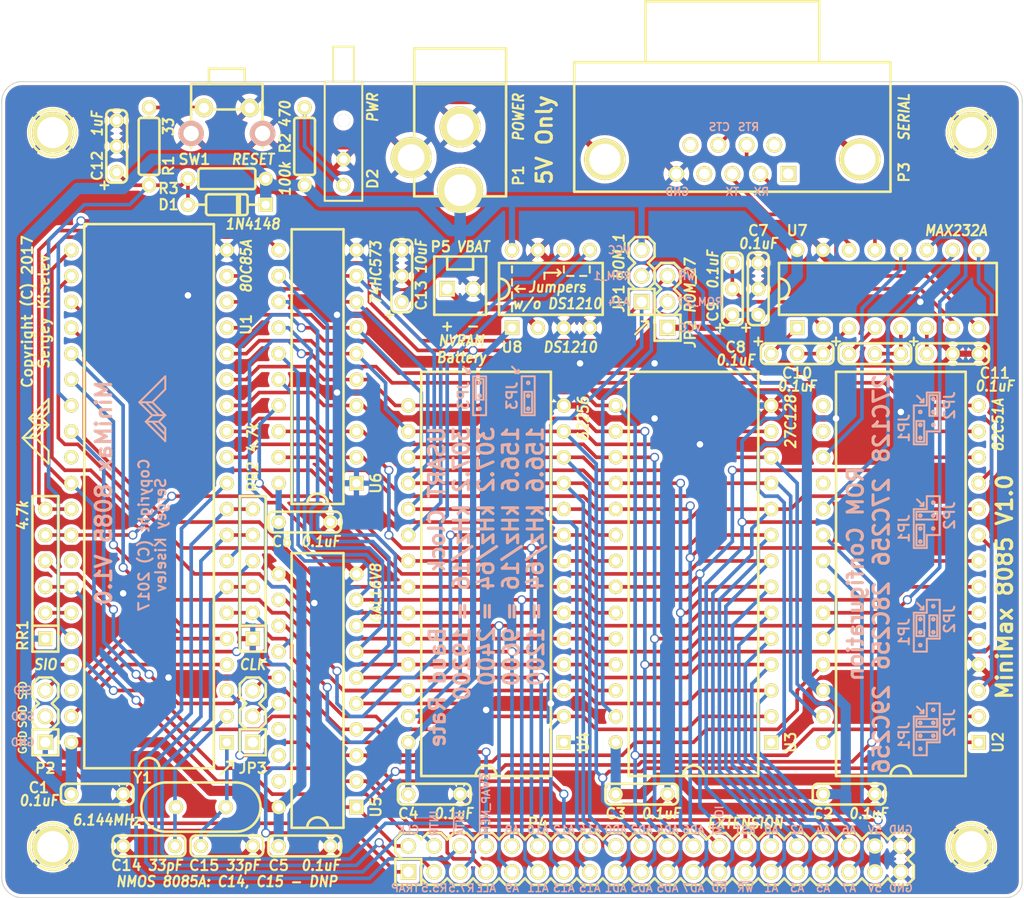
<source format=kicad_pcb>
(kicad_pcb (version 20211014) (generator pcbnew)
  (layers (0 "F.Cu" signal) (31 "B.Cu" signal) (34 "B.Paste" user) (35 "F.Paste" user) (36 "B.SilkS" user "B.Silkscreen") (37 "F.SilkS" user "F.Silkscreen") (38 "B.Mask" user) (39 "F.Mask" user) (44 "Edge.Cuts" user))
  (net 0 "")
  (net 1 "/153.6kHz")
  (net 2 "/3.072MHz")
  (net 3 "/307.2kHz")
  (net 4 "/A0")
  (net 5 "/A1")
  (net 6 "/A10")
  (net 7 "/A11")
  (net 8 "/A12")
  (net 9 "/A13")
  (net 10 "/A14")
  (net 11 "/A15")
  (net 12 "/A2")
  (net 13 "/A3")
  (net 14 "/A4")
  (net 15 "/A5")
  (net 16 "/A6")
  (net 17 "/A7")
  (net 18 "/A8")
  (net 19 "/A9")
  (net 20 "/AD0")
  (net 21 "/AD1")
  (net 22 "/AD2")
  (net 23 "/AD3")
  (net 24 "/AD4")
  (net 25 "/AD5")
  (net 26 "/AD6")
  (net 27 "/AD7")
  (net 28 "/ALE")
  (net 29 "/HOLD")
  (net 30 "/INTR")
  (net 32 "/READY")
  (net 33 "/RESET")
  (net 34 "/ROM_1")
  (net 35 "/ROM_27")
  (net 36 "/RST5_5")
  (net 37 "/RST6_5")
  (net 38 "/RST7_5")
  (net 39 "/RXD")
  (net 40 "/SID")
  (net 41 "/SOD")
  (net 42 "/TRAP")
  (net 43 "/TXD")
  (net 44 "/UART_CLK")
  (net 45 "/~{CTS}")
  (net 46 "/~{INTA}")
  (net 47 "/~{RAM_CS}")
  (net 48 "/~{RD}")
  (net 49 "/~{ROM_CS}")
  (net 50 "/~{RTS}")
  (net 51 "/~{USART_CS}")
  (net 52 "/~{WR}")
  (net 53 "GND")
  (net 54 "VCC")
  (net 55 "Net-(C8-Pad1)")
  (net 56 "Net-(C10-Pad1)")
  (net 57 "Net-(D2-Pad2)")
  (net 58 "Net-(R1-Pad2)")
  (net 62 "/IO{slash}~{M}")
  (net 65 "Net-(U2-Pad22)")
  (net 66 "/Q2")
  (net 67 "/Q1")
  (net 68 "/Q0")
  (net 69 "/VBAT")
  (net 70 "/RAM_VCC")
  (net 71 "Net-(C8-Pad2)")
  (net 72 "Net-(C9-Pad2)")
  (net 73 "Net-(C10-Pad2)")
  (net 74 "Net-(C11-Pad1)")
  (net 75 "Net-(C12-Pad1)")
  (net 76 "Net-(C14-Pad1)")
  (net 77 "Net-(C15-Pad1)")
  (net 79 "/RX")
  (net 80 "/TX")
  (net 83 "/~{RAM_CSO}")
  (net 84 "/CTS")
  (net 85 "/RTS")
  (net 87 "/~{SWAP_MEM}")
  (footprint "my_components:Cap_Cer_508" (layer "F.Cu") (at 111.76 120.65)
    (fp_text reference "C1")
    (fp_text value "0.1uF")
  )
  (footprint "my_components:Cap_Cer_508" (layer "F.Cu") (at 185.42 120.65)
    (fp_text reference "C2")
    (fp_text value "0.1uF")
  )
  (footprint "my_components:Cap_Cer_508" (layer "F.Cu") (at 165.1 120.65)
    (fp_text reference "C3")
    (fp_text value "0.1uF")
  )
  (footprint "my_components:Cap_Cer_508" (layer "F.Cu") (at 144.78 120.65)
    (fp_text reference "C4")
    (fp_text value "0.1uF")
  )
  (footprint "my_components:Cap_Cer_508" (layer "F.Cu") (at 132.08 125.73)
    (fp_text reference "C5")
    (fp_text value "0.1uF")
  )
  (footprint "my_components:Cap_Cer_508" (layer "F.Cu") (at 132.08 93.98)
    (fp_text reference "C6")
    (fp_text value "0.1uF")
  )
  (footprint "my_components:Diode_762" (layer "F.Cu") (at 124.46 62.865)
    (fp_text reference "D1")
    (fp_text value "1N4148")
  )
  (footprint "my_components:Conn_Pin_Header_3x1_2.54mm" (layer "F.Cu") (at 165.1 69.85 90)
    (fp_text reference "JP1")
    (fp_text value "ROM_1")
  )
  (footprint "my_components:Conn_Pin_Header_3x1_2.54mm" (layer "F.Cu") (at 167.64 72.39 90)
    (fp_text reference "JP2")
    (fp_text value "ROM_27")
  )
  (footprint "my_components:Conn_Pin_Header_3x1_2.54mm" (layer "F.Cu") (at 127 113.03 90)
    (fp_text reference "JP3")
    (fp_text value "CLK")
  )
  (footprint "my_components:Conn_Power_Jack_Circular_Pads" (layer "F.Cu") (at 147.32 55.245 -90)
    (fp_text reference "P1")
    (fp_text value "POWER")
  )
  (footprint "my_components:Conn_Pin_Header_3x1_2.54mm" (layer "F.Cu") (at 106.68 113.03 90)
    (fp_text reference "P2")
    (fp_text value "SIO")
  )
  (footprint "my_components:Conn_Pin_Header_20x2_2.54mm" (layer "F.Cu") (at 166.37 127)
    (fp_text reference "P4")
    (fp_text value "EXTENSION")
  )
  (footprint "my_components:Res_762" (layer "F.Cu") (at 116.84 57.15 90)
    (fp_text reference "R1")
    (fp_text value "33")
  )
  (footprint "my_components:Res_762" (layer "F.Cu") (at 124.46 60.325 180)
    (fp_text reference "R3")
    (fp_text value "100k")
  )
  (footprint "my_components:Switch_Tactile_6mm_Right" (layer "F.Cu") (at 124.46 49.53)
    (fp_text reference "SW1")
    (fp_text value "RESET")
  )
  (footprint "my_components:IC_DIP40_600" (layer "F.Cu") (at 116.84 91.44 90)
    (fp_text reference "U1")
    (fp_text value "80C85A")
  )
  (footprint "my_components:IC_DIP28_600" (layer "F.Cu") (at 190.5 99.06 90)
    (fp_text reference "U2")
    (fp_text value "82C51A")
  )
  (footprint "my_components:IC_DIP28_600" (layer "F.Cu") (at 170.18 99.06 90)
    (fp_text reference "U3")
    (fp_text value "27C128")
  )
  (footprint "my_components:IC_DIP20_300" (layer "F.Cu") (at 133.35 110.49 90)
    (fp_text reference "U5")
    (fp_text value "GAL16V8")
  )
  (footprint "my_components:IC_DIP20_300" (layer "F.Cu") (at 133.35 78.74 90)
    (fp_text reference "U6")
    (fp_text value "74HC573")
  )
  (footprint "my_components:Crystal_HC-49U_Vert" (layer "F.Cu") (at 121.92 121.92 180)
    (fp_text reference "Y1")
    (fp_text value "6.144MHz")
  )
  (footprint "my_components:Conn_SIL6" (layer "F.Cu") (at 106.68 99.06 90)
    (fp_text reference "RR1")
    (fp_text value "4.7k")
  )
  (footprint "my_components:Conn_SIL6" (layer "F.Cu") (at 127 99.06 90)
    (fp_text reference "RR2")
    (fp_text value "4.7k")
  )
  (footprint "my_components:Cap_Pol_508_3" (layer "F.Cu") (at 195.58 77.47)
    (fp_text reference "C11")
    (fp_text value "0.1uF")
  )
  (footprint "my_components:Cap_Pol_508_3" (layer "F.Cu") (at 113.665 57.15 90)
    (fp_text reference "C12")
    (fp_text value "1uF")
  )
  (footprint "my_components:Cap_Pol_508_3" (layer "F.Cu") (at 141.605 69.85 90)
    (fp_text reference "C13")
    (fp_text value "10uF")
  )
  (footprint "my_components:Cap_Cer_508" (layer "F.Cu") (at 124.46 125.73)
    (fp_text reference "C15")
    (fp_text value "33pF")
  )
  (footprint "my_components:Cap_Cer_508" (layer "F.Cu") (at 116.84 125.73 180)
    (fp_text reference "C14")
    (fp_text value "33pF")
  )
  (footprint "my_components:Res_762" (layer "F.Cu") (at 132.08 57.15 -90)
    (fp_text reference "R2")
    (fp_text value "470")
  )
  (footprint "my_components:IC_DIP16_300" (layer "F.Cu") (at 189.23 71.12)
    (fp_text reference "U7")
    (fp_text value "MAX232A")
  )
  (footprint "my_components:IC_DIP8_300" (layer "F.Cu") (at 156.21 71.12)
    (fp_text reference "U8")
    (fp_text value "DS1210")
  )
  (footprint "my_components:Cap_Pol_508_3" (layer "F.Cu") (at 176.53 71.12 90)
    (fp_text reference "C7")
    (fp_text value "0.1uF")
  )
  (footprint "my_components:Cap_Pol_508_3" (layer "F.Cu") (at 180.34 77.47)
    (fp_text reference "C8")
    (fp_text value "0.1uF")
  )
  (footprint "my_components:Cap_Pol_508_3" (layer "F.Cu") (at 173.99 71.12 90)
    (fp_text reference "C9")
    (fp_text value "0.1uF")
  )
  (footprint "my_components:Cap_Pol_508_3" (layer "F.Cu") (at 187.96 77.47)
    (fp_text reference "C10")
    (fp_text value "0.1uF")
  )
  (footprint "my_components:Hole_3mm" (layer "F.Cu") (at 197.4 125.8 180)
    (fp_text reference "HOLE1" hide)
    (fp_text value "CONN_1" hide)
  )
  (footprint "my_components:Hole_3mm" (layer "F.Cu") (at 107.4 125.8 180)
    (fp_text reference "HOLE2" hide)
    (fp_text value "CONN_1" hide)
  )
  (footprint "my_components:Hole_3mm" (layer "F.Cu") (at 197.4 55.8 180)
    (fp_text reference "HOLE3" hide)
    (fp_text value "CONN_1" hide)
  )
  (footprint "my_components:Hole_3mm" (layer "F.Cu") (at 107.4 55.8 180)
    (fp_text reference "HOLE4" hide)
    (fp_text value "CONN_1" hide)
  )
  (footprint "my_components:Conn_Dsub_DE9M" (layer "F.Cu") (at 173.99 58.42)
    (fp_text reference "P3")
    (fp_text value "SERIAL")
  )
  (footprint "my_components:IC_DIP28_600" (layer "F.Cu") (at 149.86 99.06 90)
    (fp_text reference "U4")
    (fp_text value "62256")
  )
  (footprint "my_components:Conn_Friction_Lock_2P_2.54mm" (layer "F.Cu") (at 147.32 71.12)
    (fp_text reference "P5")
    (fp_text value "VBAT")
  )
  (footprint "my_components:LED_Dialight_566-0206F" (layer "F.Cu") (at 135.89 59.69 -90)
    (fp_text reference "D2")
    (fp_text value "PWR")
  )
  (gr_line (start 153.6065 81.2165) (end 153.6065 83.2485) (layer "B.SilkS") (width 0.2))
  (gr_line (start 154.3685 81.2165) (end 153.6065 81.2165) (layer "B.SilkS") (width 0.2))
  (gr_line (start 154.3685 83.2485) (end 154.3685 81.2165) (layer "B.SilkS") (width 0.2))
  (gr_line (start 153.6065 83.2485) (end 154.3685 83.2485) (layer "B.SilkS") (width 0.2))
  (gr_line (start 153.3525 79.6925) (end 153.3525 83.5025) (layer "B.SilkS") (width 0.2))
  (gr_line (start 153.3525 83.5025) (end 154.6225 83.5025) (layer "B.SilkS") (width 0.2))
  (gr_line (start 154.6225 83.5025) (end 154.6225 79.6925) (layer "B.SilkS") (width 0.2))
  (gr_line (start 153.3525 79.6925) (end 154.6225 79.6925) (layer "B.SilkS") (width 0.2))
  (gr_circle (center 153.9875 80.3275) (end 153.9875 80.4545) (layer "B.SilkS") (width 0.2) (fill none))
  (gr_circle (center 153.9875 81.5975) (end 153.9875 81.7245) (layer "B.SilkS") (width 0.2) (fill none))
  (gr_circle (center 153.9875 82.8675) (end 153.9875 82.9945) (layer "B.SilkS") (width 0.2) (fill none))
  (gr_line (start 148.2725 79.0575) (end 148.2725 79.375) (layer "B.SilkS") (width 0.2))
  (gr_line (start 147.955 79.375) (end 148.2725 79.375) (layer "B.SilkS") (width 0.2))
  (gr_line (start 147.6375 78.74) (end 148.2725 79.375) (layer "B.SilkS") (width 0.2))
  (gr_circle (center 149.225 82.8675) (end 149.225 82.9945) (layer "B.SilkS") (width 0.2) (fill none))
  (gr_circle (center 149.225 81.5975) (end 149.225 81.7245) (layer "B.SilkS") (width 0.2) (fill none))
  (gr_circle (center 149.225 80.3275) (end 149.225 80.4545) (layer "B.SilkS") (width 0.2) (fill none))
  (gr_line (start 148.59 79.6925) (end 149.86 79.6925) (layer "B.SilkS") (width 0.2))
  (gr_line (start 149.86 83.5025) (end 149.86 79.6925) (layer "B.SilkS") (width 0.2))
  (gr_line (start 148.59 83.5025) (end 149.86 83.5025) (layer "B.SilkS") (width 0.2))
  (gr_line (start 148.59 79.6925) (end 148.59 83.5025) (layer "B.SilkS") (width 0.2))
  (gr_line (start 148.844 81.9785) (end 149.606 81.9785) (layer "B.SilkS") (width 0.2))
  (gr_line (start 149.606 81.9785) (end 149.606 79.9465) (layer "B.SilkS") (width 0.2))
  (gr_line (start 149.606 79.9465) (end 148.844 79.9465) (layer "B.SilkS") (width 0.2))
  (gr_line (start 148.844 79.9465) (end 148.844 81.9785) (layer "B.SilkS") (width 0.2))
  (gr_line (start 117.1575 84.1375) (end 118.4275 85.4075) (layer "B.SilkS") (width 0.2))
  (gr_line (start 116.5225 82.2325) (end 117.7925 83.5025) (layer "B.SilkS") (width 0.2))
  (gr_line (start 117.1575 83.5025) (end 118.4275 83.5025) (layer "B.SilkS") (width 0.2))
  (gr_line (start 116.5225 84.1375) (end 117.7925 84.1375) (layer "B.SilkS") (width 0.2))
  (gr_line (start 115.8875 82.2325) (end 117.1575 82.2325) (layer "B.SilkS") (width 0.2))
  (gr_line (start 118.4275 80.9625) (end 118.4275 79.6925) (layer "B.SilkS") (width 0.2))
  (gr_line (start 117.1575 82.2325) (end 118.4275 80.9625) (layer "B.SilkS") (width 0.2))
  (gr_line (start 118.4275 83.5025) (end 117.1575 82.2325) (layer "B.SilkS") (width 0.2))
  (gr_line (start 117.7925 84.1375) (end 118.4275 83.5025) (layer "B.SilkS") (width 0.2))
  (gr_line (start 118.4275 84.7725) (end 117.7925 84.1375) (layer "B.SilkS") (width 0.2))
  (gr_line (start 118.4275 86.0425) (end 118.4275 84.7725) (layer "B.SilkS") (width 0.2))
  (gr_line (start 116.5225 84.1375) (end 118.4275 86.0425) (layer "B.SilkS") (width 0.2))
  (gr_line (start 117.1575 83.5025) (end 116.5225 84.1375) (layer "B.SilkS") (width 0.2))
  (gr_line (start 115.8875 82.2325) (end 117.1575 83.5025) (layer "B.SilkS") (width 0.2))
  (gr_line (start 118.4275 79.6925) (end 115.8875 82.2325) (layer "B.SilkS") (width 0.2))
  (gr_circle (center 193.675 94.615) (end 193.675 94.742) (layer "B.SilkS") (width 0.2) (fill none))
  (gr_circle (center 193.675 93.345) (end 193.675 93.472) (layer "B.SilkS") (width 0.2) (fill none))
  (gr_circle (center 193.675 92.075) (end 193.675 92.202) (layer "B.SilkS") (width 0.2) (fill none))
  (gr_circle (center 192.405 93.345) (end 192.405 93.472) (layer "B.SilkS") (width 0.2) (fill none))
  (gr_circle (center 192.405 94.615) (end 192.405 94.742) (layer "B.SilkS") (width 0.2) (fill none))
  (gr_circle (center 192.405 95.885) (end 192.405 96.012) (layer "B.SilkS") (width 0.2) (fill none))
  (gr_line (start 192.0875 91.7575) (end 192.7225 92.3925) (layer "B.SilkS") (width 0.2))
  (gr_line (start 192.7225 92.3925) (end 192.7225 92.075) (layer "B.SilkS") (width 0.2))
  (gr_line (start 192.405 92.3925) (end 192.7225 92.3925) (layer "B.SilkS") (width 0.2))
  (gr_line (start 191.77 96.52) (end 191.77 92.71) (layer "B.SilkS") (width 0.2))
  (gr_line (start 194.31 95.25) (end 194.31 91.44) (layer "B.SilkS") (width 0.2))
  (gr_line (start 193.04 92.71) (end 191.77 92.71) (layer "B.SilkS") (width 0.2))
  (gr_line (start 193.04 91.44) (end 193.04 92.71) (layer "B.SilkS") (width 0.2))
  (gr_line (start 194.31 91.44) (end 193.04 91.44) (layer "B.SilkS") (width 0.2))
  (gr_line (start 193.04 95.25) (end 194.31 95.25) (layer "B.SilkS") (width 0.2))
  (gr_line (start 193.04 96.52) (end 193.04 95.25) (layer "B.SilkS") (width 0.2))
  (gr_line (start 191.77 96.52) (end 193.04 96.52) (layer "B.SilkS") (width 0.2))
  (gr_line (start 191.77 106.68) (end 193.04 106.68) (layer "B.SilkS") (width 0.2))
  (gr_line (start 193.04 106.68) (end 193.04 105.41) (layer "B.SilkS") (width 0.2))
  (gr_line (start 193.04 105.41) (end 194.31 105.41) (layer "B.SilkS") (width 0.2))
  (gr_line (start 194.31 101.6) (end 193.04 101.6) (layer "B.SilkS") (width 0.2))
  (gr_line (start 193.04 101.6) (end 193.04 102.87) (layer "B.SilkS") (width 0.2))
  (gr_line (start 193.04 102.87) (end 191.77 102.87) (layer "B.SilkS") (width 0.2))
  (gr_line (start 194.31 105.41) (end 194.31 101.6) (layer "B.SilkS") (width 0.2))
  (gr_line (start 191.77 106.68) (end 191.77 102.87) (layer "B.SilkS") (width 0.2))
  (gr_line (start 192.405 102.5525) (end 192.7225 102.5525) (layer "B.SilkS") (width 0.2))
  (gr_line (start 192.7225 102.5525) (end 192.7225 102.235) (layer "B.SilkS") (width 0.2))
  (gr_line (start 192.0875 101.9175) (end 192.7225 102.5525) (layer "B.SilkS") (width 0.2))
  (gr_circle (center 192.405 106.045) (end 192.405 106.172) (layer "B.SilkS") (width 0.2) (fill none))
  (gr_circle (center 192.405 104.775) (end 192.405 104.902) (layer "B.SilkS") (width 0.2) (fill none))
  (gr_circle (center 192.405 103.505) (end 192.405 103.632) (layer "B.SilkS") (width 0.2) (fill none))
  (gr_circle (center 193.675 102.235) (end 193.675 102.362) (layer "B.SilkS") (width 0.2) (fill none))
  (gr_circle (center 193.675 103.505) (end 193.675 103.632) (layer "B.SilkS") (width 0.2) (fill none))
  (gr_circle (center 193.675 104.775) (end 193.675 104.902) (layer "B.SilkS") (width 0.2) (fill none))
  (gr_circle (center 193.675 114.935) (end 193.675 115.062) (layer "B.SilkS") (width 0.2) (fill none))
  (gr_circle (center 193.675 113.665) (end 193.675 113.792) (layer "B.SilkS") (width 0.2) (fill none))
  (gr_circle (center 193.675 112.395) (end 193.675 112.522) (layer "B.SilkS") (width 0.2) (fill none))
  (gr_circle (center 192.405 113.665) (end 192.405 113.792) (layer "B.SilkS") (width 0.2) (fill none))
  (gr_circle (center 192.405 114.935) (end 192.405 115.062) (layer "B.SilkS") (width 0.2) (fill none))
  (gr_circle (center 192.405 116.205) (end 192.405 116.332) (layer "B.SilkS") (width 0.2) (fill none))
  (gr_line (start 192.0875 112.0775) (end 192.7225 112.7125) (layer "B.SilkS") (width 0.2))
  (gr_line (start 192.7225 112.7125) (end 192.7225 112.395) (layer "B.SilkS") (width 0.2))
  (gr_line (start 192.405 112.7125) (end 192.7225 112.7125) (layer "B.SilkS") (width 0.2))
  (gr_line (start 191.77 116.84) (end 191.77 113.03) (layer "B.SilkS") (width 0.2))
  (gr_line (start 194.31 115.57) (end 194.31 111.76) (layer "B.SilkS") (width 0.2))
  (gr_line (start 193.04 113.03) (end 191.77 113.03) (layer "B.SilkS") (width 0.2))
  (gr_line (start 193.04 111.76) (end 193.04 113.03) (layer "B.SilkS") (width 0.2))
  (gr_line (start 194.31 111.76) (end 193.04 111.76) (layer "B.SilkS") (width 0.2))
  (gr_line (start 193.04 115.57) (end 194.31 115.57) (layer "B.SilkS") (width 0.2))
  (gr_line (start 193.04 116.84) (end 193.04 115.57) (layer "B.SilkS") (width 0.2))
  (gr_line (start 191.77 116.84) (end 193.04 116.84) (layer "B.SilkS") (width 0.2))
  (gr_line (start 193.04 81.28) (end 193.04 82.55) (layer "B.SilkS") (width 0.2))
  (gr_line (start 192.786 86.106) (end 192.786 84.074) (layer "B.SilkS") (width 0.2))
  (gr_line (start 193.04 82.55) (end 191.77 82.55) (layer "B.SilkS") (width 0.2))
  (gr_line (start 193.294 103.124) (end 193.294 105.156) (layer "B.SilkS") (width 0.2))
  (gr_line (start 192.024 114.046) (end 194.056 114.046) (layer "B.SilkS") (width 0.2))
  (gr_line (start 192.024 105.156) (end 192.786 105.156) (layer "B.SilkS") (width 0.2))
  (gr_line (start 192.024 94.234) (end 192.024 96.266) (layer "B.SilkS") (width 0.2))
  (gr_line (start 192.786 94.234) (end 192.024 94.234) (layer "B.SilkS") (width 0.2))
  (gr_line (start 194.31 85.09) (end 194.31 81.28) (layer "B.SilkS") (width 0.2))
  (gr_line (start 194.056 83.566) (end 194.056 81.534) (layer "B.SilkS") (width 0.2))
  (gr_line (start 193.294 81.534) (end 193.294 83.566) (layer "B.SilkS") (width 0.2))
  (gr_line (start 194.31 81.28) (end 193.04 81.28) (layer "B.SilkS") (width 0.2))
  (gr_line (start 193.294 83.566) (end 194.056 83.566) (layer "B.SilkS") (width 0.2))
  (gr_line (start 194.056 92.964) (end 192.024 92.964) (layer "B.SilkS") (width 0.2))
  (gr_line (start 194.056 93.726) (end 194.056 92.964) (layer "B.SilkS") (width 0.2))
  (gr_line (start 192.786 96.266) (end 192.786 94.234) (layer "B.SilkS") (width 0.2))
  (gr_line (start 194.056 115.316) (end 194.056 114.554) (layer "B.SilkS") (width 0.2))
  (gr_line (start 194.056 114.554) (end 192.024 114.554) (layer "B.SilkS") (width 0.2))
  (gr_line (start 192.024 113.284) (end 192.024 114.046) (layer "B.SilkS") (width 0.2))
  (gr_line (start 191.77 86.36) (end 191.77 82.55) (layer "B.SilkS") (width 0.2))
  (gr_line (start 192.7225 82.2325) (end 192.7225 81.915) (layer "B.SilkS") (width 0.2))
  (gr_line (start 192.786 105.156) (end 192.786 103.124) (layer "B.SilkS") (width 0.2))
  (gr_circle (center 193.675 83.185) (end 193.675 83.312) (layer "B.SilkS") (width 0.2) (fill none))
  (gr_line (start 194.056 103.124) (end 193.294 103.124) (layer "B.SilkS") (width 0.2))
  (gr_line (start 193.04 86.36) (end 193.04 85.09) (layer "B.SilkS") (width 0.2))
  (gr_line (start 192.024 115.316) (end 194.056 115.316) (layer "B.SilkS") (width 0.2))
  (gr_line (start 192.024 93.726) (end 194.056 93.726) (layer "B.SilkS") (width 0.2))
  (gr_line (start 152.4 78.74) (end 153.035 79.375) (layer "B.SilkS") (width 0.2))
  (gr_line (start 192.024 92.964) (end 192.024 93.726) (layer "B.SilkS") (width 0.2))
  (gr_line (start 194.056 81.534) (end 193.294 81.534) (layer "B.SilkS") (width 0.2))
  (gr_line (start 192.024 96.266) (end 192.786 96.266) (layer "B.SilkS") (width 0.2))
  (gr_circle (center 193.675 81.915) (end 193.675 82.042) (layer "B.SilkS") (width 0.2) (fill none))
  (gr_line (start 191.77 86.36) (end 193.04 86.36) (layer "B.SilkS") (width 0.2))
  (gr_line (start 192.024 103.124) (end 192.024 105.156) (layer "B.SilkS") (width 0.2))
  (gr_line (start 192.024 113.284) (end 194.056 113.284) (layer "B.SilkS") (width 0.2))
  (gr_line (start 192.786 84.074) (end 192.024 84.074) (layer "B.SilkS") (width 0.2))
  (gr_circle (center 193.675 84.455) (end 193.675 84.582) (layer "B.SilkS") (width 0.2) (fill none))
  (gr_circle (center 192.405 84.455) (end 192.405 84.582) (layer "B.SilkS") (width 0.2) (fill none))
  (gr_line (start 194.056 114.046) (end 194.056 113.284) (layer "B.SilkS") (width 0.2))
  (gr_line (start 192.405 82.2325) (end 192.7225 82.2325) (layer "B.SilkS") (width 0.2))
  (gr_line (start 193.04 85.09) (end 194.31 85.09) (layer "B.SilkS") (width 0.2))
  (gr_line (start 192.024 84.074) (end 192.024 86.106) (layer "B.SilkS") (width 0.2))
  (gr_line (start 193.294 105.156) (end 194.056 105.156) (layer "B.SilkS") (width 0.2))
  (gr_line (start 192.0875 81.5975) (end 192.7225 82.2325) (layer "B.SilkS") (width 0.2))
  (gr_line (start 192.024 114.554) (end 192.024 115.316) (layer "B.SilkS") (width 0.2))
  (gr_line (start 192.024 86.106) (end 192.786 86.106) (layer "B.SilkS") (width 0.2))
  (gr_circle (center 192.405 85.725) (end 192.405 85.852) (layer "B.SilkS") (width 0.2) (fill none))
  (gr_line (start 153.035 79.0575) (end 153.035 79.375) (layer "B.SilkS") (width 0.2))
  (gr_line (start 152.7175 79.375) (end 153.035 79.375) (layer "B.SilkS") (width 0.2))
  (gr_circle (center 192.405 83.185) (end 192.405 83.312) (layer "B.SilkS") (width 0.2) (fill none))
  (gr_line (start 194.056 105.156) (end 194.056 103.124) (layer "B.SilkS") (width 0.2))
  (gr_line (start 192.786 103.124) (end 192.024 103.124) (layer "B.SilkS") (width 0.2))
  (gr_line (start 152.4 73.3425) (end 152.4 72.7075) (layer "F.SilkS") (width 0.2))
  (gr_line (start 106.9975 81.915) (end 106.9975 83.185) (layer "F.SilkS") (width 0.2))
  (gr_line (start 157.1625 69.5325) (end 156.845 69.215) (layer "F.SilkS") (width 0.2))
  (gr_line (start 125.095 117.475) (end 125.095 118.11) (layer "F.SilkS") (width 0.2))
  (gr_line (start 106.9975 83.185) (end 106.3625 83.82) (layer "F.SilkS") (width 0.2))
  (gr_line (start 152.4 72.0725) (end 152.4 71.4375) (layer "F.SilkS") (width 0.2))
  (gr_line (start 106.9975 84.455) (end 105.7275 85.725) (layer "F.SilkS") (width 0.2))
  (gr_line (start 106.9975 86.995) (end 106.9975 88.265) (layer "F.SilkS") (width 0.2))
  (gr_line (start 160.02 68.8975) (end 160.02 69.5325) (layer "F.SilkS") (width 0.2))
  (gr_line (start 105.7275 84.455) (end 105.0925 83.82) (layer "F.SilkS") (width 0.2))
  (gr_line (start 152.4 70.8025) (end 152.4 70.1675) (layer "F.SilkS") (width 0.2))
  (gr_line (start 106.3625 83.82) (end 106.9975 84.455) (layer "F.SilkS") (width 0.2))
  (gr_line (start 152.4 69.5325) (end 152.4 68.8975) (layer "F.SilkS") (width 0.2))
  (gr_line (start 165.735 74.295) (end 164.465 75.565) (layer "F.SilkS") (width 0.2))
  (gr_line (start 105.7275 85.725) (end 106.9975 86.995) (layer "F.SilkS") (width 0.2))
  (gr_line (start 159.0675 69.85) (end 159.7025 69.85) (layer "F.SilkS") (width 0.2))
  (gr_line (start 157.1625 69.5325) (end 156.845 69.85) (layer "F.SilkS") (width 0.2))
  (gr_line (start 157.7975 69.85) (end 158.4325 69.85) (layer "F.SilkS") (width 0.2))
  (gr_line (start 155.575 69.5325) (end 155.575 70.1675) (layer "F.SilkS") (width 0.2))
  (gr_line (start 165.1 74.295) (end 165.735 74.295) (layer "F.SilkS") (width 0.2))
  (gr_line (start 157.1625 69.5325) (end 155.575 69.5325) (layer "F.SilkS") (width 0.2))
  (gr_line (start 157.48 68.8975) (end 157.48 69.5325) (layer "F.SilkS") (width 0.2))
  (gr_line (start 125.095 117.475) (end 124.46 117.475) (layer "F.SilkS") (width 0.2))
  (gr_line (start 152.7175 71.12) (end 153.035 71.4375) (layer "F.SilkS") (width 0.2))
  (gr_line (start 105.7275 83.82) (end 106.9975 82.55) (layer "F.SilkS") (width 0.2))
  (gr_line (start 125.095 117.475) (end 123.825 118.745) (layer "F.SilkS") (width 0.2))
  (gr_line (start 105.0925 85.725) (end 106.3625 84.455) (layer "F.SilkS") (width 0.2))
  (gr_line (start 105.0925 83.82) (end 106.9975 81.915) (layer "F.SilkS") (width 0.2))
  (gr_line (start 104.4575 85.725) (end 105.7275 85.725) (layer "F.SilkS") (width 0.2))
  (gr_line (start 106.9975 88.265) (end 104.4575 85.725) (layer "F.SilkS") (width 0.2))
  (gr_line (start 152.7175 71.12) (end 153.67 71.12) (layer "F.SilkS") (width 0.2))
  (gr_line (start 104.4575 85.725) (end 105.7275 84.455) (layer "F.SilkS") (width 0.2))
  (gr_line (start 105.0925 83.82) (end 106.3625 83.82) (layer "F.SilkS") (width 0.2))
  (gr_line (start 105.7275 84.455) (end 106.9975 84.455) (layer "F.SilkS") (width 0.2))
  (gr_line (start 152.7175 71.12) (end 153.035 70.8025) (layer "F.SilkS") (width 0.2))
  (gr_line (start 124.46 117.475) (end 125.095 117.475) (layer "F.SilkS") (width 0.2))
  (gr_line (start 165.735 74.295) (end 165.735 74.93) (layer "F.SilkS") (width 0.2))
  (gr_arc (start 102.4 52.8) (mid 102.985786 51.385786) (end 104.4 50.8) (layer "Edge.Cuts") (width 0.1))
  (gr_line (start 200.8 130.8) (end 104.4 130.8) (layer "Edge.Cuts") (width 0.1))
  (gr_arc (start 104.4 130.8) (mid 102.985786 130.214214) (end 102.4 128.8) (layer "Edge.Cuts") (width 0.1))
  (gr_arc (start 202.4 129.2) (mid 201.931371 130.331371) (end 200.8 130.8) (layer "Edge.Cuts") (width 0.1))
  (gr_arc (start 200.4 50.8) (mid 201.814214 51.385786) (end 202.4 52.8) (layer "Edge.Cuts") (width 0.1))
  (gr_line (start 102.4 128.8) (end 102.4 52.8) (layer "Edge.Cuts") (width 0.1))
  (gr_line (start 202.4 52.8) (end 202.4 129.2) (layer "Edge.Cuts") (width 0.1))
  (gr_line (start 104.4 50.8) (end 200.4 50.8) (layer "Edge.Cuts") (width 0.1))
  (gr_text "GND" (at 104.4575 115.57) (layer "B.SilkS") (effects (font (size 0.762 0.762) (thickness 0.1524)) (justify mirror)))
  (gr_text "27C128\n" (at 188.595 83.82 90) (layer "B.SilkS") (effects (font (size 1.5 1.5) (thickness 0.3)) (justify mirror)))
  (gr_text "ALE" (at 149.86 129.8575) (layer "B.SilkS") (effects (font (size 0.762 0.762) (thickness 0.1524)) (justify mirror)))
  (gr_text "27C256\n" (at 188.595 93.98 90) (layer "B.SilkS") (effects (font (size 1.5 1.5) (thickness 0.3)) (justify mirror)))
  (gr_text "A9" (at 152.4 129.8575) (layer "B.SilkS") (effects (font (size 0.762 0.762) (thickness 0.1524)) (justify mirror)))
  (gr_text "5V" (at 187.96 124.1425) (layer "B.SilkS") (effects (font (size 0.762 0.762) (thickness 0.1524)) (justify mirror)))
  (gr_text "VCC" (at 169.8625 74.93) (layer "B.SilkS") (effects (font (size 0.762 0.762) (thickness 0.1524)) (justify mirror)))
  (gr_text "R7.5" (at 147.447 129.8575) (layer "B.SilkS") (effects (font (size 0.762 0.762) (thickness 0.1524)) (justify mirror)))
  (gr_text "JP1" (at 190.8175 94.615 90) (layer "B.SilkS") (effects (font (size 1.016 1.016) (thickness 0.2032)) (justify mirror)))
  (gr_text "R5.5" (at 144.78 129.8575) (layer "B.SilkS") (effects (font (size 0.762 0.762) (thickness 0.1524)) (justify mirror)))
  (gr_text "AD1" (at 162.56 129.8575) (layer "B.SilkS") (effects (font (size 0.762 0.762) (thickness 0.1524)) (justify mirror)))
  (gr_text "INTR" (at 144.78 123.5075 90) (layer "B.SilkS") (effects (font (size 0.762 0.762) (thickness 0.1524)) (justify mirror)))
  (gr_text "RX" (at 176.8475 61.595) (layer "B.SilkS") (effects (font (size 0.762 0.762) (thickness 0.1524)) (justify mirror)))
  (gr_text "5V" (at 187.96 129.8575) (layer "B.SilkS") (effects (font (size 0.762 0.762) (thickness 0.1524)) (justify mirror)))
  (gr_text "GND" (at 190.5 124.1425) (layer "B.SilkS") (effects (font (size 0.762 0.762) (thickness 0.1524)) (justify mirror)))
  (gr_text "ROM_27" (at 170.815 72.39) (layer "B.SilkS") (effects (font (size 0.762 0.762) (thickness 0.1524)) (justify mirror)))
  (gr_text "TX" (at 173.99 61.595) (layer "B.SilkS") (effects (font (size 0.762 0.762) (thickness 0.1524)) (justify mirror)))
  (gr_text "A3" (at 180.34 129.8575) (layer "B.SilkS") (effects (font (size 0.762 0.762) (thickness 0.1524)) (justify mirror)))
  (gr_text "JP2" (at 195.2625 82.55 90) (layer "B.SilkS") (effects (font (size 1.016 1.016) (thickness 0.2032)) (justify mirror)))
  (gr_text "RST" (at 175.26 124.1425) (layer "B.SilkS") (effects (font (size 0.762 0.762) (thickness 0.1524)) (justify mirror)))
  (gr_text "~{WR}" (at 175.26 129.8575) (layer "B.SilkS") (effects (font (size 0.762 0.762) (thickness 0.1524)) (justify mirror)))
  (gr_text "A2" (at 180.34 124.1425) (layer "B.SilkS") (effects (font (size 0.762 0.762) (thickness 0.1524)) (justify mirror)))
  (gr_text "AD5" (at 167.64 129.8575) (layer "B.SilkS") (effects (font (size 0.762 0.762) (thickness 0.1524)) (justify mirror)))
  (gr_text "JP3" (at 152.4 81.5975 90) (layer "B.SilkS") (effects (font (size 1.016 1.016) (thickness 0.2032)) (justify mirror)))
  (gr_text "CTS" (at 172.72 55.245) (layer "B.SilkS") (effects (font (size 0.762 0.762) (thickness 0.1524)) (justify mirror)))
  (gr_text "~{SWAP_MEM}" (at 149.86 121.6025 90) (layer "B.SilkS") (effects (font (size 0.762 0.762) (thickness 0.1524)) (justify mirror)))
  (gr_text "JP1" (at 190.8175 104.775 90) (layer "B.SilkS") (effects (font (size 1.016 1.016) (thickness 0.2032)) (justify mirror)))
  (gr_text "A12" (at 157.48 124.1425) (layer "B.SilkS") (effects (font (size 0.762 0.762) (thickness 0.1524)) (justify mirror)))
  (gr_text "~{INTA}" (at 147.32 123.5075 90) (layer "B.SilkS") (effects (font (size 0.762 0.762) (thickness 0.1524)) (justify mirror)))
  (gr_text "AD0" (at 162.56 124.1425) (layer "B.SilkS") (effects (font (size 0.762 0.762) (thickness 0.1524)) (justify mirror)))
  (gr_text "AD2" (at 165.1 124.1425) (layer "B.SilkS") (effects (font (size 0.762 0.762) (thickness 0.1524)) (justify mirror)))
  (gr_text "A15" (at 160.02 129.8575) (layer "B.SilkS") (effects (font (size 0.762 0.762) (thickness 0.1524)) (justify mirror)))
  (gr_text "A5" (at 182.88 129.8575) (layer "B.SilkS") (effects (font (size 0.762 0.762) (thickness 0.1524)) (justify mirror)))
  (gr_text "A13" (at 157.48 129.8575) (layer "B.SilkS") (effects (font (size 0.762 0.762) (thickness 0.1524)) (justify mirror)))
  (gr_text "GND" (at 190.5 129.8575) (layer "B.SilkS") (effects (font (size 0.762 0.762) (thickness 0.1524)) (justify mirror)))
  (gr_text "JP1" (at 190.8175 84.7725 90) (layer "B.SilkS") (effects (font (size 1.016 1.016) (thickness 0.2032)) (justify mirror)))
  (gr_text "29C256\n" (at 188.595 114.3 90) (layer "B.SilkS") (effects (font (size 1.5 1.5) (thickness 0.3)) (justify mirror)))
  (gr_text "JP1" (at 190.8175 114.935 90) (layer "B.SilkS") (effects (font (size 1.016 1.016) (thickness 0.2032)) (justify mirror)))
  (gr_text "IO/~{M}" (at 172.72 123.19 90) (layer "B.SilkS") (effects (font (size 0.762 0.762) (thickness 0.1524)) (justify mirror)))
  (gr_text "Baud Rate\n19200\n2400\n9600\n1200\n " (at 151.13 104.14 90) (layer "B.SilkS") (effects (font (size 1.5 1.5) (thickness 0.3)) (justify left mirror)))
  (gr_text "ROM_1" (at 162.2425 69.85) (layer "B.SilkS") (effects (font (size 0.762 0.762) (thickness 0.1524)) (justify mirror)))
  (gr_text "AD3" (at 165.1 129.8575) (layer "B.SilkS") (effects (font (size 0.762 0.762) (thickness 0.1524)) (justify mirror)))
  (gr_text "VCC" (at 162.8775 67.31) (layer "B.SilkS") (effects (font (size 0.762 0.762) (thickness 0.1524)) (justify mirror)))
  (gr_text "GND" (at 168.5925 61.595) (layer "B.SilkS") (effects (font (size 0.762 0.762) (thickness 0.1524)) (justify mirror)))
  (gr_text "A1" (at 177.8 129.8575) (layer "B.SilkS") (effects (font (size 0.762 0.762) (thickness 0.1524)) (justify mirror)))
  (gr_text "A4" (at 182.88 124.1425) (layer "B.SilkS") (effects (font (size 0.762 0.762) (thickness 0.1524)) (justify mirror)))
  (gr_text "A8" (at 152.4 124.1425) (layer "B.SilkS") (effects (font (size 0.762 0.762) (thickness 0.1524)) (justify mirror)))
  (gr_text "MiniMax 8085 V1.0" (at 112.395 91.1225 90) (layer "B.SilkS") (effects (font (size 1.524 1.524) (thickness 0.3048)) (justify mirror)))
  (gr_text "ROM Configuration\n" (at 186.055 99.06 90) (layer "B.SilkS") (effects (font (size 1.5 1.5) (thickness 0.3)) (justify mirror)))
  (gr_text "A0" (at 177.8 124.1425) (layer "B.SilkS") (effects (font (size 0.762 0.762) (thickness 0.1524)) (justify mirror)))
  (gr_text "A11" (at 154.94 129.8575) (layer "B.SilkS") (effects (font (size 0.762 0.762) (thickness 0.1524)) (justify mirror)))
  (gr_text "TRAP" (at 141.9225 129.8575) (layer "B.SilkS") (effects (font (size 0.762 0.762) (thickness 0.1524)) (justify mirror)))
  (gr_text "AD4" (at 167.64 124.1425) (layer "B.SilkS") (effects (font (size 0.762 0.762) (thickness 0.1524)) (justify mirror)))
  (gr_text "AD6" (at 170.18 124.1425) (layer "B.SilkS") (effects (font (size 0.762 0.762) (thickness 0.1524)) (justify mirror)))
  (gr_text "A10" (at 154.94 124.1425) (layer "B.SilkS") (effects (font (size 0.762 0.762) (thickness 0.1524)) (justify mirror)))
  (gr_text "28C256\n" (at 188.595 104.14 90) (layer "B.SilkS") (effects (font (size 1.5 1.5) (thickness 0.3)) (justify mirror)))
  (gr_text "JP2" (at 195.2625 93.345 90) (layer "B.SilkS") (effects (font (size 1.016 1.016) (thickness 0.2032)) (justify mirror)))
  (gr_text "A14" (at 160.02 124.1425) (layer "B.SilkS") (effects (font (size 0.762 0.762) (thickness 0.1524)) (justify mirror)))
  (gr_text "A14" (at 162.8775 72.39) (layer "B.SilkS") (effects (font (size 0.762 0.762) (thickness 0.1524)) (justify mirror)))
  (gr_text "JP3" (at 147.6375 81.5975 90) (layer "B.SilkS") (effects (font (size 1.016 1.016) (thickness 0.2032)) (justify mirror)))
  (gr_text "SID" (at 104.4575 110.49) (layer "B.SilkS") (effects (font (size 0.762 0.762) (thickness 0.1524)) (justify mirror)))
  (gr_text "RTS" (at 175.5775 55.245) (layer "B.SilkS") (effects (font (size 0.762 0.762) (thickness 0.1524)) (justify mirror)))
  (gr_text "SOD" (at 104.4575 113.03) (layer "B.SilkS") (effects (font (size 0.762 0.762) (thickness 0.1524)) (justify mirror)))
  (gr_text "A6" (at 185.42 124.1425) (layer "B.SilkS") (effects (font (size 0.762 0.762) (thickness 0.1524)) (justify mirror)))
  (gr_text "AD7" (at 170.18 129.8575) (layer "B.SilkS") (effects (font (size 0.762 0.762) (thickness 0.1524)) (justify mirror)))
  (gr_text "~{WR}" (at 169.545 69.85) (layer "B.SilkS") (effects (font (size 0.762 0.762) (thickness 0.1524)) (justify mirror)))
  (gr_text "USART Clock\n307.2 kHz/16 =\n307.2 kHz/64 =\n156.6 kHz/16 =\n156.6 kHz/64 =\n" (at 149.86 84.455 90) (layer "B.SilkS") (effects (font (size 1.5 1.5) (thickness 0.3)) (justify left mirror)))
  (gr_text "Copyright (C) 2017\nSergey Kiselev" (at 117.1575 95.25 90) (layer "B.SilkS") (effects (font (size 1.016 1.016) (thickness 0.2032)) (justify mirror)))
  (gr_text "JP2" (at 195.2625 113.665 90) (layer "B.SilkS") (effects (font (size 1.016 1.016) (thickness 0.2032)) (justify mirror)))
  (gr_text "A7" (at 185.42 129.8575) (layer "B.SilkS") (effects (font (size 0.762 0.762) (thickness 0.1524)) (justify mirror)))
  (gr_text "JP2" (at 195.2625 103.505 90) (layer "B.SilkS") (effects (font (size 1.016 1.016) (thickness 0.2032)) (justify mirror)))
  (gr_text "~{RD}" (at 172.72 129.8575) (layer "B.SilkS") (effects (font (size 0.762 0.762) (thickness 0.1524)) (justify mirror)))
  (gr_text "CLK" (at 142.24 124.1425) (layer "B.SilkS") (effects (font (size 0.762 0.762) (thickness 0.1524)) (justify mirror)))
  (gr_text "SOD" (at 104.4575 113.03 90) (layer "F.SilkS") (effects (font (size 0.762 0.762) (thickness 0.1524))))
  (gr_text "NVRAM\nBattery" (at 147.447 77.0255) (layer "F.SilkS") (effects (font (size 1.016 0.9144) (thickness 0.2032) italic)))
  (gr_text "+" (at 146.05 74.7395) (layer "F.SilkS") (effects (font (size 1.016 1.016) (thickness 0.2032))))
  (gr_text "SID" (at 104.4575 110.49 90) (layer "F.SilkS") (effects (font (size 0.762 0.762) (thickness 0.1524))))
  (gr_text "GND" (at 104.4575 115.57 90) (layer "F.SilkS") (effects (font (size 0.762 0.762) (thickness 0.1524))))
  (gr_text "Jumpers\nw/o DS1210" (at 156.845 71.755) (layer "F.SilkS") (effects (font (size 1.016 0.9144) (thickness 0.2032) italic)))
  (gr_text "MiniMax 8085 V1.0" (at 200.66 100.33 90) (layer "F.SilkS") (effects (font (size 1.524 1.524) (thickness 0.3048))))
  (gr_text "5V Only" (at 155.575 56.515 90) (layer "F.SilkS") (effects (font (size 1.5 1.5) (thickness 0.3))))
  (gr_text "Copyright (C) 2017\nSergey Kiselev" (at 105.7275 73.3425 90) (layer "F.SilkS") (effects (font (size 1.016 1.016) (thickness 0.2032))))
  (gr_text "-" (at 148.59 74.7395) (layer "F.SilkS") (effects (font (size 1.016 1.016) (thickness 0.2032))))
  (gr_text "NMOS 8085A: C14, C15 - DNP" (at 124.46 129.2225) (layer "F.SilkS") (effects (font (size 1.016 0.9144) (thickness 0.2032) italic)))
  (segment (start 128.27 109.22) (end 127 110.49) (width 0.3556) (layer "F.Cu") (net 1))
  (segment (start 129.54 109.22) (end 128.27 109.22) (width 0.3556) (layer "F.Cu") (net 1))
  (segment (start 140.97 125.73) (end 137.16 121.92) (width 0.3556) (layer "F.Cu") (net 2))
  (segment (start 140.97 118.4275) (end 151.13 118.4275) (width 0.3556) (layer "F.Cu") (net 2))
  (segment (start 151.13 118.4275) (end 151.765 117.7925) (width 0.3556) (layer "F.Cu") (net 2))
  (segment (start 185.7375 117.475) (end 187.6425 115.57) (width 0.3556) (layer "F.Cu") (net 2))
  (segment (start 165.1 117.475) (end 164.7825 117.7925) (width 0.3556) (layer "F.Cu") (net 2))
  (segment (start 133.985 121.92) (end 132.3975 123.5075) (width 0.3556) (layer "F.Cu") (net 2))
  (segment (start 106.3625 117.7925) (end 105.0925 116.5225) (width 0.3556) (layer "F.Cu") (net 2))
  (segment (start 105.0925 116.5225) (end 105.0925 109.5375) (width 0.3556) (layer "F.Cu") (net 2))
  (segment (start 105.0925 109.5375) (end 106.68 107.95) (width 0.3556) (layer "F.Cu") (net 2))
  (segment (start 108.9025 117.7925) (end 106.3625 117.7925) (width 0.3556) (layer "F.Cu") (net 2))
  (segment (start 114.6175 123.5075) (end 132.3975 123.5075) (width 0.3556) (layer "F.Cu") (net 2))
  (segment (start 108.9025 117.7925) (end 114.6175 123.5075) (width 0.3556) (layer "F.Cu") (net 2))
  (segment (start 185.7375 117.475) (end 165.1 117.475) (width 0.3556) (layer "F.Cu") (net 2))
  (segment (start 142.24 125.73) (end 140.97 125.73) (width 0.3556) (layer "F.Cu") (net 2))
  (segment (start 137.16 121.92) (end 133.985 121.92) (width 0.3556) (layer "F.Cu") (net 2))
  (segment (start 151.765 117.7925) (end 164.7825 117.7925) (width 0.3556) (layer "F.Cu") (net 2))
  (segment (start 109.22 107.95) (end 106.68 107.95) (width 0.3556) (layer "F.Cu") (net 2))
  (via (at 187.6425 115.57) (size 0.889) (drill 0.635) (layers "F.Cu" "B.Cu") (net 2))
  (via (at 140.97 118.4275) (size 0.889) (drill 0.635) (layers "F.Cu" "B.Cu") (net 2))
  (segment (start 137.4775 121.92) (end 137.16 121.92) (width 0.3556) (layer "B.Cu") (net 2))
  (segment (start 187.6425 115.57) (end 187.6425 100.0125) (width 0.3556) (layer "B.Cu") (net 2))
  (segment (start 187.6425 100.0125) (end 182.88 95.25) (width 0.3556) (layer "B.Cu") (net 2))
  (segment (start 140.97 118.4275) (end 137.4775 121.92) (width 0.3556) (layer "B.Cu") (net 2))
  (segment (start 128.27 114.3) (end 128.27 113.03) (width 0.3556) (layer "B.Cu") (net 3))
  (segment (start 128.27 113.03) (end 129.54 111.76) (width 0.3556) (layer "B.Cu") (net 3))
  (segment (start 127 115.57) (end 128.27 114.3) (width 0.3556) (layer "B.Cu") (net 3))
  (segment (start 159.385 92.71) (end 160.655 93.98) (width 0.3556) (layer "F.Cu") (net 4))
  (segment (start 160.655 93.98) (end 169.545 93.98) (width 0.3556) (layer "F.Cu") (net 4))
  (segment (start 169.545 93.98) (end 170.815 92.71) (width 0.3556) (layer "F.Cu") (net 4))
  (segment (start 170.815 92.71) (end 177.8 92.71) (width 0.3556) (layer "F.Cu") (net 4))
  (segment (start 149.225 93.98) (end 150.495 92.71) (width 0.3556) (layer "F.Cu") (net 4))
  (segment (start 157.48 92.71) (end 150.495 92.71) (width 0.3556) (layer "F.Cu") (net 4))
  (segment (start 179.705 92.71) (end 180.975 91.44) (width 0.3556) (layer "F.Cu") (net 4))
  (segment (start 141.605 93.98) (end 149.225 93.98) (width 0.3556) (layer "F.Cu") (net 4))
  (segment (start 140.335 92.71) (end 141.605 93.98) (width 0.3556) (layer "F.Cu") (net 4))
  (segment (start 133.35 87.63) (end 134.62 88.9) (width 0.3556) (layer "F.Cu") (net 4))
  (segment (start 134.62 88.9) (end 138.1125 88.9) (width 0.3556) (layer "F.Cu") (net 4))
  (segment (start 140.335 91.1225) (end 140.335 92.71) (width 0.3556) (layer "F.Cu") (net 4))
  (segment (start 188.9125 91.44) (end 192.7225 87.63) (width 0.3556) (layer "F.Cu") (net 4))
  (segment (start 157.48 92.71) (end 159.385 92.71) (width 0.3556) (layer "F.Cu") (net 4))
  (segment (start 198.12 87.63) (end 192.7225 87.63) (width 0.3556) (layer "F.Cu") (net 4))
  (segment (start 138.1125 88.9) (end 140.335 91.1225) (width 0.3556) (layer "F.Cu") (net 4))
  (segment (start 180.975 91.44) (end 188.9125 91.44) (width 0.3556) (layer "F.Cu") (net 4))
  (segment (start 129.54 87.63) (end 133.35 87.63) (width 0.3556) (layer "F.Cu") (net 4))
  (segment (start 177.8 92.71) (end 179.705 92.71) (width 0.3556) (layer "F.Cu") (net 4))
  (segment (start 177.8 92.71) (end 175.895 94.615) (width 0.3556) (layer "B.Cu") (net 4))
  (segment (start 175.895 97.155) (end 172.085 100.965) (width 0.3556) (layer "B.Cu") (net 4))
  (segment (start 177.8 124.46) (end 172.085 118.745) (width 0.3556) (layer "B.Cu") (net 4))
  (segment (start 172.085 100.965) (end 172.085 118.745) (width 0.3556) (layer "B.Cu") (net 4))
  (segment (start 177.8 124.46) (end 177.8 125.73) (width 0.3556) (layer "B.Cu") (net 4))
  (segment (start 175.895 94.615) (end 175.895 97.155) (width 0.3556) (layer "B.Cu") (net 4))
  (segment (start 159.385 95.25) (end 160.655 96.52) (width 0.3556) (layer "F.Cu") (net 5))
  (segment (start 160.655 96.52) (end 169.545 96.52) (width 0.3556) (layer "F.Cu") (net 5))
  (segment (start 170.815 95.25) (end 177.8 95.25) (width 0.3556) (layer "F.Cu") (net 5))
  (segment (start 149.225 96.52) (end 150.495 95.25) (width 0.3556) (layer "F.Cu") (net 5))
  (segment (start 157.48 95.25) (end 150.495 95.25) (width 0.3556) (layer "F.Cu") (net 5))
  (segment (start 133.0325 85.09) (end 134.3025 86.36) (width 0.3556) (layer "F.Cu") (net 5))
  (segment (start 134.3025 86.36) (end 137.795 86.36) (width 0.3556) (layer "F.Cu") (net 5))
  (segment (start 137.795 86.36) (end 140.335 88.9) (width 0.3556) (layer "F.Cu") (net 5))
  (segment (start 141.605 96.52) (end 140.335 95.25) (width 0.3556) (layer "F.Cu") (net 5))
  (segment (start 169.545 96.52) (end 170.815 95.25) (width 0.3556) (layer "F.Cu") (net 5))
  (segment (start 149.225 96.52) (end 141.605 96.52) (width 0.3556) (layer "F.Cu") (net 5))
  (segment (start 157.48 95.25) (end 159.385 95.25) (width 0.3556) (layer "F.Cu") (net 5))
  (segment (start 129.54 85.09) (end 133.0325 85.09) (width 0.3556) (layer "F.Cu") (net 5))
  (via (at 140.335 88.9) (size 0.889) (drill 0.635) (layers "F.Cu" "B.Cu") (net 5))
  (via (at 140.335 95.25) (size 0.889) (drill 0.635) (layers "F.Cu" "B.Cu") (net 5))
  (segment (start 179.07 127) (end 179.07 124.7775) (width 0.3556) (layer "B.Cu") (net 5))
  (segment (start 172.72 118.4275) (end 179.07 124.7775) (width 0.3556) (layer "B.Cu") (net 5))
  (segment (start 176.53 96.52) (end 177.8 95.25) (width 0.3556) (layer "B.Cu") (net 5))
  (segment (start 176.53 97.79) (end 172.72 101.6) (width 0.3556) (layer "B.Cu") (net 5))
  (segment (start 172.72 101.6) (end 172.72 118.4275) (width 0.3556) (layer "B.Cu") (net 5))
  (segment (start 140.335 88.9) (end 140.335 95.25) (width 0.3556) (layer "B.Cu") (net 5))
  (segment (start 176.53 96.52) (end 176.53 97.79) (width 0.3556) (layer "B.Cu") (net 5))
  (segment (start 177.8 128.27) (end 179.07 127) (width 0.3556) (layer "B.Cu") (net 5))
  (segment (start 149.225 97.79) (end 150.495 96.52) (width 0.3556) (layer "F.Cu") (net 6))
  (segment (start 150.495 96.52) (end 154.305 96.52) (width 0.3556) (layer "F.Cu") (net 6))
  (segment (start 159.385 96.52) (end 160.655 97.79) (width 0.3556) (layer "F.Cu") (net 6))
  (segment (start 160.655 97.79) (end 162.56 97.79) (width 0.3556) (layer "F.Cu") (net 6))
  (segment (start 141.605 97.79) (end 142.24 97.79) (width 0.3556) (layer "F.Cu") (net 6))
  (segment (start 141.605 97.79) (end 142.24 97.79) (width 0.3556) (layer "F.Cu") (net 6))
  (segment (start 154.305 96.52) (end 159.385 96.52) (width 0.3556) (layer "F.Cu") (net 6))
  (segment (start 132.715 88.9) (end 141.605 97.79) (width 0.3556) (layer "F.Cu") (net 6))
  (segment (start 141.605 97.79) (end 142.24 97.79) (width 0.3556) (layer "F.Cu") (net 6))
  (segment (start 123.19 88.9) (end 116.84 82.55) (width 0.3556) (layer "F.Cu") (net 6))
  (segment (start 116.84 82.55) (end 116.84 80.01) (width 0.3556) (layer "F.Cu") (net 6))
  (segment (start 132.715 88.9) (end 123.19 88.9) (width 0.3556) (layer "F.Cu") (net 6))
  (segment (start 142.24 97.79) (end 149.225 97.79) (width 0.3556) (layer "F.Cu") (net 6))
  (segment (start 109.22 72.39) (end 116.84 80.01) (width 0.3556) (layer "F.Cu") (net 6))
  (via (at 154.305 96.52) (size 0.889) (drill 0.635) (layers "F.Cu" "B.Cu") (net 6))
  (segment (start 154.94 125.095) (end 154.305 124.46) (width 0.3556) (layer "B.Cu") (net 6))
  (segment (start 154.305 124.46) (end 154.305 96.52) (width 0.3556) (layer "B.Cu") (net 6))
  (segment (start 154.94 125.73) (end 154.94 125.095) (width 0.3556) (layer "B.Cu") (net 6))
  (segment (start 149.225 102.87) (end 150.495 101.6) (width 0.3556) (layer "F.Cu") (net 7))
  (segment (start 150.495 101.6) (end 153.3525 101.6) (width 0.3556) (layer "F.Cu") (net 7))
  (segment (start 159.385 101.6) (end 160.655 102.87) (width 0.3556) (layer "F.Cu") (net 7))
  (segment (start 160.655 102.87) (end 162.56 102.87) (width 0.3556) (layer "F.Cu") (net 7))
  (segment (start 132.715 99.06) (end 127.635 93.98) (width 0.3556) (layer "F.Cu") (net 7))
  (segment (start 153.3525 101.6) (end 159.385 101.6) (width 0.3556) (layer "F.Cu") (net 7))
  (segment (start 118.745 93.98) (end 110.49 85.725) (width 0.3556) (layer "F.Cu") (net 7))
  (segment (start 110.49 85.725) (end 110.49 76.2) (width 0.3556) (layer "F.Cu") (net 7))
  (segment (start 127.635 93.98) (end 118.745 93.98) (width 0.3556) (layer "F.Cu") (net 7))
  (segment (start 142.24 102.87) (end 136.525 102.87) (width 0.3556) (layer "F.Cu") (net 7))
  (segment (start 142.24 102.87) (end 149.225 102.87) (width 0.3556) (layer "F.Cu") (net 7))
  (segment (start 136.525 102.87) (end 132.715 99.06) (width 0.3556) (layer "F.Cu") (net 7))
  (segment (start 109.22 74.93) (end 110.49 76.2) (width 0.3556) (layer "F.Cu") (net 7))
  (via (at 153.3525 101.6) (size 0.889) (drill 0.635) (layers "F.Cu" "B.Cu") (net 7))
  (segment (start 153.67 125.095) (end 153.3525 124.7775) (width 0.3556) (layer "B.Cu") (net 7))
  (segment (start 153.3525 101.6) (end 153.3525 124.7775) (width 0.3556) (layer "B.Cu") (net 7))
  (segment (start 153.67 127) (end 154.94 128.27) (width 0.3556) (layer "B.Cu") (net 7))
  (segment (start 153.67 127) (end 153.67 125.095) (width 0.3556) (layer "B.Cu") (net 7))
  (segment (start 150.495 113.03) (end 149.225 114.3) (width 0.3556) (layer "F.Cu") (net 8))
  (segment (start 149.225 114.3) (end 140.335 114.3) (width 0.3556) (layer "F.Cu") (net 8))
  (segment (start 140.335 114.3) (end 139.065 113.03) (width 0.3556) (layer "F.Cu") (net 8))
  (segment (start 139.065 113.03) (end 135.89 113.03) (width 0.3556) (layer "F.Cu") (net 8))
  (segment (start 130.175 105.41) (end 128.905 105.41) (width 0.3556) (layer "F.Cu") (net 8))
  (segment (start 128.905 105.41) (end 128.27 104.775) (width 0.3556) (layer "F.Cu") (net 8))
  (segment (start 128.27 104.775) (end 128.27 104.14) (width 0.3556) (layer "F.Cu") (net 8))
  (segment (start 130.81 106.045) (end 130.175 105.41) (width 0.3556) (layer "F.Cu") (net 8))
  (segment (start 130.835398 107.315) (end 131.445 107.924602) (width 0.3556) (layer "F.Cu") (net 8))
  (segment (start 131.445 107.924602) (end 131.445 108.585) (width 0.3556) (layer "F.Cu") (net 8))
  (segment (start 131.445 108.585) (end 135.89 113.03) (width 0.3556) (layer "F.Cu") (net 8))
  (segment (start 170.815 113.03) (end 169.545 114.3) (width 0.3556) (layer "F.Cu") (net 8))
  (segment (start 169.545 114.3) (end 160.655 114.3) (width 0.3556) (layer "F.Cu") (net 8))
  (segment (start 160.655 114.3) (end 159.385 113.03) (width 0.3556) (layer "F.Cu") (net 8))
  (segment (start 159.385 113.03) (end 157.48 113.03) (width 0.3556) (layer "F.Cu") (net 8))
  (segment (start 120.015 104.14) (end 114.3 98.425) (width 0.3556) (layer "F.Cu") (net 8))
  (segment (start 157.48 113.03) (end 150.495 113.03) (width 0.3556) (layer "F.Cu") (net 8))
  (segment (start 130.81 106.045) (end 130.81 107.315) (width 0.3556) (layer "F.Cu") (net 8))
  (segment (start 128.27 104.14) (end 120.015 104.14) (width 0.3556) (layer "F.Cu") (net 8))
  (segment (start 130.81 107.315) (end 130.835398 107.315) (width 0.3556) (layer "F.Cu") (net 8))
  (segment (start 177.8 113.03) (end 170.815 113.03) (width 0.3556) (layer "F.Cu") (net 8))
  (via (at 114.3 98.425) (size 0.889) (drill 0.635) (layers "F.Cu" "B.Cu") (net 8))
  (segment (start 157.48 125.095) (end 156.21 123.825) (width 0.3556) (layer "B.Cu") (net 8))
  (segment (start 156.21 123.825) (end 156.21 114.3) (width 0.3556) (layer "B.Cu") (net 8))
  (segment (start 156.21 114.3) (end 157.48 113.03) (width 0.3556) (layer "B.Cu") (net 8))
  (segment (start 109.22 77.47) (end 114.3 82.55) (width 0.3556) (layer "B.Cu") (net 8))
  (segment (start 114.3 98.425) (end 114.3 82.55) (width 0.3556) (layer "B.Cu") (net 8))
  (segment (start 157.48 125.73) (end 157.48 125.095) (width 0.3556) (layer "B.Cu") (net 8))
  (segment (start 149.225 110.49) (end 150.495 109.22) (width 0.3556) (layer "F.Cu") (net 9))
  (segment (start 150.495 109.22) (end 155.2575 109.22) (width 0.3556) (layer "F.Cu") (net 9))
  (segment (start 159.385 109.22) (end 160.655 110.49) (width 0.3556) (layer "F.Cu") (net 9))
  (segment (start 160.655 110.49) (end 162.56 110.49) (width 0.3556) (layer "F.Cu") (net 9))
  (segment (start 130.175 102.87) (end 128.905 102.87) (width 0.3556) (layer "F.Cu") (net 9))
  (segment (start 128.905 102.87) (end 127.635 101.6) (width 0.3556) (layer "F.Cu") (net 9))
  (segment (start 155.2575 109.22) (end 159.385 109.22) (width 0.3556) (layer "F.Cu") (net 9))
  (segment (start 135.89 110.49) (end 142.24 110.49) (width 0.3556) (layer "F.Cu") (net 9))
  (segment (start 132.08 104.775) (end 132.08 106.68) (width 0.3556) (layer "F.Cu") (net 9))
  (segment (start 132.08 106.68) (end 135.89 110.49) (width 0.3556) (layer "F.Cu") (net 9))
  (segment (start 118.745 101.6) (end 113.3475 96.2025) (width 0.3556) (layer "F.Cu") (net 9))
  (segment (start 127.635 101.6) (end 118.745 101.6) (width 0.3556) (layer "F.Cu") (net 9))
  (segment (start 142.24 110.49) (end 149.225 110.49) (width 0.3556) (layer "F.Cu") (net 9))
  (segment (start 142.24 110.49) (end 135.89 110.49) (width 0.3556) (layer "F.Cu") (net 9))
  (segment (start 130.175 102.87) (end 132.08 104.775) (width 0.3556) (layer "F.Cu") (net 9))
  (via (at 113.3475 96.2025) (size 0.889) (drill 0.635) (layers "F.Cu" "B.Cu") (net 9))
  (via (at 155.2575 109.22) (size 0.889) (drill 0.635) (layers "F.Cu" "B.Cu") (net 9))
  (segment (start 156.21 127) (end 156.21 125.095) (width 0.3556) (layer "B.Cu") (net 9))
  (segment (start 156.21 125.095) (end 155.2575 124.1425) (width 0.3556) (layer "B.Cu") (net 9))
  (segment (start 155.2575 124.1425) (end 155.2575 109.22) (width 0.3556) (layer "B.Cu") (net 9))
  (segment (start 109.22 80.01) (end 113.3475 84.1375) (width 0.3556) (layer "B.Cu") (net 9))
  (segment (start 113.3475 96.2025) (end 113.3475 84.1375) (width 0.3556) (layer "B.Cu") (net 9))
  (segment (start 157.48 128.27) (end 156.21 127) (width 0.3556) (layer "B.Cu") (net 9))
  (segment (start 165.1 72.39) (end 161.29 76.2) (width 0.3556) (layer "F.Cu") (net 10))
  (segment (start 161.29 76.2) (end 143.51 76.2) (width 0.3556) (layer "F.Cu") (net 10))
  (segment (start 136.2075 64.4525) (end 110.1725 64.4525) (width 0.3556) (layer "F.Cu") (net 10))
  (segment (start 139.3825 67.6275) (end 136.2075 64.4525) (width 0.3556) (layer "F.Cu") (net 10))
  (segment (start 139.3825 72.0725) (end 139.3825 67.6275) (width 0.3556) (layer "F.Cu") (net 10))
  (segment (start 143.51 76.2) (end 139.3825 72.0725) (width 0.3556) (layer "F.Cu") (net 10))
  (via (at 110.1725 64.4525) (size 0.889) (drill 0.635) (layers "F.Cu" "B.Cu") (net 10))
  (segment (start 160.02 125.095) (end 158.75 123.825) (width 0.3556) (layer "B.Cu") (net 10))
  (segment (start 158.75 94.615) (end 158.115 93.98) (width 0.3556) (layer "B.Cu") (net 10))
  (segment (start 158.115 93.98) (end 156.845 93.98) (width 0.3556) (layer "B.Cu") (net 10))
  (segment (start 156.845 93.98) (end 156.21 93.345) (width 0.3556) (layer "B.Cu") (net 10))
  (segment (start 156.21 84.455) (end 156.845 83.82) (width 0.3556) (layer "B.Cu") (net 10))
  (segment (start 107.95 66.675) (end 107.95 81.28) (width 0.3556) (layer "B.Cu") (net 10))
  (segment (start 107.95 81.28) (end 109.22 82.55) (width 0.3556) (layer "B.Cu") (net 10))
  (segment (start 158.75 115.57) (end 158.75 94.615) (width 0.3556) (layer "B.Cu") (net 10))
  (segment (start 110.1725 64.4525) (end 107.95 66.675) (width 0.3556) (layer "B.Cu") (net 10))
  (segment (start 158.115 83.82) (end 165.1 76.835) (width 0.3556) (layer "B.Cu") (net 10))
  (segment (start 165.1 76.835) (end 165.1 72.39) (width 0.3556) (layer "B.Cu") (net 10))
  (segment (start 156.21 93.345) (end 156.21 84.455) (width 0.3556) (layer "B.Cu") (net 10))
  (segment (start 160.02 125.73) (end 160.02 125.095) (width 0.3556) (layer "B.Cu") (net 10))
  (segment (start 158.75 123.825) (end 158.75 115.57) (width 0.3556) (layer "B.Cu") (net 10))
  (segment (start 156.845 83.82) (end 158.115 83.82) (width 0.3556) (layer "B.Cu") (net 10))
  (segment (start 157.48 115.57) (end 158.75 115.57) (width 0.3556) (layer "B.Cu") (net 10))
  (segment (start 134.9375 116.84) (end 131.1275 113.03) (width 0.3556) (layer "F.Cu") (net 11))
  (segment (start 131.1275 113.03) (end 128.905 113.03) (width 0.3556) (layer "F.Cu") (net 11))
  (segment (start 128.905 113.03) (end 127.635 114.3) (width 0.3556) (layer "F.Cu") (net 11))
  (segment (start 156.21 119.38) (end 157.48 120.65) (width 0.3556) (layer "F.Cu") (net 11))
  (segment (start 138.1125 116.84) (end 140.6525 119.38) (width 0.3556) (layer "F.Cu") (net 11))
  (segment (start 140.6525 119.38) (end 156.21 119.38) (width 0.3556) (layer "F.Cu") (net 11))
  (segment (start 156.21 119.38) (end 157.48 120.65) (width 0.3556) (layer "F.Cu") (net 11))
  (segment (start 120.9675 114.3) (end 115.57 108.9025) (width 0.3556) (layer "F.Cu") (net 11))
  (segment (start 127.635 114.3) (end 120.9675 114.3) (width 0.3556) (layer "F.Cu") (net 11))
  (segment (start 137.16 116.84) (end 134.9375 116.84) (width 0.3556) (layer "F.Cu") (net 11))
  (segment (start 137.16 116.84) (end 138.1125 116.84) (width 0.3556) (layer "F.Cu") (net 11))
  (via (at 115.57 108.9025) (size 0.889) (drill 0.635) (layers "F.Cu" "B.Cu") (net 11))
  (via (at 157.48 120.65) (size 0.889) (drill 0.635) (layers "F.Cu" "B.Cu") (net 11))
  (segment (start 158.75 127) (end 158.75 125.095) (width 0.3556) (layer "B.Cu") (net 11))
  (segment (start 158.75 125.095) (end 157.48 123.825) (width 0.3556) (layer "B.Cu") (net 11))
  (segment (start 157.48 123.825) (end 157.48 120.65) (width 0.3556) (layer "B.Cu") (net 11))
  (segment (start 112.395 88.265) (end 109.22 85.09) (width 0.3556) (layer "B.Cu") (net 11))
  (segment (start 112.395 88.265) (end 109.22 85.09) (width 0.3556) (layer "B.Cu") (net 11))
  (segment (start 115.57 108.9025) (end 112.395 105.7275) (width 0.3556) (layer "B.Cu") (net 11))
  (segment (start 112.395 105.7275) (end 112.395 88.265) (width 0.3556) (layer "B.Cu") (net 11))
  (segment (start 160.02 128.27) (end 158.75 127) (width 0.3556) (layer "B.Cu") (net 11))
  (segment (start 159.385 97.79) (end 160.655 99.06) (width 0.3556) (layer "F.Cu") (net 12))
  (segment (start 160.655 99.06) (end 169.545 99.06) (width 0.3556) (layer "F.Cu") (net 12))
  (segment (start 169.545 99.06) (end 170.815 97.79) (width 0.3556) (layer "F.Cu") (net 12))
  (segment (start 170.815 97.79) (end 177.8 97.79) (width 0.3556) (layer "F.Cu") (net 12))
  (segment (start 150.495 97.79) (end 149.225 99.06) (width 0.3556) (layer "F.Cu") (net 12))
  (segment (start 127.635 90.17) (end 128.905 91.44) (width 0.3556) (layer "F.Cu") (net 12))
  (segment (start 128.905 91.44) (end 133.985 91.44) (width 0.3556) (layer "F.Cu") (net 12))
  (segment (start 133.985 91.44) (end 141.605 99.06) (width 0.3556) (layer "F.Cu") (net 12))
  (segment (start 157.48 97.79) (end 159.385 97.79) (width 0.3556) (layer "F.Cu") (net 12))
  (segment (start 157.48 97.79) (end 150.495 97.79) (width 0.3556) (layer "F.Cu") (net 12))
  (segment (start 149.225 99.06) (end 141.605 99.06) (width 0.3556) (layer "F.Cu") (net 12))
  (via (at 127.635 90.17) (size 0.889) (drill 0.635) (layers "F.Cu" "B.Cu") (net 12))
  (segment (start 177.8 97.79) (end 173.355 102.235) (width 0.3556) (layer "B.Cu") (net 12))
  (segment (start 180.34 125.095) (end 173.355 118.11) (width 0.3556) (layer "B.Cu") (net 12))
  (segment (start 173.355 118.11) (end 173.355 102.235) (width 0.3556) (layer "B.Cu") (net 12))
  (segment (start 127.9525 84.1375) (end 129.54 82.55) (width 0.3556) (layer "B.Cu") (net 12))
  (segment (start 127.635 84.455) (end 127.9525 84.1375) (width 0.3556) (layer "B.Cu") (net 12))
  (segment (start 127.635 84.455) (end 127.635 90.17) (width 0.3556) (layer "B.Cu") (net 12))
  (segment (start 180.34 125.73) (end 180.34 125.095) (width 0.3556) (layer "B.Cu") (net 12))
  (segment (start 159.385 100.33) (end 160.655 101.6) (width 0.3556) (layer "F.Cu") (net 13))
  (segment (start 160.655 101.6) (end 169.545 101.6) (width 0.3556) (layer "F.Cu") (net 13))
  (segment (start 169.545 101.6) (end 170.815 100.33) (width 0.3556) (layer "F.Cu") (net 13))
  (segment (start 170.815 100.33) (end 177.8 100.33) (width 0.3556) (layer "F.Cu") (net 13))
  (segment (start 149.225 101.6) (end 150.495 100.33) (width 0.3556) (layer "F.Cu") (net 13))
  (segment (start 150.495 100.33) (end 157.48 100.33) (width 0.3556) (layer "F.Cu") (net 13))
  (segment (start 157.48 100.33) (end 159.385 100.33) (width 0.3556) (layer "F.Cu") (net 13))
  (segment (start 137.16 101.6) (end 149.225 101.6) (width 0.3556) (layer "F.Cu") (net 13))
  (segment (start 138.43 100.33) (end 138.43 98.425) (width 0.3556) (layer "B.Cu") (net 13))
  (segment (start 138.43 98.425) (end 137.795 97.79) (width 0.3556) (layer "B.Cu") (net 13))
  (segment (start 181.61 127) (end 181.61 125.095) (width 0.3556) (layer "B.Cu") (net 13))
  (segment (start 180.6575 124.46) (end 180.975 124.46) (width 0.3556) (layer "B.Cu") (net 13))
  (segment (start 180.975 124.46) (end 181.61 125.095) (width 0.3556) (layer "B.Cu") (net 13))
  (segment (start 173.99 104.14) (end 177.8 100.33) (width 0.3556) (layer "B.Cu") (net 13))
  (segment (start 173.99 117.7925) (end 180.6575 124.46) (width 0.3556) (layer "B.Cu") (net 13))
  (segment (start 130.835398 81.305398) (end 129.54 80.01) (width 0.3556) (layer "B.Cu") (net 13))
  (segment (start 132.08 97.79) (end 130.835398 96.545398) (width 0.3556) (layer "B.Cu") (net 13))
  (segment (start 130.835398 96.52) (end 130.835398 81.305398) (width 0.3556) (layer "B.Cu") (net 13))
  (segment (start 137.16 101.6) (end 138.43 100.33) (width 0.3556) (layer "B.Cu") (net 13))
  (segment (start 173.99 104.14) (end 173.99 117.7925) (width 0.3556) (layer "B.Cu") (net 13))
  (segment (start 180.34 128.27) (end 181.61 127) (width 0.3556) (layer "B.Cu") (net 13))
  (segment (start 137.795 97.79) (end 132.08 97.79) (width 0.3556) (layer "B.Cu") (net 13))
  (segment (start 159.385 102.87) (end 160.655 104.14) (width 0.3556) (layer "F.Cu") (net 14))
  (segment (start 160.655 104.14) (end 169.545 104.14) (width 0.3556) (layer "F.Cu") (net 14))
  (segment (start 169.545 104.14) (end 170.815 102.87) (width 0.3556) (layer "F.Cu") (net 14))
  (segment (start 170.815 102.87) (end 177.8 102.87) (width 0.3556) (layer "F.Cu") (net 14))
  (segment (start 149.225 104.14) (end 150.495 102.87) (width 0.3556) (layer "F.Cu") (net 14))
  (segment (start 150.495 102.87) (end 157.48 102.87) (width 0.3556) (layer "F.Cu") (net 14))
  (segment (start 157.48 102.87) (end 159.385 102.87) (width 0.3556) (layer "F.Cu") (net 14))
  (segment (start 137.16 104.14) (end 149.225 104.14) (width 0.3556) (layer "F.Cu") (net 14))
  (segment (start 139.065 102.235) (end 139.065 98.1075) (width 0.3556) (layer "B.Cu") (net 14))
  (segment (start 138.137898 97.180398) (end 139.065 98.1075) (width 0.3556) (layer "B.Cu") (net 14))
  (segment (start 139.065 98.1075) (end 139.090398 98.1075) (width 0.3556) (layer "B.Cu") (net 14))
  (segment (start 139.090398 98.1075) (end 139.065 98.1075) (width 0.3556) (layer "B.Cu") (net 14))
  (segment (start 180.975 123.825) (end 181.61 123.825) (width 0.3556) (layer "B.Cu") (net 14))
  (segment (start 181.61 123.825) (end 182.88 125.095) (width 0.3556) (layer "B.Cu") (net 14))
  (segment (start 182.88 125.095) (end 182.88 125.73) (width 0.3556) (layer "B.Cu") (net 14))
  (segment (start 174.625 117.475) (end 174.625 106.045) (width 0.3556) (layer "B.Cu") (net 14))
  (segment (start 174.625 106.045) (end 177.8 102.87) (width 0.3556) (layer "B.Cu") (net 14))
  (segment (start 131.445 79.375) (end 129.54 77.47) (width 0.3556) (layer "B.Cu") (net 14))
  (segment (start 132.422898 97.180398) (end 131.445 96.2025) (width 0.3556) (layer "B.Cu") (net 14))
  (segment (start 131.445 96.2025) (end 131.445 79.375) (width 0.3556) (layer "B.Cu") (net 14))
  (segment (start 137.16 104.14) (end 139.065 102.235) (width 0.3556) (layer "B.Cu") (net 14))
  (segment (start 138.1125 97.180398) (end 132.422898 97.180398) (width 0.3556) (layer "B.Cu") (net 14))
  (segment (start 180.975 123.825) (end 174.625 117.475) (width 0.3556) (layer "B.Cu") (net 14))
  (segment (start 138.1125 97.180398) (end 138.137898 97.180398) (width 0.3556) (layer "B.Cu") (net 14))
  (segment (start 159.385 105.41) (end 160.655 106.68) (width 0.3556) (layer "F.Cu") (net 15))
  (segment (start 160.655 106.68) (end 169.545 106.68) (width 0.3556) (layer "F.Cu") (net 15))
  (segment (start 169.545 106.68) (end 170.815 105.41) (width 0.3556) (layer "F.Cu") (net 15))
  (segment (start 170.815 105.41) (end 177.8 105.41) (width 0.3556) (layer "F.Cu") (net 15))
  (segment (start 149.225 106.68) (end 150.495 105.41) (width 0.3556) (layer "F.Cu") (net 15))
  (segment (start 150.495 105.41) (end 157.48 105.41) (width 0.3556) (layer "F.Cu") (net 15))
  (segment (start 137.16 106.68) (end 149.225 106.68) (width 0.3556) (layer "F.Cu") (net 15))
  (segment (start 157.48 105.41) (end 159.385 105.41) (width 0.3556) (layer "F.Cu") (net 15))
  (segment (start 132.689602 96.52) (end 132.08 95.910398) (width 0.3556) (layer "B.Cu") (net 15))
  (segment (start 138.43 96.52) (end 132.689602 96.52) (width 0.3556) (layer "B.Cu") (net 15))
  (segment (start 184.15 127) (end 184.15 125.095) (width 0.3556) (layer "B.Cu") (net 15))
  (segment (start 182.245 123.19) (end 181.2925 123.19) (width 0.3556) (layer "B.Cu") (net 15))
  (segment (start 181.2925 123.19) (end 175.26 117.1575) (width 0.3556) (layer "B.Cu") (net 15))
  (segment (start 175.26 107.95) (end 177.8 105.41) (width 0.3556) (layer "B.Cu") (net 15))
  (segment (start 130.4925 74.93) (end 132.715 77.1525) (width 0.3556) (layer "B.Cu") (net 15))
  (segment (start 132.3975 78.105) (end 132.715 77.7875) (width 0.3556) (layer "B.Cu") (net 15))
  (segment (start 132.715 77.7875) (end 132.715 77.1525) (width 0.3556) (layer "B.Cu") (net 15))
  (segment (start 132.08 92.075) (end 132.3975 91.7575) (width 0.3556) (layer "B.Cu") (net 15))
  (segment (start 132.3975 91.7575) (end 132.3975 78.105) (width 0.3556) (layer "B.Cu") (net 15))
  (segment (start 139.7 97.79) (end 139.7 104.14) (width 0.3556) (layer "B.Cu") (net 15))
  (segment (start 132.08 95.885) (end 132.08 92.075) (width 0.3556) (layer "B.Cu") (net 15))
  (segment (start 137.16 106.68) (end 139.7 104.14) (width 0.3556) (layer "B.Cu") (net 15))
  (segment (start 175.26 107.95) (end 175.26 117.1575) (width 0.3556) (layer "B.Cu") (net 15))
  (segment (start 184.15 125.095) (end 182.245 123.19) (width 0.3556) (layer "B.Cu") (net 15))
  (segment (start 138.43 96.52) (end 139.7 97.79) (width 0.3556) (layer "B.Cu") (net 15))
  (segment (start 130.4925 74.93) (end 129.54 74.93) (width 0.3556) (layer "B.Cu") (net 15))
  (segment (start 182.88 128.27) (end 184.15 127) (width 0.3556) (layer "B.Cu") (net 15))
  (segment (start 132.08 95.910398) (end 132.08 95.885) (width 0.3556) (layer "B.Cu") (net 15))
  (segment (start 159.385 107.95) (end 160.655 109.22) (width 0.3556) (layer "F.Cu") (net 16))
  (segment (start 160.655 109.22) (end 169.545 109.22) (width 0.3556) (layer "F.Cu") (net 16))
  (segment (start 169.545 109.22) (end 170.815 107.95) (width 0.3556) (layer "F.Cu") (net 16))
  (segment (start 170.815 107.95) (end 177.8 107.95) (width 0.3556) (layer "F.Cu") (net 16))
  (segment (start 149.225 109.22) (end 150.495 107.95) (width 0.3556) (layer "F.Cu") (net 16))
  (segment (start 150.495 107.95) (end 157.48 107.95) (width 0.3556) (layer "F.Cu") (net 16))
  (segment (start 137.16 109.22) (end 149.225 109.22) (width 0.3556) (layer "F.Cu") (net 16))
  (segment (start 157.48 107.95) (end 159.385 107.95) (width 0.3556) (layer "F.Cu") (net 16))
  (segment (start 133.35 95.885) (end 132.715 95.25) (width 0.3556) (layer "B.Cu") (net 16))
  (segment (start 138.7475 95.885) (end 140.335 97.4725) (width 0.3556) (layer "B.Cu") (net 16))
  (segment (start 140.335 97.4725) (end 140.335 106.045) (width 0.3556) (layer "B.Cu") (net 16))
  (segment (start 137.16 109.22) (end 140.335 106.045) (width 0.3556) (layer "B.Cu") (net 16))
  (segment (start 185.42 125.4125) (end 182.5625 122.555) (width 0.3556) (layer "B.Cu") (net 16))
  (segment (start 182.5625 122.555) (end 181.61 122.555) (width 0.3556) (layer "B.Cu") (net 16))
  (segment (start 181.61 122.555) (end 175.895 116.84) (width 0.3556) (layer "B.Cu") (net 16))
  (segment (start 175.895 109.855) (end 177.8 107.95) (width 0.3556) (layer "B.Cu") (net 16))
  (segment (start 133.35 75.2475) (end 133.35 92.075) (width 0.3556) (layer "B.Cu") (net 16))
  (segment (start 132.715 92.71) (end 133.35 92.075) (width 0.3556) (layer "B.Cu") (net 16))
  (segment (start 133.35 95.885) (end 138.7475 95.885) (width 0.3556) (layer "B.Cu") (net 16))
  (segment (start 129.54 72.39) (end 130.4925 72.39) (width 0.3556) (layer "B.Cu") (net 16))
  (segment (start 132.715 95.25) (end 132.715 92.71) (width 0.3556) (layer "B.Cu") (net 16))
  (segment (start 129.54 72.39) (end 130.175 72.39) (width 0.3556) (layer "B.Cu") (net 16))
  (segment (start 185.42 125.73) (end 185.42 125.4125) (width 0.3556) (layer "B.Cu") (net 16))
  (segment (start 175.895 109.855) (end 175.895 116.84) (width 0.3556) (layer "B.Cu") (net 16))
  (segment (start 130.4925 72.39) (end 133.35 75.2475) (width 0.3556) (layer "B.Cu") (net 16))
  (segment (start 159.385 110.49) (end 160.655 111.76) (width 0.3556) (layer "F.Cu") (net 17))
  (segment (start 160.655 111.76) (end 169.545 111.76) (width 0.3556) (layer "F.Cu") (net 17))
  (segment (start 169.545 111.76) (end 170.815 110.49) (width 0.3556) (layer "F.Cu") (net 17))
  (segment (start 170.815 110.49) (end 177.8 110.49) (width 0.3556) (layer "F.Cu") (net 17))
  (segment (start 149.225 111.76) (end 150.495 110.49) (width 0.3556) (layer "F.Cu") (net 17))
  (segment (start 150.495 110.49) (end 157.48 110.49) (width 0.3556) (layer "F.Cu") (net 17))
  (segment (start 157.48 110.49) (end 159.385 110.49) (width 0.3556) (layer "F.Cu") (net 17))
  (segment (start 137.16 111.76) (end 149.225 111.76) (width 0.3556) (layer "F.Cu") (net 17))
  (segment (start 139.065 95.25) (end 133.985 95.25) (width 0.3556) (layer "B.Cu") (net 17))
  (segment (start 140.97 107.95) (end 140.97 97.155) (width 0.3556) (layer "B.Cu") (net 17))
  (segment (start 140.97 97.155) (end 139.065 95.25) (width 0.3556) (layer "B.Cu") (net 17))
  (segment (start 186.69 127) (end 186.69 125.095) (width 0.3556) (layer "B.Cu") (net 17))
  (segment (start 186.69 125.095) (end 183.540398 121.945398) (width 0.3556) (layer "B.Cu") (net 17))
  (segment (start 183.540398 121.945398) (end 181.952898 121.945398) (width 0.3556) (layer "B.Cu") (net 17))
  (segment (start 181.952898 121.945398) (end 176.53 116.5225) (width 0.3556) (layer "B.Cu") (net 17))
  (segment (start 176.53 116.5225) (end 176.53 111.76) (width 0.3556) (layer "B.Cu") (net 17))
  (segment (start 176.53 111.76) (end 177.8 110.49) (width 0.3556) (layer "B.Cu") (net 17))
  (segment (start 133.35 94.615) (end 133.35 93.345) (width 0.3556) (layer "B.Cu") (net 17))
  (segment (start 134.3025 92.3925) (end 134.3025 74.6125) (width 0.3556) (layer "B.Cu") (net 17))
  (segment (start 134.3025 74.6125) (end 129.54 69.85) (width 0.3556) (layer "B.Cu") (net 17))
  (segment (start 133.985 95.25) (end 133.35 94.615) (width 0.3556) (layer "B.Cu") (net 17))
  (segment (start 137.16 111.76) (end 140.97 107.95) (width 0.3556) (layer "B.Cu") (net 17))
  (segment (start 133.35 93.345) (end 134.3025 92.3925) (width 0.3556) (layer "B.Cu") (net 17))
  (segment (start 185.42 128.27) (end 186.69 127) (width 0.3556) (layer "B.Cu") (net 17))
  (segment (start 149.225 107.95) (end 150.495 106.68) (width 0.3556) (layer "F.Cu") (net 18))
  (segment (start 150.495 106.68) (end 152.4 106.68) (width 0.3556) (layer "F.Cu") (net 18))
  (segment (start 159.385 106.68) (end 160.655 107.95) (width 0.3556) (layer "F.Cu") (net 18))
  (segment (start 160.655 107.95) (end 162.56 107.95) (width 0.3556) (layer "F.Cu") (net 18))
  (segment (start 135.89 107.95) (end 133.375398 105.435398) (width 0.3556) (layer "F.Cu") (net 18))
  (segment (start 133.375398 105.435398) (end 133.375398 103.530398) (width 0.3556) (layer "F.Cu") (net 18))
  (segment (start 133.375398 103.530398) (end 130.175 100.33) (width 0.3556) (layer "F.Cu") (net 18))
  (segment (start 130.175 100.33) (end 128.905 100.33) (width 0.3556) (layer "F.Cu") (net 18))
  (segment (start 128.905 100.33) (end 127.635 99.06) (width 0.3556) (layer "F.Cu") (net 18))
  (segment (start 108.585 88.9) (end 107.315 87.63) (width 0.3556) (layer "F.Cu") (net 18))
  (segment (start 107.315 87.63) (end 107.315 69.215) (width 0.3556) (layer "F.Cu") (net 18))
  (segment (start 107.315 69.215) (end 109.22 67.31) (width 0.3556) (layer "F.Cu") (net 18))
  (segment (start 152.4 106.68) (end 159.385 106.68) (width 0.3556) (layer "F.Cu") (net 18))
  (segment (start 121.285 99.06) (end 127.635 99.06) (width 0.3556) (layer "F.Cu") (net 18))
  (segment (start 108.585 88.9) (end 111.125 88.9) (width 0.3556) (layer "F.Cu") (net 18))
  (segment (start 111.125 88.9) (end 121.285 99.06) (width 0.3556) (layer "F.Cu") (net 18))
  (segment (start 142.24 107.95) (end 135.89 107.95) (width 0.3556) (layer "F.Cu") (net 18))
  (segment (start 142.24 107.95) (end 149.225 107.95) (width 0.3556) (layer "F.Cu") (net 18))
  (via (at 152.4 106.68) (size 0.889) (drill 0.635) (layers "F.Cu" "B.Cu") (net 18))
  (segment (start 152.4 125.73) (end 152.4 106.68) (width 0.3556) (layer "B.Cu") (net 18))
  (segment (start 149.225 105.41) (end 150.495 104.14) (width 0.3556) (layer "F.Cu") (net 19))
  (segment (start 150.495 104.14) (end 151.13 104.14) (width 0.3556) (layer "F.Cu") (net 19))
  (segment (start 159.385 104.14) (end 160.655 105.41) (width 0.3556) (layer "F.Cu") (net 19))
  (segment (start 160.655 105.41) (end 162.56 105.41) (width 0.3556) (layer "F.Cu") (net 19))
  (segment (start 136.525 105.41) (end 133.985 102.87) (width 0.3556) (layer "F.Cu") (net 19))
  (segment (start 133.985 102.87) (end 133.985 101.6) (width 0.3556) (layer "F.Cu") (net 19))
  (segment (start 133.985 101.6) (end 128.905 96.52) (width 0.3556) (layer "F.Cu") (net 19))
  (segment (start 107.95 71.12) (end 109.22 69.85) (width 0.3556) (layer "F.Cu") (net 19))
  (segment (start 107.95 85.725) (end 108.585 86.36) (width 0.3556) (layer "F.Cu") (net 19))
  (segment (start 151.13 104.14) (end 159.385 104.14) (width 0.3556) (layer "F.Cu") (net 19))
  (segment (start 120.015 96.52) (end 109.855 86.36) (width 0.3556) (layer "F.Cu") (net 19))
  (segment (start 107.95 71.12) (end 107.95 85.725) (width 0.3556) (layer "F.Cu") (net 19))
  (segment (start 142.24 105.41) (end 149.225 105.41) (width 0.3556) (layer "F.Cu") (net 19))
  (segment (start 142.24 105.41) (end 136.525 105.41) (width 0.3556) (layer "F.Cu") (net 19))
  (segment (start 108.585 86.36) (end 109.855 86.36) (width 0.3556) (layer "F.Cu") (net 19))
  (segment (start 128.905 96.52) (end 120.015 96.52) (width 0.3556) (layer "F.Cu") (net 19))
  (via (at 151.13 104.14) (size 0.889) (drill 0.635) (layers "F.Cu" "B.Cu") (net 19))
  (segment (start 151.13 127) (end 151.13 104.14) (width 0.3556) (layer "B.Cu") (net 19))
  (segment (start 152.4 128.27) (end 151.13 127) (width 0.3556) (layer "B.Cu") (net 19))
  (segment (start 126.365 87.63) (end 127.635 86.36) (width 0.3556) (layer "F.Cu") (net 20))
  (segment (start 150.495 90.17) (end 157.48 90.17) (width 0.3556) (layer "F.Cu") (net 20))
  (segment (start 149.225 91.44) (end 150.495 90.17) (width 0.3556) (layer "F.Cu") (net 20))
  (segment (start 159.385 90.17) (end 160.655 91.44) (width 0.3556) (layer "F.Cu") (net 20))
  (segment (start 160.655 91.44) (end 169.545 91.44) (width 0.3556) (layer "F.Cu") (net 20))
  (segment (start 170.815 90.17) (end 177.8 90.17) (width 0.3556) (layer "F.Cu") (net 20))
  (segment (start 141.605 91.44) (end 149.225 91.44) (width 0.3556) (layer "F.Cu") (net 20))
  (segment (start 133.35 86.36) (end 134.62 87.63) (width 0.3556) (layer "F.Cu") (net 20))
  (segment (start 134.62 87.63) (end 137.16 87.63) (width 0.3556) (layer "F.Cu") (net 20))
  (segment (start 137.795 87.63) (end 141.605 91.44) (width 0.3556) (layer "F.Cu") (net 20))
  (segment (start 127.635 86.36) (end 133.35 86.36) (width 0.3556) (layer "F.Cu") (net 20))
  (segment (start 169.545 91.44) (end 170.815 90.17) (width 0.3556) (layer "F.Cu") (net 20))
  (segment (start 124.46 87.63) (end 126.365 87.63) (width 0.3556) (layer "F.Cu") (net 20))
  (segment (start 137.16 87.63) (end 137.795 87.63) (width 0.3556) (layer "F.Cu") (net 20))
  (segment (start 157.48 90.17) (end 159.385 90.17) (width 0.3556) (layer "F.Cu") (net 20))
  (segment (start 161.925 125.73) (end 159.385 123.19) (width 0.3556) (layer "B.Cu") (net 20))
  (segment (start 178.435 90.17) (end 177.8 90.17) (width 0.3556) (layer "B.Cu") (net 20))
  (segment (start 159.385 92.075) (end 159.385 123.19) (width 0.3556) (layer "B.Cu") (net 20))
  (segment (start 179.705 91.44) (end 178.435 90.17) (width 0.3556) (layer "B.Cu") (net 20))
  (segment (start 182.245 113.03) (end 179.705 110.49) (width 0.3556) (layer "B.Cu") (net 20))
  (segment (start 157.48 90.17) (end 159.385 92.075) (width 0.3556) (layer "B.Cu") (net 20))
  (segment (start 182.88 113.03) (end 182.245 113.03) (width 0.3556) (layer "B.Cu") (net 20))
  (segment (start 179.705 91.44) (end 179.705 110.49) (width 0.3556) (layer "B.Cu") (net 20))
  (segment (start 162.56 125.73) (end 161.925 125.73) (width 0.3556) (layer "B.Cu") (net 20))
  (segment (start 126.365 85.09) (end 127.635 83.82) (width 0.3556) (layer "F.Cu") (net 21))
  (segment (start 127.635 83.82) (end 132.715 83.82) (width 0.3556) (layer "F.Cu") (net 21))
  (segment (start 132.715 83.82) (end 133.985 85.09) (width 0.3556) (layer "F.Cu") (net 21))
  (segment (start 133.985 85.09) (end 137.16 85.09) (width 0.3556) (layer "F.Cu") (net 21))
  (segment (start 150.495 87.63) (end 157.48 87.63) (width 0.3556) (layer "F.Cu") (net 21))
  (segment (start 159.385 87.63) (end 160.655 88.9) (width 0.3556) (layer "F.Cu") (net 21))
  (segment (start 160.655 88.9) (end 169.545 88.9) (width 0.3556) (layer "F.Cu") (net 21))
  (segment (start 149.225 88.9) (end 150.495 87.63) (width 0.3556) (layer "F.Cu") (net 21))
  (segment (start 170.815 87.63) (end 177.8 87.63) (width 0.3556) (layer "F.Cu") (net 21))
  (segment (start 137.795 85.09) (end 141.605 88.9) (width 0.3556) (layer "F.Cu") (net 21))
  (segment (start 141.605 88.9) (end 149.225 88.9) (width 0.3556) (layer "F.Cu") (net 21))
  (segment (start 137.16 85.09) (end 137.795 85.09) (width 0.3556) (layer "F.Cu") (net 21))
  (segment (start 124.46 85.09) (end 126.365 85.09) (width 0.3556) (layer "F.Cu") (net 21))
  (segment (start 169.545 88.9) (end 170.815 87.63) (width 0.3556) (layer "F.Cu") (net 21))
  (segment (start 157.48 87.63) (end 159.385 87.63) (width 0.3556) (layer "F.Cu") (net 21))
  (segment (start 163.83 127) (end 163.83 125.095) (width 0.3556) (layer "B.Cu") (net 21))
  (segment (start 163.83 125.095) (end 163.195 124.46) (width 0.3556) (layer "B.Cu") (net 21))
  (segment (start 161.6075 124.46) (end 160.02 122.8725) (width 0.3556) (layer "B.Cu") (net 21))
  (segment (start 177.165 87.63) (end 177.8 87.63) (width 0.3556) (layer "B.Cu") (net 21))
  (segment (start 160.02 90.17) (end 157.48 87.63) (width 0.3556) (layer "B.Cu") (net 21))
  (segment (start 184.15 114.3) (end 184.15 112.484212) (width 0.3556) (layer "B.Cu") (net 21))
  (segment (start 184.15 112.484212) (end 183.425788 111.76) (width 0.3556) (layer "B.Cu") (net 21))
  (segment (start 183.425788 111.76) (end 182.245 111.76) (width 0.3556) (layer "B.Cu") (net 21))
  (segment (start 180.34 109.855) (end 180.34 90.17) (width 0.3556) (layer "B.Cu") (net 21))
  (segment (start 180.34 90.17) (end 177.8 87.63) (width 0.3556) (layer "B.Cu") (net 21))
  (segment (start 182.88 115.57) (end 184.15 114.3) (width 0.3556) (layer "B.Cu") (net 21))
  (segment (start 157.48 87.63) (end 157.505398 87.63) (width 0.3556) (layer "B.Cu") (net 21))
  (segment (start 182.245 111.76) (end 180.34 109.855) (width 0.3556) (layer "B.Cu") (net 21))
  (segment (start 162.56 128.27) (end 163.83 127) (width 0.3556) (layer "B.Cu") (net 21))
  (segment (start 160.02 122.8725) (end 160.02 90.17) (width 0.3556) (layer "B.Cu") (net 21))
  (segment (start 163.195 124.46) (end 161.6075 124.46) (width 0.3556) (layer "B.Cu") (net 21))
  (segment (start 126.365 82.55) (end 127.635 81.28) (width 0.3556) (layer "F.Cu") (net 22))
  (segment (start 127.635 81.28) (end 132.715 81.28) (width 0.3556) (layer "F.Cu") (net 22))
  (segment (start 150.495 85.09) (end 157.48 85.09) (width 0.3556) (layer "F.Cu") (net 22))
  (segment (start 159.385 85.09) (end 160.655 86.36) (width 0.3556) (layer "F.Cu") (net 22))
  (segment (start 160.655 86.36) (end 169.545 86.36) (width 0.3556) (layer "F.Cu") (net 22))
  (segment (start 133.985 82.55) (end 137.16 82.55) (width 0.3556) (layer "F.Cu") (net 22))
  (segment (start 149.225 86.36) (end 150.495 85.09) (width 0.3556) (layer "F.Cu") (net 22))
  (segment (start 170.815 85.09) (end 177.8 85.09) (width 0.3556) (layer "F.Cu") (net 22))
  (segment (start 137.795 82.55) (end 141.605 86.36) (width 0.3556) (layer "F.Cu") (net 22))
  (segment (start 141.605 86.36) (end 149.225 86.36) (width 0.3556) (layer "F.Cu") (net 22))
  (segment (start 198.12 115.57) (end 192.405 115.57) (width 0.3556) (layer "F.Cu") (net 22))
  (segment (start 161.925 118.4275) (end 161.29 119.0625) (width 0.3556) (layer "F.Cu") (net 22))
  (segment (start 165.1 118.4275) (end 161.925 118.4275) (width 0.3556) (layer "F.Cu") (net 22))
  (segment (start 165.4175 118.11) (end 189.865 118.11) (width 0.3556) (layer "F.Cu") (net 22))
  (segment (start 124.46 82.55) (end 126.365 82.55) (width 0.3556) (layer "F.Cu") (net 22))
  (segment (start 132.715 81.28) (end 133.985 82.55) (width 0.3556) (layer "F.Cu") (net 22))
  (segment (start 165.1 118.4275) (end 165.4175 118.11) (width 0.3556) (layer "F.Cu") (net 22))
  (segment (start 137.16 82.55) (end 137.795 82.55) (width 0.3556) (layer "F.Cu") (net 22))
  (segment (start 169.545 86.36) (end 170.815 85.09) (width 0.3556) (layer "F.Cu") (net 22))
  (segment (start 157.48 85.09) (end 159.385 85.09) (width 0.3556) (layer "F.Cu") (net 22))
  (segment (start 192.405 115.57) (end 189.865 118.11) (width 0.3556) (layer "F.Cu") (net 22))
  (via (at 161.29 119.0625) (size 0.889) (drill 0.635) (layers "F.Cu" "B.Cu") (net 22))
  (segment (start 165.1 125.095) (end 161.29 121.285) (width 0.3556) (layer "B.Cu") (net 22))
  (segment (start 157.48 85.09) (end 160.655 88.265) (width 0.3556) (layer "B.Cu") (net 22))
  (segment (start 160.655 118.4275) (end 161.29 119.0625) (width 0.3556) (layer "B.Cu") (net 22))
  (segment (start 160.655 88.265) (end 160.655 118.4275) (width 0.3556) (layer "B.Cu") (net 22))
  (segment (start 165.1 125.73) (end 165.1 125.4125) (width 0.3556) (layer "B.Cu") (net 22))
  (segment (start 165.1 125.73) (end 165.1 125.095) (width 0.3556) (layer "B.Cu") (net 22))
  (segment (start 161.29 121.285) (end 161.29 119.0625) (width 0.3556) (layer "B.Cu") (net 22))
  (segment (start 126.365 80.01) (end 127.635 78.74) (width 0.3556) (layer "F.Cu") (net 23))
  (segment (start 127.635 78.74) (end 132.715 78.74) (width 0.3556) (layer "F.Cu") (net 23))
  (segment (start 132.715 78.74) (end 133.985 80.01) (width 0.3556) (layer "F.Cu") (net 23))
  (segment (start 149.225 82.55) (end 150.495 81.28) (width 0.3556) (layer "F.Cu") (net 23))
  (segment (start 150.495 81.28) (end 159.385 81.28) (width 0.3556) (layer "F.Cu") (net 23))
  (segment (start 159.385 81.28) (end 160.655 82.55) (width 0.3556) (layer "F.Cu") (net 23))
  (segment (start 160.655 82.55) (end 162.56 82.55) (width 0.3556) (layer "F.Cu") (net 23))
  (segment (start 138.43 80.01) (end 140.97 82.55) (width 0.3556) (layer "F.Cu") (net 23))
  (segment (start 140.97 82.55) (end 142.24 82.55) (width 0.3556) (layer "F.Cu") (net 23))
  (segment (start 164.465 116.84) (end 179.3875 116.84) (width 0.3556) (layer "F.Cu") (net 23))
  (segment (start 179.3875 116.84) (end 181.9275 114.3) (width 0.3556) (layer "F.Cu") (net 23))
  (segment (start 189.865 114.3) (end 191.135 113.03) (width 0.3556) (layer "F.Cu") (net 23))
  (segment (start 126.365 80.01) (end 124.46 80.01) (width 0.3556) (layer "F.Cu") (net 23))
  (segment (start 142.24 82.55) (end 149.225 82.55) (width 0.3556) (layer "F.Cu") (net 23))
  (segment (start 137.16 80.01) (end 133.985 80.01) (width 0.3556) (layer "F.Cu") (net 23))
  (segment (start 198.12 113.03) (end 191.135 113.03) (width 0.3556) (layer "F.Cu") (net 23))
  (segment (start 181.9275 114.3) (end 189.865 114.3) (width 0.3556) (layer "F.Cu") (net 23))
  (segment (start 137.16 80.01) (end 138.43 80.01) (width 0.3556) (layer "F.Cu") (net 23))
  (via (at 164.465 116.84) (size 0.889) (drill 0.635) (layers "F.Cu" "B.Cu") (net 23))
  (segment (start 166.37 127) (end 166.37 125.095) (width 0.3556) (layer "B.Cu") (net 23))
  (segment (start 164.465 120.65) (end 164.465 116.84) (width 0.3556) (layer "B.Cu") (net 23))
  (segment (start 164.465 84.455) (end 162.56 82.55) (width 0.3556) (layer "B.Cu") (net 23))
  (segment (start 164.465 123.19) (end 164.465 120.65) (width 0.3556) (layer "B.Cu") (net 23))
  (segment (start 166.37 125.095) (end 164.465 123.19) (width 0.3556) (layer "B.Cu") (net 23))
  (segment (start 164.465 116.84) (end 164.465 84.455) (width 0.3556) (layer "B.Cu") (net 23))
  (segment (start 165.1 128.27) (end 166.37 127) (width 0.3556) (layer "B.Cu") (net 23))
  (segment (start 126.365 77.47) (end 127.635 76.2) (width 0.3556) (layer "F.Cu") (net 24))
  (segment (start 127.635 76.2) (end 132.715 76.2) (width 0.3556) (layer "F.Cu") (net 24))
  (segment (start 132.715 76.2) (end 133.985 77.47) (width 0.3556) (layer "F.Cu") (net 24))
  (segment (start 133.985 77.47) (end 137.16 77.47) (width 0.3556) (layer "F.Cu") (net 24))
  (segment (start 149.225 85.09) (end 150.495 83.82) (width 0.3556) (layer "F.Cu") (net 24))
  (segment (start 150.495 83.82) (end 159.385 83.82) (width 0.3556) (layer "F.Cu") (net 24))
  (segment (start 159.385 83.82) (end 160.655 85.09) (width 0.3556) (layer "F.Cu") (net 24))
  (segment (start 160.655 85.09) (end 162.56 85.09) (width 0.3556) (layer "F.Cu") (net 24))
  (segment (start 169.545 107.95) (end 165.4175 107.95) (width 0.3556) (layer "F.Cu") (net 24))
  (segment (start 169.545 107.95) (end 170.815 106.68) (width 0.3556) (layer "F.Cu") (net 24))
  (segment (start 170.815 106.68) (end 189.865 106.68) (width 0.3556) (layer "F.Cu") (net 24))
  (segment (start 189.865 106.68) (end 191.135 105.41) (width 0.3556) (layer "F.Cu") (net 24))
  (segment (start 198.12 105.41) (end 191.135 105.41) (width 0.3556) (layer "F.Cu") (net 24))
  (segment (start 162.56 85.09) (end 165.4175 85.09) (width 0.3556) (layer "F.Cu") (net 24))
  (segment (start 142.24 85.09) (end 149.225 85.09) (width 0.3556) (layer "F.Cu") (net 24))
  (segment (start 124.46 77.47) (end 126.365 77.47) (width 0.3556) (layer "F.Cu") (net 24))
  (via (at 165.4175 107.95) (size 0.889) (drill 0.635) (layers "F.Cu" "B.Cu") (net 24))
  (via (at 165.4175 85.09) (size 0.889) (drill 0.635) (layers "F.Cu" "B.Cu") (net 24))
  (segment (start 167.64 125.095) (end 167.64 125.73) (width 0.3556) (layer "B.Cu") (net 24))
  (segment (start 140.0175 82.8675) (end 140.0175 80.3275) (width 0.3556) (layer "B.Cu") (net 24))
  (segment (start 140.0175 80.3275) (end 137.16 77.47) (width 0.3556) (layer "B.Cu") (net 24))
  (segment (start 165.4175 85.09) (end 165.4175 107.95) (width 0.3556) (layer "B.Cu") (net 24))
  (segment (start 165.4175 122.8725) (end 165.4175 107.95) (width 0.3556) (layer "B.Cu") (net 24))
  (segment (start 142.24 85.09) (end 140.0175 82.8675) (width 0.3556) (layer "B.Cu") (net 24))
  (segment (start 167.64 125.73) (end 167.64 125.095) (width 0.3556) (layer "B.Cu") (net 24))
  (segment (start 167.64 125.095) (end 165.4175 122.8725) (width 0.3556) (layer "B.Cu") (net 24))
  (segment (start 126.365 74.93) (end 127.635 73.66) (width 0.3556) (layer "F.Cu") (net 25))
  (segment (start 127.635 73.66) (end 132.715 73.66) (width 0.3556) (layer "F.Cu") (net 25))
  (segment (start 132.715 73.66) (end 133.985 74.93) (width 0.3556) (layer "F.Cu") (net 25))
  (segment (start 133.985 74.93) (end 137.16 74.93) (width 0.3556) (layer "F.Cu") (net 25))
  (segment (start 149.225 87.63) (end 150.495 86.36) (width 0.3556) (layer "F.Cu") (net 25))
  (segment (start 150.495 86.36) (end 159.385 86.36) (width 0.3556) (layer "F.Cu") (net 25))
  (segment (start 159.385 86.36) (end 160.655 87.63) (width 0.3556) (layer "F.Cu") (net 25))
  (segment (start 160.655 87.63) (end 162.56 87.63) (width 0.3556) (layer "F.Cu") (net 25))
  (segment (start 169.545 105.41) (end 166.37 105.41) (width 0.3556) (layer "F.Cu") (net 25))
  (segment (start 169.545 105.41) (end 170.815 104.14) (width 0.3556) (layer "F.Cu") (net 25))
  (segment (start 170.815 104.14) (end 189.865 104.14) (width 0.3556) (layer "F.Cu") (net 25))
  (segment (start 189.865 104.14) (end 191.135 102.87) (width 0.3556) (layer "F.Cu") (net 25))
  (segment (start 198.12 102.87) (end 191.135 102.87) (width 0.3556) (layer "F.Cu") (net 25))
  (segment (start 166.37 87.63) (end 162.56 87.63) (width 0.3556) (layer "F.Cu") (net 25))
  (segment (start 142.24 87.63) (end 149.225 87.63) (width 0.3556) (layer "F.Cu") (net 25))
  (segment (start 124.46 74.93) (end 126.365 74.93) (width 0.3556) (layer "F.Cu") (net 25))
  (via (at 166.37 105.41) (size 0.889) (drill 0.635) (layers "F.Cu" "B.Cu") (net 25))
  (via (at 166.37 87.63) (size 0.889) (drill 0.635) (layers "F.Cu" "B.Cu") (net 25))
  (segment (start 142.24 87.63) (end 143.51 86.36) (width 0.3556) (layer "B.Cu") (net 25))
  (segment (start 168.91 127) (end 168.91 125.095) (width 0.3556) (layer "B.Cu") (net 25))
  (segment (start 166.37 122.555) (end 166.37 114.935) (width 0.3556) (layer "B.Cu") (net 25))
  (segment (start 166.37 114.935) (end 166.37 105.41) (width 0.3556) (layer "B.Cu") (net 25))
  (segment (start 143.51 86.36) (end 143.51 81.28) (width 0.3556) (layer "B.Cu") (net 25))
  (segment (start 166.37 105.41) (end 166.37 87.63) (width 0.3556) (layer "B.Cu") (net 25))
  (segment (start 167.64 128.27) (end 168.91 127) (width 0.3556) (layer "B.Cu") (net 25))
  (segment (start 168.91 125.095) (end 166.37 122.555) (width 0.3556) (layer "B.Cu") (net 25))
  (segment (start 137.16 74.93) (end 143.51 81.28) (width 0.3556) (layer "B.Cu") (net 25))
  (segment (start 126.365 72.39) (end 127.635 71.12) (width 0.3556) (layer "F.Cu") (net 26))
  (segment (start 127.635 71.12) (end 132.715 71.12) (width 0.3556) (layer "F.Cu") (net 26))
  (segment (start 132.715 71.12) (end 133.985 72.39) (width 0.3556) (layer "F.Cu") (net 26))
  (segment (start 133.985 72.39) (end 137.16 72.39) (width 0.3556) (layer "F.Cu") (net 26))
  (segment (start 149.225 90.17) (end 150.495 88.9) (width 0.3556) (layer "F.Cu") (net 26))
  (segment (start 150.495 88.9) (end 159.385 88.9) (width 0.3556) (layer "F.Cu") (net 26))
  (segment (start 159.385 88.9) (end 160.655 90.17) (width 0.3556) (layer "F.Cu") (net 26))
  (segment (start 160.655 90.17) (end 162.56 90.17) (width 0.3556) (layer "F.Cu") (net 26))
  (segment (start 168.91 90.17) (end 162.56 90.17) (width 0.3556) (layer "F.Cu") (net 26))
  (segment (start 191.135 100.33) (end 189.865 101.6) (width 0.3556) (layer "F.Cu") (net 26))
  (segment (start 189.865 101.6) (end 170.815 101.6) (width 0.3556) (layer "F.Cu") (net 26))
  (segment (start 170.815 101.6) (end 169.545 102.87) (width 0.3556) (layer "F.Cu") (net 26))
  (segment (start 169.545 102.87) (end 168.91 102.87) (width 0.3556) (layer "F.Cu") (net 26))
  (segment (start 198.12 100.33) (end 191.135 100.33) (width 0.3556) (layer "F.Cu") (net 26))
  (segment (start 124.46 72.39) (end 126.365 72.39) (width 0.3556) (layer "F.Cu") (net 26))
  (segment (start 142.24 90.17) (end 149.225 90.17) (width 0.3556) (layer "F.Cu") (net 26))
  (via (at 168.91 102.87) (size 0.889) (drill 0.635) (layers "F.Cu" "B.Cu") (net 26))
  (via (at 168.91 90.17) (size 0.889) (drill 0.635) (layers "F.Cu" "B.Cu") (net 26))
  (segment (start 142.24 90.17) (end 144.145 88.265) (width 0.3556) (layer "B.Cu") (net 26))
  (segment (start 170.18 125.095) (end 168.91 123.825) (width 0.3556) (layer "B.Cu") (net 26))
  (segment (start 168.91 102.87) (end 168.91 90.17) (width 0.3556) (layer "B.Cu") (net 26))
  (segment (start 141.605 76.835) (end 137.16 72.39) (width 0.3556) (layer "B.Cu") (net 26))
  (segment (start 144.145 79.375) (end 141.605 76.835) (width 0.3556) (layer "B.Cu") (net 26))
  (segment (start 168.91 123.825) (end 168.91 102.87) (width 0.3556) (layer "B.Cu") (net 26))
  (segment (start 170.18 125.73) (end 170.18 125.095) (width 0.3556) (layer "B.Cu") (net 26))
  (segment (start 144.145 79.375) (end 144.145 88.265) (width 0.3556) (layer "B.Cu") (net 26))
  (segment (start 126.365 69.85) (end 127.635 68.58) (width 0.3556) (layer "F.Cu") (net 27))
  (segment (start 127.635 68.58) (end 132.715 68.58) (width 0.3556) (layer "F.Cu") (net 27))
  (segment (start 132.715 68.58) (end 133.985 69.85) (width 0.3556) (layer "F.Cu") (net 27))
  (segment (start 133.985 69.85) (end 137.16 69.85) (width 0.3556) (layer "F.Cu") (net 27))
  (segment (start 149.225 92.71) (end 150.495 91.44) (width 0.3556) (layer "F.Cu") (net 27))
  (segment (start 150.495 91.44) (end 159.385 91.44) (width 0.3556) (layer "F.Cu") (net 27))
  (segment (start 159.385 91.44) (end 160.655 92.71) (width 0.3556) (layer "F.Cu") (net 27))
  (segment (start 160.655 92.71) (end 162.56 92.71) (width 0.3556) (layer "F.Cu") (net 27))
  (segment (start 169.545 92.71) (end 169.8625 92.3925) (width 0.3556) (layer "F.Cu") (net 27))
  (segment (start 170.815 96.52) (end 169.8625 97.4725) (width 0.3556) (layer "F.Cu") (net 27))
  (segment (start 189.865 96.52) (end 191.135 97.79) (width 0.3556) (layer "F.Cu") (net 27))
  (segment (start 198.12 97.79) (end 191.135 97.79) (width 0.3556) (layer "F.Cu") (net 27))
  (segment (start 162.56 92.71) (end 169.545 92.71) (width 0.3556) (layer "F.Cu") (net 27))
  (segment (start 170.815 96.52) (end 189.865 96.52) (width 0.3556) (layer "F.Cu") (net 27))
  (segment (start 124.46 69.85) (end 126.365 69.85) (width 0.3556) (layer "F.Cu") (net 27))
  (segment (start 142.24 92.71) (end 149.225 92.71) (width 0.3556) (layer "F.Cu") (net 27))
  (via (at 169.8625 97.4725) (size 0.889) (drill 0.635) (layers "F.Cu" "B.Cu") (net 27))
  (via (at 169.8625 92.3925) (size 0.889) (drill 0.635) (layers "F.Cu" "B.Cu") (net 27))
  (segment (start 142.24 92.71) (end 144.78 90.17) (width 0.3556) (layer "B.Cu") (net 27))
  (segment (start 171.45 127) (end 171.45 125.095) (width 0.3556) (layer "B.Cu") (net 27))
  (segment (start 169.8625 123.5075) (end 169.8625 97.4725) (width 0.3556) (layer "B.Cu") (net 27))
  (segment (start 169.8625 97.4725) (end 169.8625 92.3925) (width 0.3556) (layer "B.Cu") (net 27))
  (segment (start 144.78 77.47) (end 144.78 90.17) (width 0.3556) (layer "B.Cu") (net 27))
  (segment (start 144.78 90.17) (end 142.24 92.71) (width 0.3556) (layer "B.Cu") (net 27))
  (segment (start 171.45 125.095) (end 169.8625 123.5075) (width 0.3556) (layer "B.Cu") (net 27))
  (segment (start 137.16 69.85) (end 144.78 77.47) (width 0.3556) (layer "B.Cu") (net 27))
  (segment (start 137.16 69.85) (end 137.16 69.875398) (width 0.3556) (layer "B.Cu") (net 27))
  (segment (start 171.45 127) (end 170.18 128.27) (width 0.3556) (layer "B.Cu") (net 27))
  (segment (start 108.585 90.17) (end 106.68 88.265) (width 0.3556) (layer "F.Cu") (net 28))
  (segment (start 106.68 88.265) (end 106.68 67.945) (width 0.3556) (layer "F.Cu") (net 28))
  (segment (start 106.68 67.945) (end 108.585 66.04) (width 0.3556) (layer "F.Cu") (net 28))
  (segment (start 128.27 66.04) (end 108.585 66.04) (width 0.3556) (layer "F.Cu") (net 28))
  (segment (start 141.9225 124.46) (end 138.1125 120.65) (width 0.3556) (layer "F.Cu") (net 28))
  (segment (start 128.905 120.65) (end 127.635 119.38) (width 0.3556) (layer "F.Cu") (net 28))
  (segment (start 127.635 119.38) (end 123.5075 119.38) (width 0.3556) (layer "F.Cu") (net 28))
  (segment (start 145.415 124.46) (end 146.05 125.095) (width 0.3556) (layer "F.Cu") (net 28))
  (segment (start 146.05 125.095) (end 146.05 126.365) (width 0.3556) (layer "F.Cu") (net 28))
  (segment (start 146.05 126.365) (end 146.685 127) (width 0.3556) (layer "F.Cu") (net 28))
  (segment (start 109.22 90.17) (end 108.585 90.17) (width 0.3556) (layer "F.Cu") (net 28))
  (segment (start 123.5075 119.38) (end 115.57 111.4425) (width 0.3556) (layer "F.Cu") (net 28))
  (segment (start 138.1125 120.65) (end 128.905 120.65) (width 0.3556) (layer "F.Cu") (net 28))
  (segment (start 141.9225 124.46) (end 145.415 124.46) (width 0.3556) (layer "F.Cu") (net 28))
  (segment (start 148.59 127) (end 149.86 128.27) (width 0.3556) (layer "F.Cu") (net 28))
  (segment (start 148.59 127) (end 146.685 127) (width 0.3556) (layer "F.Cu") (net 28))
  (segment (start 129.54 67.31) (end 128.27 66.04) (width 0.3556) (layer "F.Cu") (net 28))
  (via (at 115.57 111.4425) (size 0.889) (drill 0.635) (layers "F.Cu" "B.Cu") (net 28))
  (segment (start 109.22 90.17) (end 111.4425 92.3925) (width 0.3556) (layer "B.Cu") (net 28))
  (segment (start 115.57 111.4425) (end 111.4425 107.315) (width 0.3556) (layer "B.Cu") (net 28))
  (segment (start 111.4425 92.3925) (end 111.4425 107.315) (width 0.3556) (layer "B.Cu") (net 28))
  (segment (start 110.49 111.76) (end 110.49 110.49) (width 0.3556) (layer "F.Cu") (net 29))
  (segment (start 110.49 110.49) (end 114.3 106.68) (width 0.3556) (layer "F.Cu") (net 29))
  (segment (start 114.3 106.68) (end 125.4125 106.68) (width 0.3556) (layer "F.Cu") (net 29))
  (segment (start 109.22 113.03) (end 110.49 111.76) (width 0.3556) (layer "F.Cu") (net 29))
  (via (at 125.4125 106.68) (size 0.889) (drill 0.635) (layers "F.Cu" "B.Cu") (net 29))
  (segment (start 125.4125 106.68) (end 125.73 106.3625) (width 0.3556) (layer "B.Cu") (net 29))
  (segment (start 125.73 106.3625) (end 125.73 99.06) (width 0.3556) (layer "B.Cu") (net 29))
  (segment (start 125.73 99.06) (end 127 97.79) (width 0.3556) (layer "B.Cu") (net 29))
  (segment (start 124.46 92.71) (end 127 92.71) (width 0.3556) (layer "F.Cu") (net 30))
  (segment (start 141.605 124.46) (end 143.51 124.46) (width 0.3556) (layer "B.Cu") (net 30))
  (segment (start 143.51 124.46) (end 144.78 125.73) (width 0.3556) (layer "B.Cu") (net 30))
  (segment (start 120.9675 96.2025) (end 124.46 92.71) (width 0.3556) (layer "B.Cu") (net 30))
  (segment (start 120.9675 112.7125) (end 120.9675 96.2025) (width 0.3556) (layer "B.Cu") (net 30))
  (segment (start 117.475 128.27) (end 137.795 128.27) (width 0.3556) (layer "B.Cu") (net 30))
  (segment (start 137.795 128.27) (end 141.605 124.46) (width 0.3556) (layer "B.Cu") (net 30))
  (segment (start 116.5225 117.1575) (end 120.9675 112.7125) (width 0.3556) (layer "B.Cu") (net 30))
  (segment (start 116.5225 127.3175) (end 117.475 128.27) (width 0.3556) (layer "B.Cu") (net 30))
  (segment (start 116.5225 117.1575) (end 116.5225 127.3175) (width 0.3556) (layer "B.Cu") (net 30))
  (segment (start 106.68 102.87) (end 109.22 102.87) (width 0.3556) (layer "F.Cu") (net 32))
  (segment (start 142.875 123.19) (end 137.795 118.11) (width 0.3556) (layer "F.Cu") (net 33))
  (segment (start 188.2775 123.19) (end 175.26 123.19) (width 0.3556) (layer "F.Cu") (net 33))
  (segment (start 142.875 123.19) (end 175.26 123.19) (width 0.3556) (layer "F.Cu") (net 33))
  (segment (start 134.62 118.11) (end 132.08 115.57) (width 0.3556) (layer "F.Cu") (net 33))
  (segment (start 132.08 115.57) (end 128.905 115.57) (width 0.3556) (layer "F.Cu") (net 33))
  (segment (start 128.905 115.57) (end 128.27 116.205) (width 0.3556) (layer "F.Cu") (net 33))
  (segment (start 128.27 116.205) (end 128.27 116.84) (width 0.3556) (layer "F.Cu") (net 33))
  (segment (start 137.795 118.11) (end 134.62 118.11) (width 0.3556) (layer "F.Cu") (net 33))
  (segment (start 125.73 116.84) (end 128.27 116.84) (width 0.3556) (layer "F.Cu") (net 33))
  (segment (start 175.26 125.73) (end 175.26 123.19) (width 0.3556) (layer "F.Cu") (net 33))
  (via (at 125.73 116.84) (size 0.889) (drill 0.635) (layers "F.Cu" "B.Cu") (net 33))
  (via (at 188.2775 123.19) (size 0.889) (drill 0.635) (layers "F.Cu" "B.Cu") (net 33))
  (segment (start 186.69 101.6) (end 186.69 121.6025) (width 0.3556) (layer "B.Cu") (net 33))
  (segment (start 186.69 121.6025) (end 188.2775 123.19) (width 0.3556) (layer "B.Cu") (net 33))
  (segment (start 125.73 111.76) (end 124.46 110.49) (width 0.3556) (layer "B.Cu") (net 33))
  (segment (start 125.73 116.84) (end 125.73 111.76) (width 0.3556) (layer "B.Cu") (net 33))
  (segment (start 182.88 97.79) (end 186.69 101.6) (width 0.3556) (layer "B.Cu") (net 33))
  (segment (start 179.07 114.3) (end 179.07 92.075) (width 0.3556) (layer "B.Cu") (net 34))
  (segment (start 179.07 92.075) (end 178.435 91.44) (width 0.3556) (layer "B.Cu") (net 34))
  (segment (start 178.435 91.44) (end 177.165 91.44) (width 0.3556) (layer "B.Cu") (net 34))
  (segment (start 177.165 91.44) (end 176.53 90.805) (width 0.3556) (layer "B.Cu") (net 34))
  (segment (start 176.53 90.805) (end 176.53 86.995) (width 0.3556) (layer "B.Cu") (net 34))
  (segment (start 176.53 86.995) (end 177.165 86.36) (width 0.3556) (layer "B.Cu") (net 34))
  (segment (start 177.165 86.36) (end 178.435 86.36) (width 0.3556) (layer "B.Cu") (net 34))
  (segment (start 178.435 86.36) (end 179.705 85.09) (width 0.3556) (layer "B.Cu") (net 34))
  (segment (start 179.705 81.28) (end 178.7525 80.3275) (width 0.3556) (layer "B.Cu") (net 34))
  (segment (start 168.275 68.58) (end 166.37 68.58) (width 0.3556) (layer "B.Cu") (net 34))
  (segment (start 166.37 68.58) (end 165.1 69.85) (width 0.3556) (layer "B.Cu") (net 34))
  (segment (start 171.1325 71.4375) (end 168.275 68.58) (width 0.3556) (layer "B.Cu") (net 34))
  (segment (start 171.1325 74.6125) (end 176.8475 80.3275) (width 0.3556) (layer "B.Cu") (net 34))
  (segment (start 177.8 115.57) (end 179.07 114.3) (width 0.3556) (layer "B.Cu") (net 34))
  (segment (start 178.7525 80.3275) (end 176.8475 80.3275) (width 0.3556) (layer "B.Cu") (net 34))
  (segment (start 171.1325 71.4375) (end 171.1325 74.6125) (width 0.3556) (layer "B.Cu") (net 34))
  (segment (start 179.705 85.09) (end 179.705 81.28) (width 0.3556) (layer "B.Cu") (net 34))
  (segment (start 162.534602 113.03) (end 161.29 111.785398) (width 0.3556) (layer "B.Cu") (net 35))
  (segment (start 161.29 111.785398) (end 161.29 81.915) (width 0.3556) (layer "B.Cu") (net 35))
  (segment (start 166.0525 77.1525) (end 166.0525 73.9775) (width 0.3556) (layer "B.Cu") (net 35))
  (segment (start 166.0525 73.9775) (end 167.64 72.39) (width 0.3556) (layer "B.Cu") (net 35))
  (segment (start 161.29 81.915) (end 166.0525 77.1525) (width 0.3556) (layer "B.Cu") (net 35))
  (segment (start 162.56 113.03) (end 162.534602 113.03) (width 0.3556) (layer "B.Cu") (net 35))
  (segment (start 143.51 127) (end 140.97 127) (width 0.3556) (layer "F.Cu") (net 36))
  (segment (start 140.97 127) (end 139.3825 125.4125) (width 0.3556) (layer "F.Cu") (net 36))
  (segment (start 127 95.25) (end 124.46 95.25) (width 0.3556) (layer "F.Cu") (net 36))
  (segment (start 144.78 128.27) (end 143.51 127) (width 0.3556) (layer "F.Cu") (net 36))
  (via (at 139.3825 125.4125) (size 0.889) (drill 0.635) (layers "F.Cu" "B.Cu") (net 36))
  (segment (start 121.92 113.03) (end 121.92 97.79) (width 0.3556) (layer "B.Cu") (net 36))
  (segment (start 121.92 97.79) (end 124.46 95.25) (width 0.3556) (layer "B.Cu") (net 36))
  (segment (start 117.475 117.475) (end 121.92 113.03) (width 0.3556) (layer "B.Cu") (net 36))
  (segment (start 117.475 127) (end 118.11 127.635) (width 0.3556) (layer "B.Cu") (net 36))
  (segment (start 118.11 127.635) (end 137.16 127.635) (width 0.3556) (layer "B.Cu") (net 36))
  (segment (start 117.475 117.475) (end 117.475 127) (width 0.3556) (layer "B.Cu") (net 36))
  (segment (start 137.16 127.635) (end 139.3825 125.4125) (width 0.3556) (layer "B.Cu") (net 36))
  (segment (start 131.7625 74.93) (end 132.715 74.93) (width 0.3556) (layer "F.Cu") (net 37))
  (segment (start 133.985 76.2) (end 138.1125 76.2) (width 0.3556) (layer "F.Cu") (net 37))
  (segment (start 138.1125 76.2) (end 141.2875 79.375) (width 0.3556) (layer "F.Cu") (net 37))
  (segment (start 141.2875 79.375) (end 189.23 79.375) (width 0.3556) (layer "F.Cu") (net 37))
  (segment (start 192.405 82.55) (end 189.23 79.375) (width 0.3556) (layer "F.Cu") (net 37))
  (segment (start 132.715 74.93) (end 133.985 76.2) (width 0.3556) (layer "F.Cu") (net 37))
  (segment (start 198.12 82.55) (end 192.405 82.55) (width 0.3556) (layer "F.Cu") (net 37))
  (via (at 131.7625 74.93) (size 0.889) (drill 0.635) (layers "F.Cu" "B.Cu") (net 37))
  (segment (start 125.73 96.52) (end 124.46 97.79) (width 0.3556) (layer "B.Cu") (net 37))
  (segment (start 125.73 76.835) (end 128.905 73.66) (width 0.3556) (layer "B.Cu") (net 37))
  (segment (start 128.905 73.66) (end 130.4925 73.66) (width 0.3556) (layer "B.Cu") (net 37))
  (segment (start 130.4925 73.66) (end 131.7625 74.93) (width 0.3556) (layer "B.Cu") (net 37))
  (segment (start 125.73 96.52) (end 125.73 76.835) (width 0.3556) (layer "B.Cu") (net 37))
  (segment (start 124.46 100.33) (end 127 100.33) (width 0.3556) (layer "F.Cu") (net 38))
  (segment (start 148.59 124.7775) (end 148.59 127) (width 0.3556) (layer "B.Cu") (net 38))
  (segment (start 148.59 127) (end 147.32 128.27) (width 0.3556) (layer "B.Cu") (net 38))
  (segment (start 147.32 123.5075) (end 148.59 124.7775) (width 0.3556) (layer "B.Cu") (net 38))
  (segment (start 122.8725 101.9175) (end 124.46 100.33) (width 0.3556) (layer "B.Cu") (net 38))
  (segment (start 118.745 127) (end 118.11 126.365) (width 0.3556) (layer "B.Cu") (net 38))
  (segment (start 118.11 118.11) (end 122.8725 113.3475) (width 0.3556) (layer "B.Cu") (net 38))
  (segment (start 136.525 127) (end 118.745 127) (width 0.3556) (layer "B.Cu") (net 38))
  (segment (start 140.0175 123.5075) (end 147.32 123.5075) (width 0.3556) (layer "B.Cu") (net 38))
  (segment (start 122.8725 101.9175) (end 122.8725 113.3475) (width 0.3556) (layer "B.Cu") (net 38))
  (segment (start 136.525 127) (end 140.0175 123.5075) (width 0.3556) (layer "B.Cu") (net 38))
  (segment (start 118.11 126.365) (end 118.11 118.11) (width 0.3556) (layer "B.Cu") (net 38))
  (segment (start 199.39 109.22) (end 199.39 71.755) (width 0.3556) (layer "B.Cu") (net 39))
  (segment (start 199.39 71.755) (end 198.12 70.485) (width 0.3556) (layer "B.Cu") (net 39))
  (segment (start 198.12 70.485) (end 198.12 67.31) (width 0.3556) (layer "B.Cu") (net 39))
  (segment (start 198.12 110.49) (end 199.39 109.22) (width 0.3556) (layer "B.Cu") (net 39))
  (segment (start 110.49 109.22) (end 114.3 105.41) (width 0.3556) (layer "F.Cu") (net 40))
  (segment (start 107.95 109.22) (end 110.49 109.22) (width 0.3556) (layer "F.Cu") (net 40))
  (segment (start 124.46 105.41) (end 114.3 105.41) (width 0.3556) (layer "F.Cu") (net 40))
  (segment (start 106.68 110.49) (end 107.95 109.22) (width 0.3556) (layer "F.Cu") (net 40))
  (segment (start 107.95 114.3) (end 109.855 114.3) (width 0.3556) (layer "F.Cu") (net 41))
  (segment (start 109.855 114.3) (end 111.4425 112.7125) (width 0.3556) (layer "F.Cu") (net 41))
  (segment (start 111.4425 110.8075) (end 114.3 107.95) (width 0.3556) (layer "F.Cu") (net 41))
  (segment (start 114.3 107.95) (end 124.46 107.95) (width 0.3556) (layer "F.Cu") (net 41))
  (segment (start 111.4425 112.7125) (end 111.4425 110.8075) (width 0.3556) (layer "F.Cu") (net 41))
  (segment (start 106.68 113.03) (end 107.95 114.3) (width 0.3556) (layer "F.Cu") (net 41))
  (segment (start 140.97 128.27) (end 137.16 124.46) (width 0.3556) (layer "F.Cu") (net 42))
  (segment (start 137.16 124.46) (end 128.27 124.46) (width 0.3556) (layer "F.Cu") (net 42))
  (segment (start 124.46 102.87) (end 127 102.87) (width 0.3556) (layer "F.Cu") (net 42))
  (segment (start 142.24 128.27) (end 140.97 128.27) (width 0.3556) (layer "F.Cu") (net 42))
  (via (at 128.27 124.46) (size 0.889) (drill 0.635) (layers "F.Cu" "B.Cu") (net 42))
  (segment (start 128.27 104.14) (end 128.27 107.315) (width 0.3556) (layer "B.Cu") (net 42))
  (segment (start 128.27 107.315) (end 128.905 107.95) (width 0.3556) (layer "B.Cu") (net 42))
  (segment (start 128.905 107.95) (end 130.175 107.95) (width 0.3556) (layer "B.Cu") (net 42))
  (segment (start 130.175 107.95) (end 130.81 108.585) (width 0.3556) (layer "B.Cu") (net 42))
  (segment (start 130.81 108.585) (end 130.81 117.475) (width 0.3556) (layer "B.Cu") (net 42))
  (segment (start 130.81 117.475) (end 130.175 118.11) (width 0.3556) (layer "B.Cu") (net 42))
  (segment (start 130.175 118.11) (end 128.905 118.11) (width 0.3556) (layer "B.Cu") (net 42))
  (segment (start 128.905 118.11) (end 128.27 118.745) (width 0.3556) (layer "B.Cu") (net 42))
  (segment (start 128.27 118.745) (end 128.27 124.46) (width 0.3556) (layer "B.Cu") (net 42))
  (segment (start 127 102.87) (end 128.27 104.14) (width 0.3556) (layer "B.Cu") (net 42))
  (segment (start 189.23 74.295) (end 195.58 67.945) (width 0.3556) (layer "B.Cu") (net 43))
  (segment (start 195.58 67.945) (end 195.58 67.31) (width 0.3556) (layer "B.Cu") (net 43))
  (segment (start 189.23 86.36) (end 189.23 74.295) (width 0.3556) (layer "B.Cu") (net 43))
  (segment (start 182.88 92.71) (end 189.23 86.36) (width 0.3556) (layer "B.Cu") (net 43))
  (segment (start 178.435 114.3) (end 180.34 112.395) (width 0.3556) (layer "F.Cu") (net 44))
  (segment (start 180.34 112.395) (end 180.34 110.49) (width 0.3556) (layer "F.Cu") (net 44))
  (segment (start 180.34 110.49) (end 182.88 107.95) (width 0.3556) (layer "F.Cu") (net 44))
  (segment (start 189.865 107.95) (end 191.135 106.68) (width 0.3556) (layer "F.Cu") (net 44))
  (segment (start 191.135 106.68) (end 198.755 106.68) (width 0.3556) (layer "F.Cu") (net 44))
  (segment (start 198.755 106.68) (end 199.39 106.045) (width 0.3556) (layer "F.Cu") (net 44))
  (segment (start 199.39 106.045) (end 199.39 96.52) (width 0.3556) (layer "F.Cu") (net 44))
  (segment (start 199.39 96.52) (end 198.12 95.25) (width 0.3556) (layer "F.Cu") (net 44))
  (segment (start 139.065 115.57) (end 135.255 115.57) (width 0.3556) (layer "F.Cu") (net 44))
  (segment (start 128.27 111.76) (end 128.27 111.125) (width 0.3556) (layer "F.Cu") (net 44))
  (segment (start 128.27 111.125) (end 128.905 110.49) (width 0.3556) (layer "F.Cu") (net 44))
  (segment (start 128.905 110.49) (end 130.175 110.49) (width 0.3556) (layer "F.Cu") (net 44))
  (segment (start 130.175 110.49) (end 135.255 115.57) (width 0.3556) (layer "F.Cu") (net 44))
  (segment (start 151.13 116.84) (end 150.495 117.475) (width 0.3556) (layer "F.Cu") (net 44))
  (segment (start 162.8775 116.84) (end 151.13 116.84) (width 0.3556) (layer "F.Cu") (net 44))
  (segment (start 163.195 116.84) (end 164.465 115.57) (width 0.3556) (layer "F.Cu") (net 44))
  (segment (start 164.465 115.57) (end 169.8625 115.57) (width 0.3556) (layer "F.Cu") (net 44))
  (segment (start 170.18 115.57) (end 171.45 114.3) (width 0.3556) (layer "F.Cu") (net 44))
  (segment (start 171.45 114.3) (end 178.435 114.3) (width 0.3556) (layer "F.Cu") (net 44))
  (segment (start 127 113.03) (end 128.27 111.76) (width 0.3556) (layer "F.Cu") (net 44))
  (segment (start 162.8775 116.84) (end 163.195 116.84) (width 0.3556) (layer "F.Cu") (net 44))
  (segment (start 139.065 115.57) (end 140.97 117.475) (width 0.3556) (layer "F.Cu") (net 44))
  (segment (start 182.88 107.95) (end 189.865 107.95) (width 0.3556) (layer "F.Cu") (net 44))
  (segment (start 169.8625 115.57) (end 170.18 115.57) (width 0.3556) (layer "F.Cu") (net 44))
  (segment (start 140.97 117.475) (end 150.495 117.475) (width 0.3556) (layer "F.Cu") (net 44))
  (segment (start 186.69 73.025) (end 190.5 69.215) (width 0.3556) (layer "B.Cu") (net 45))
  (segment (start 190.5 69.215) (end 190.5 67.31) (width 0.3556) (layer "B.Cu") (net 45))
  (segment (start 186.69 83.82) (end 186.69 73.025) (width 0.3556) (layer "B.Cu") (net 45))
  (segment (start 182.88 87.63) (end 186.69 83.82) (width 0.3556) (layer "B.Cu") (net 45))
  (segment (start 140.335 127) (end 146.05 127) (width 0.3556) (layer "B.Cu") (net 46))
  (segment (start 146.05 127) (end 147.32 125.73) (width 0.3556) (layer "B.Cu") (net 46))
  (segment (start 115.57 116.84) (end 120.015 112.395) (width 0.3556) (layer "B.Cu") (net 46))
  (segment (start 120.015 94.615) (end 124.46 90.17) (width 0.3556) (layer "B.Cu") (net 46))
  (segment (start 116.84 128.905) (end 115.57 127.635) (width 0.3556) (layer "B.Cu") (net 46))
  (segment (start 115.57 127.635) (end 115.57 116.84) (width 0.3556) (layer "B.Cu") (net 46))
  (segment (start 138.43 128.905) (end 116.84 128.905) (width 0.3556) (layer "B.Cu") (net 46))
  (segment (start 140.335 127) (end 138.43 128.905) (width 0.3556) (layer "B.Cu") (net 46))
  (segment (start 120.015 112.395) (end 120.015 94.615) (width 0.3556) (layer "B.Cu") (net 46))
  (segment (start 130.175 101.6) (end 132.765796 104.190796) (width 0.3556) (layer "F.Cu") (net 47))
  (segment (start 132.765796 104.190796) (end 132.765796 106.095796) (width 0.3556) (layer "F.Cu") (net 47))
  (segment (start 132.765796 106.095796) (end 135.255 108.585) (width 0.3556) (layer "F.Cu") (net 47))
  (segment (start 129.54 101.6) (end 130.175 101.6) (width 0.3556) (layer "F.Cu") (net 47))
  (via (at 135.255 108.585) (size 0.889) (drill 0.635) (layers "F.Cu" "B.Cu") (net 47))
  (segment (start 142.875 109.22) (end 141.605 109.22) (width 0.3556) (layer "B.Cu") (net 47))
  (segment (start 141.605 109.22) (end 137.795 113.03) (width 0.3556) (layer "B.Cu") (net 47))
  (segment (start 137.795 113.03) (end 136.525 113.03) (width 0.3556) (layer "B.Cu") (net 47))
  (segment (start 135.255 111.125) (end 135.255 111.76) (width 0.3556) (layer "B.Cu") (net 47))
  (segment (start 135.255 111.76) (end 136.525 113.03) (width 0.3556) (layer "B.Cu") (net 47))
  (segment (start 145.415 106.68) (end 142.875 109.22) (width 0.3556) (layer "B.Cu") (net 47))
  (segment (start 145.415 93.98) (end 146.05 93.345) (width 0.3556) (layer "B.Cu") (net 47))
  (segment (start 146.05 78.4225) (end 152.7175 71.755) (width 0.3556) (layer "B.Cu") (net 47))
  (segment (start 152.7175 71.755) (end 155.575 71.755) (width 0.3556) (layer "B.Cu") (net 47))
  (segment (start 160.02 67.31) (end 155.575 71.755) (width 0.3556) (layer "B.Cu") (net 47))
  (segment (start 146.05 93.345) (end 146.05 78.4225) (width 0.3556) (layer "B.Cu") (net 47))
  (segment (start 145.415 106.68) (end 145.415 93.98) (width 0.3556) (layer "B.Cu") (net 47))
  (segment (start 135.255 108.585) (end 135.255 111.125) (width 0.3556) (layer "B.Cu") (net 47))
  (segment (start 149.225 100.33) (end 150.495 99.06) (width 0.3556) (layer "F.Cu") (net 48))
  (segment (start 150.495 99.06) (end 159.385 99.06) (width 0.3556) (layer "F.Cu") (net 48))
  (segment (start 159.385 99.06) (end 160.655 100.33) (width 0.3556) (layer "F.Cu") (net 48))
  (segment (start 160.655 100.33) (end 162.56 100.33) (width 0.3556) (layer "F.Cu") (net 48))
  (segment (start 170.815 99.06) (end 169.545 100.33) (width 0.3556) (layer "F.Cu") (net 48))
  (segment (start 162.56 100.33) (end 169.545 100.33) (width 0.3556) (layer "F.Cu") (net 48))
  (segment (start 135.89 100.33) (end 132.08 96.52) (width 0.3556) (layer "F.Cu") (net 48))
  (segment (start 132.08 96.52) (end 132.08 94.615) (width 0.3556) (layer "F.Cu") (net 48))
  (segment (start 129.54 92.075) (end 128.27 92.075) (width 0.3556) (layer "F.Cu") (net 48))
  (segment (start 128.27 92.075) (end 127.635 91.44) (width 0.3556) (layer "F.Cu") (net 48))
  (segment (start 192.7225 85.09) (end 188.9125 88.9) (width 0.3556) (layer "F.Cu") (net 48))
  (segment (start 188.9125 88.9) (end 173.99 88.9) (width 0.3556) (layer "F.Cu") (net 48))
  (segment (start 109.22 95.25) (end 106.68 95.25) (width 0.3556) (layer "F.Cu") (net 48))
  (segment (start 142.24 100.33) (end 149.225 100.33) (width 0.3556) (layer "F.Cu") (net 48))
  (segment (start 127.635 91.44) (end 119.0625 91.44) (width 0.3556) (layer "F.Cu") (net 48))
  (segment (start 109.22 95.25) (end 115.2525 95.25) (width 0.3556) (layer "F.Cu") (net 48))
  (segment (start 135.89 100.33) (end 142.24 100.33) (width 0.3556) (layer "F.Cu") (net 48))
  (segment (start 198.12 85.09) (end 192.7225 85.09) (width 0.3556) (layer "F.Cu") (net 48))
  (segment (start 132.08 94.615) (end 129.54 92.075) (width 0.3556) (layer "F.Cu") (net 48))
  (via (at 115.2525 95.25) (size 0.889) (drill 0.635) (layers "F.Cu" "B.Cu") (net 48))
  (via (at 170.815 99.06) (size 0.889) (drill 0.635) (layers "F.Cu" "B.Cu") (net 48))
  (via (at 119.0625 91.44) (size 0.889) (drill 0.635) (layers "F.Cu" "B.Cu") (net 48))
  (via (at 173.99 88.9) (size 0.889) (drill 0.635) (layers "F.Cu" "B.Cu") (net 48))
  (segment (start 173.99 125.095) (end 170.815 121.92) (width 0.3556) (layer "B.Cu") (net 48))
  (segment (start 173.99 127) (end 172.72 128.27) (width 0.3556) (layer "B.Cu") (net 48))
  (segment (start 173.99 95.885) (end 173.99 88.9) (width 0.3556) (layer "B.Cu") (net 48))
  (segment (start 115.2525 95.25) (end 119.0625 91.44) (width 0.3556) (layer "B.Cu") (net 48))
  (segment (start 170.815 121.92) (end 170.815 99.06) (width 0.3556) (layer "B.Cu") (net 48))
  (segment (start 173.99 125.095) (end 173.99 127) (width 0.3556) (layer "B.Cu") (net 48))
  (segment (start 170.815 99.06) (end 173.99 95.885) (width 0.3556) (layer "B.Cu") (net 48))
  (segment (start 160.655 95.25) (end 159.385 93.98) (width 0.3556) (layer "F.Cu") (net 49))
  (segment (start 159.385 93.98) (end 150.495 93.98) (width 0.3556) (layer "F.Cu") (net 49))
  (segment (start 150.495 93.98) (end 149.225 95.25) (width 0.3556) (layer "F.Cu") (net 49))
  (segment (start 134.3025 110.1725) (end 132.08 107.95) (width 0.3556) (layer "F.Cu") (net 49))
  (segment (start 131.445 105.41) (end 130.175 104.14) (width 0.3556) (layer "F.Cu") (net 49))
  (segment (start 130.175 104.14) (end 129.54 104.14) (width 0.3556) (layer "F.Cu") (net 49))
  (segment (start 146.3675 95.25) (end 149.225 95.25) (width 0.3556) (layer "F.Cu") (net 49))
  (segment (start 131.445 106.9975) (end 131.445 105.41) (width 0.3556) (layer "F.Cu") (net 49))
  (segment (start 132.08 107.6325) (end 132.08 107.95) (width 0.3556) (layer "F.Cu") (net 49))
  (segment (start 162.56 95.25) (end 160.655 95.25) (width 0.3556) (layer "F.Cu") (net 49))
  (segment (start 131.445 106.9975) (end 132.08 107.6325) (width 0.3556) (layer "F.Cu") (net 49))
  (via (at 134.3025 110.1725) (size 0.889) (drill 0.635) (layers "F.Cu" "B.Cu") (net 49))
  (via (at 146.3675 95.25) (size 0.889) (drill 0.635) (layers "F.Cu" "B.Cu") (net 49))
  (segment (start 141.605 111.76) (end 137.795 115.57) (width 0.3556) (layer "B.Cu") (net 49))
  (segment (start 136.525 115.57) (end 134.3025 113.3475) (width 0.3556) (layer "B.Cu") (net 49))
  (segment (start 134.3025 113.3475) (end 134.3025 110.1725) (width 0.3556) (layer "B.Cu") (net 49))
  (segment (start 146.3675 108.2675) (end 142.875 111.76) (width 0.3556) (layer "B.Cu") (net 49))
  (segment (start 146.3675 95.25) (end 146.3675 108.2675) (width 0.3556) (layer "B.Cu") (net 49))
  (segment (start 137.795 115.57) (end 136.525 115.57) (width 0.3556) (layer "B.Cu") (net 49))
  (segment (start 142.875 111.76) (end 141.605 111.76) (width 0.3556) (layer "B.Cu") (net 49))
  (segment (start 189.865 102.87) (end 191.135 101.6) (width 0.3556) (layer "F.Cu") (net 50))
  (segment (start 182.88 102.87) (end 189.865 102.87) (width 0.3556) (layer "F.Cu") (net 50))
  (via (at 191.135 101.6) (size 0.889) (drill 0.635) (layers "F.Cu" "B.Cu") (net 50))
  (segment (start 196.85 66.675) (end 196.215 66.04) (width 0.3556) (layer "B.Cu") (net 50))
  (segment (start 196.215 66.04) (end 194.31 66.04) (width 0.3556) (layer "B.Cu") (net 50))
  (segment (start 193.04 67.31) (end 194.31 66.04) (width 0.3556) (layer "B.Cu") (net 50))
  (segment (start 194.31 72.39) (end 196.85 69.85) (width 0.3556) (layer "B.Cu") (net 50))
  (segment (start 194.31 98.425) (end 191.135 101.6) (width 0.3556) (layer "B.Cu") (net 50))
  (segment (start 196.85 66.675) (end 196.85 69.85) (width 0.3556) (layer "B.Cu") (net 50))
  (segment (start 194.31 72.39) (end 194.31 98.425) (width 0.3556) (layer "B.Cu") (net 50))
  (segment (start 132.715 77.47) (end 133.985 78.74) (width 0.3556) (layer "F.Cu") (net 51))
  (segment (start 133.985 78.74) (end 139.065 78.74) (width 0.3556) (layer "F.Cu") (net 51))
  (segment (start 139.065 78.74) (end 140.6525 80.3275) (width 0.3556) (layer "F.Cu") (net 51))
  (segment (start 199.39 88.9) (end 199.39 84.455) (width 0.3556) (layer "F.Cu") (net 51))
  (segment (start 199.39 84.455) (end 198.755 83.82) (width 0.3556) (layer "F.Cu") (net 51))
  (segment (start 198.755 83.82) (end 198.4375 83.82) (width 0.3556) (layer "F.Cu") (net 51))
  (segment (start 192.405 83.82) (end 188.9125 80.3275) (width 0.3556) (layer "F.Cu") (net 51))
  (segment (start 188.9125 80.3275) (end 140.6525 80.3275) (width 0.3556) (layer "F.Cu") (net 51))
  (segment (start 198.4375 83.82) (end 192.405 83.82) (width 0.3556) (layer "F.Cu") (net 51))
  (segment (start 131.7625 77.47) (end 132.715 77.47) (width 0.3556) (layer "F.Cu") (net 51))
  (segment (start 198.12 90.17) (end 199.39 88.9) (width 0.3556) (layer "F.Cu") (net 51))
  (via (at 131.7625 77.47) (size 0.889) (drill 0.635) (layers "F.Cu" "B.Cu") (net 51))
  (segment (start 130.81 105.41) (end 130.81 100.965) (width 0.3556) (layer "B.Cu") (net 51))
  (segment (start 130.81 100.965) (end 130.175 100.33) (width 0.3556) (layer "B.Cu") (net 51))
  (segment (start 130.175 100.33) (end 128.905 100.33) (width 0.3556) (layer "B.Cu") (net 51))
  (segment (start 128.905 100.33) (end 128.27 99.695) (width 0.3556) (layer "B.Cu") (net 51))
  (segment (start 128.27 99.695) (end 128.27 92.075) (width 0.3556) (layer "B.Cu") (net 51))
  (segment (start 128.27 92.075) (end 126.6825 90.4875) (width 0.3556) (layer "B.Cu") (net 51))
  (segment (start 126.6825 78.4225) (end 128.905 76.2) (width 0.3556) (layer "B.Cu") (net 51))
  (segment (start 128.905 76.2) (end 130.4925 76.2) (width 0.3556) (layer "B.Cu") (net 51))
  (segment (start 130.4925 76.2) (end 131.7625 77.47) (width 0.3556) (layer "B.Cu") (net 51))
  (segment (start 126.6825 90.4875) (end 126.6825 78.4225) (width 0.3556) (layer "B.Cu") (net 51))
  (segment (start 129.54 106.68) (end 130.81 105.41) (width 0.3556) (layer "B.Cu") (net 51))
  (segment (start 106.045 92.075) (end 106.045 67.31) (width 0.3556) (layer "F.Cu") (net 52))
  (segment (start 106.045 67.31) (end 107.95 65.405) (width 0.3556) (layer "F.Cu") (net 52))
  (segment (start 131.7625 65.405) (end 134.9375 68.58) (width 0.3556) (layer "F.Cu") (net 52))
  (segment (start 134.9375 68.58) (end 137.795 68.58) (width 0.3556) (layer "F.Cu") (net 52))
  (segment (start 137.795 68.58) (end 138.43 69.215) (width 0.3556) (layer "F.Cu") (net 52))
  (segment (start 138.43 69.215) (end 138.43 72.39) (width 0.3556) (layer "F.Cu") (net 52))
  (segment (start 143.1925 77.1525) (end 138.43 72.39) (width 0.3556) (layer "F.Cu") (net 52))
  (segment (start 189.865 93.98) (end 191.135 92.71) (width 0.3556) (layer "F.Cu") (net 52))
  (segment (start 174.9425 93.98) (end 189.865 93.98) (width 0.3556) (layer "F.Cu") (net 52))
  (segment (start 166.37 73.66) (end 166.37 71.12) (width 0.3556) (layer "F.Cu") (net 52))
  (segment (start 166.37 71.12) (end 167.64 69.85) (width 0.3556) (layer "F.Cu") (net 52))
  (segment (start 148.59 77.1525) (end 143.1925 77.1525) (width 0.3556) (layer "F.Cu") (net 52))
  (segment (start 148.59 77.1525) (end 162.8775 77.1525) (width 0.3556) (layer "F.Cu") (net 52))
  (segment (start 198.12 92.71) (end 191.135 92.71) (width 0.3556) (layer "F.Cu") (net 52))
  (segment (start 107.95 65.405) (end 131.7625 65.405) (width 0.3556) (layer "F.Cu") (net 52))
  (segment (start 106.68 92.71) (end 109.22 92.71) (width 0.3556) (layer "F.Cu") (net 52))
  (segment (start 106.68 92.71) (end 106.045 92.075) (width 0.3556) (layer "F.Cu") (net 52))
  (segment (start 162.8775 77.1525) (end 166.37 73.66) (width 0.3556) (layer "F.Cu") (net 52))
  (via (at 174.9425 93.98) (size 0.889) (drill 0.635) (layers "F.Cu" "B.Cu") (net 52))
  (via (at 148.59 77.1525) (size 0.889) (drill 0.635) (layers "F.Cu" "B.Cu") (net 52))
  (segment (start 177.165 83.82) (end 178.435 83.82) (width 0.3556) (layer "B.Cu") (net 52))
  (segment (start 178.460398 83.82) (end 179.07 83.210398) (width 0.3556) (layer "B.Cu") (net 52))
  (segment (start 179.07 83.210398) (end 179.07 81.915) (width 0.3556) (layer "B.Cu") (net 52))
  (segment (start 179.07 81.915) (end 178.435 81.28) (width 0.3556) (layer "B.Cu") (net 52))
  (segment (start 176.53 125.095) (end 171.424602 119.989602) (width 0.3556) (layer "B.Cu") (net 52))
  (segment (start 171.424602 119.989602) (end 171.424602 100.0125) (width 0.3556) (layer "B.Cu") (net 52))
  (segment (start 143.1925 113.03) (end 147.32 108.9025) (width 0.3556) (layer "B.Cu") (net 52))
  (segment (start 147.32 108.9025) (end 147.32 78.4225) (width 0.3556) (layer "B.Cu") (net 52))
  (segment (start 147.32 78.4225) (end 148.59 77.1525) (width 0.3556) (layer "B.Cu") (net 52))
  (segment (start 176.53 81.28) (end 178.435 81.28) (width 0.3556) (layer "B.Cu") (net 52))
  (segment (start 171.45 100.0125) (end 174.9425 96.52) (width 0.3556) (layer "B.Cu") (net 52))
  (segment (start 174.9425 86.0425) (end 177.165 83.82) (width 0.3556) (layer "B.Cu") (net 52))
  (segment (start 170.18 72.39) (end 167.64 69.85) (width 0.3556) (layer "B.Cu") (net 52))
  (segment (start 175.26 128.27) (end 176.53 127) (width 0.3556) (layer "B.Cu") (net 52))
  (segment (start 170.18 74.93) (end 176.53 81.28) (width 0.3556) (layer "B.Cu") (net 52))
  (segment (start 176.53 127) (end 176.53 125.095) (width 0.3556) (layer "B.Cu") (net 52))
  (segment (start 171.45 100.0125) (end 171.424602 100.0125) (width 0.3556) (layer "B.Cu") (net 52))
  (segment (start 178.435 83.82) (end 178.460398 83.82) (width 0.3556) (layer "B.Cu") (net 52))
  (segment (start 174.9425 93.98) (end 174.9425 86.0425) (width 0.3556) (layer "B.Cu") (net 52))
  (segment (start 170.18 74.93) (end 170.18 72.39) (width 0.3556) (layer "B.Cu") (net 52))
  (segment (start 174.9425 96.52) (end 174.9425 93.98) (width 0.3556) (layer "B.Cu") (net 52))
  (segment (start 142.24 113.03) (end 143.1925 113.03) (width 0.3556) (layer "B.Cu") (net 52))
  (segment (start 159.385 82.55) (end 160.655 83.82) (width 0.6096) (layer "F.Cu") (net 53))
  (segment (start 160.655 83.82) (end 164.465 83.82) (width 0.6096) (layer "F.Cu") (net 53))
  (segment (start 169.545 83.82) (end 170.815 82.55) (width 0.6096) (layer "F.Cu") (net 53))
  (segment (start 170.815 82.55) (end 177.8 82.55) (width 0.6096) (layer "F.Cu") (net 53))
  (segment (start 191.77 127) (end 190.5 125.73) (width 0.6096) (layer "F.Cu") (net 53))
  (segment (start 177.8 69.85) (end 176.53 68.58) (width 0.6096) (layer "F.Cu") (net 53))
  (segment (start 181.61 66.04) (end 182.88 67.31) (width 0.6096) (layer "F.Cu") (net 53))
  (segment (start 158.75 73.66) (end 160.02 74.93) (width 0.6096) (layer "F.Cu") (net 53))
  (segment (start 157.48 72.39) (end 157.48 69.85) (width 0.6096) (layer "F.Cu") (net 53))
  (segment (start 157.48 69.85) (end 154.94 67.31) (width 0.6096) (layer "F.Cu") (net 53))
  (segment (start 164.465 83.82) (end 166.37 83.82) (width 0.6096) (layer "F.Cu") (net 53))
  (segment (start 156.845 65.405) (end 173.355 65.405) (width 0.6096) (layer "F.Cu") (net 53))
  (segment (start 173.355 65.405) (end 176.53 68.58) (width 0.6096) (layer "F.Cu") (net 53))
  (segment (start 194.31 76.2) (end 194.31 74.295) (width 0.6096) (layer "F.Cu") (net 53))
  (segment (start 194.31 74.295) (end 192.405 72.39) (width 0.6096) (layer "F.Cu") (net 53))
  (segment (start 192.405 72.39) (end 187.325 72.39) (width 0.6096) (layer "F.Cu") (net 53))
  (segment (start 187.325 72.39) (end 182.88 67.945) (width 0.6096) (layer "F.Cu") (net 53))
  (segment (start 182.88 67.945) (end 182.88 67.31) (width 0.6096) (layer "F.Cu") (net 53))
  (segment (start 135.89 97.79) (end 135.89 95.25) (width 0.6096) (layer "F.Cu") (net 53))
  (segment (start 135.89 95.25) (end 134.62 93.98) (width 0.6096) (layer "F.Cu") (net 53))
  (segment (start 115.57 127) (end 125.73 127) (width 0.6096) (layer "F.Cu") (net 53))
  (segment (start 133.35 127) (end 134.62 125.73) (width 0.6096) (layer "F.Cu") (net 53))
  (segment (start 125.73 127) (end 133.35 127) (width 0.6096) (layer "F.Cu") (net 53))
  (segment (start 148.59 121.92) (end 166.37 121.92) (width 0.6096) (layer "F.Cu") (net 53))
  (segment (start 186.69 121.92) (end 187.96 120.65) (width 0.6096) (layer "F.Cu") (net 53))
  (segment (start 166.37 121.92) (end 186.69 121.92) (width 0.6096) (layer "F.Cu") (net 53))
  (segment (start 140.335 66.04) (end 141.605 67.31) (width 0.6096) (layer "F.Cu") (net 53))
  (segment (start 130.175 99.06) (end 129.54 99.06) (width 0.6096) (layer "F.Cu") (net 53))
  (segment (start 133.0325 101.9175) (end 130.175 99.06) (width 0.6096) (layer "F.Cu") (net 53))
  (segment (start 130.175 99.06) (end 129.54 99.06) (width 0.6096) (layer "F.Cu") (net 53))
  (segment (start 195.2575 53.6575) (end 197.4 55.8) (width 0.6096) (layer "F.Cu") (net 53))
  (segment (start 109.5425 53.6575) (end 109.54 53.66) (width 0.6096) (layer "F.Cu") (net 53))
  (segment (start 111.76 128.27) (end 109.87 128.27) (width 0.6096) (layer "F.Cu") (net 53))
  (segment (start 109.87 128.27) (end 107.4 125.8) (width 0.6096) (layer "F.Cu") (net 53))
  (segment (start 194.79 123.19) (end 197.4 125.8) (width 0.6096) (layer "F.Cu") (net 53))
  (segment (start 124.46 55.63362) (end 124.46 58.42) (width 0.6096) (layer "F.Cu") (net 53))
  (segment (start 109.54 53.66) (end 107.4 55.8) (width 0.6096) (layer "F.Cu") (net 53))
  (segment (start 112.715 53.66) (end 113.665 54.61) (width 0.6096) (layer "F.Cu") (net 53))
  (segment (start 114.935 55.88) (end 113.665 54.61) (width 0.6096) (layer "F.Cu") (net 53))
  (segment (start 123.5075 58.42) (end 123.50242 58.42) (width 0.6096) (layer "F.Cu") (net 53))
  (segment (start 117.475 58.42) (end 114.935 55.88) (width 0.6096) (layer "F.Cu") (net 53))
  (segment (start 137.16 57.15) (end 135.89 58.42) (width 0.6096) (layer "F.Cu") (net 53))
  (segment (start 129.23266 57.15) (end 127.96266 55.88) (width 0.6096) (layer "F.Cu") (net 53))
  (segment (start 166.37 83.82) (end 169.545 83.82) (width 0.6096) (layer "F.Cu") (net 53))
  (segment (start 142.875 52.705) (end 141.605 53.975) (width 0.6096) (layer "F.Cu") (net 53))
  (segment (start 144.145 52.705) (end 142.875 52.705) (width 0.6096) (layer "F.Cu") (net 53))
  (segment (start 141.605 53.975) (end 140.0175 55.5625) (width 0.6096) (layer "F.Cu") (net 53))
  (segment (start 138.43 64.135) (end 141.605 67.31) (width 0.6096) (layer "F.Cu") (net 53))
  (segment (start 142.875 68.58) (end 150.495 68.58) (width 0.6096) (layer "F.Cu") (net 53))
  (segment (start 153.67 68.58) (end 154.94 67.31) (width 0.6096) (layer "F.Cu") (net 53))
  (segment (start 151.13 68.58) (end 150.495 68.58) (width 0.6096) (layer "F.Cu") (net 53))
  (segment (start 150.495 68.58) (end 153.67 68.58) (width 0.6096) (layer "F.Cu") (net 53))
  (segment (start 144.78 52.705) (end 144.145 52.705) (width 0.6096) (layer "F.Cu") (net 53))
  (segment (start 139.92733 55.65267) (end 139.92733 55.78983) (width 0.6096) (layer "F.Cu") (net 53))
  (segment (start 139.92733 55.78983) (end 140.0175 55.88) (width 0.6096) (layer "F.Cu") (net 53))
  (segment (start 140.0175 55.88) (end 140.0175 55.5625) (width 0.6096) (layer "F.Cu") (net 53))
  (segment (start 140.0175 55.5625) (end 138.43 57.15) (width 0.6096) (layer "F.Cu") (net 53))
  (segment (start 137.795 73.66) (end 135.255 73.66) (width 0.6096) (layer "F.Cu") (net 53))
  (segment (start 137.795 73.66) (end 142.5575 78.4225) (width 0.6096) (layer "F.Cu") (net 53))
  (segment (start 142.5575 78.4225) (end 159.0675 78.4225) (width 0.6096) (layer "F.Cu") (net 53))
  (segment (start 159.0675 78.4225) (end 166.37 78.4225) (width 0.6096) (layer "F.Cu") (net 53))
  (segment (start 150.495 82.55) (end 149.225 83.82) (width 0.6096) (layer "F.Cu") (net 53))
  (segment (start 149.225 83.82) (end 140.97 83.82) (width 0.6096) (layer "F.Cu") (net 53))
  (segment (start 140.97 83.82) (end 138.43 81.28) (width 0.6096) (layer "F.Cu") (net 53))
  (segment (start 138.43 81.28) (end 135.255 81.28) (width 0.6096) (layer "F.Cu") (net 53))
  (segment (start 179.705 82.55) (end 180.975 83.82) (width 0.6096) (layer "F.Cu") (net 53))
  (segment (start 150.495 111.76) (end 149.86 112.395) (width 0.6096) (layer "F.Cu") (net 53))
  (segment (start 156.21 111.76) (end 150.495 111.76) (width 0.6096) (layer "F.Cu") (net 53))
  (segment (start 105.7275 96.52) (end 104.775 95.5675) (width 0.6096) (layer "F.Cu") (net 53))
  (segment (start 104.775 95.5675) (end 104.775 58.425) (width 0.6096) (layer "F.Cu") (net 53))
  (segment (start 104.775 58.425) (end 107.4 55.8) (width 0.6096) (layer "F.Cu") (net 53))
  (segment (start 187.325 86.36) (end 170.815 86.36) (width 0.6096) (layer "F.Cu") (net 53))
  (segment (start 109.855 96.52) (end 105.7275 96.52) (width 0.6096) (layer "F.Cu") (net 53))
  (segment (start 125.095 109.22) (end 127 107.315) (width 0.6096) (layer "F.Cu") (net 53))
  (segment (start 127 105.41) (end 127 107.315) (width 0.6096) (layer "F.Cu") (net 53))
  (segment (start 194.305 52.705) (end 197.4 55.8) (width 0.6096) (layer "F.Cu") (net 53))
  (segment (start 158.4325 55.35676) (end 161.49574 58.42) (width 0.6096) (layer "F.Cu") (net 53))
  (segment (start 184.15 52.705) (end 194.305 52.705) (width 0.6096) (layer "F.Cu") (net 53))
  (segment (start 184.15 56.08574) (end 186.48426 58.42) (width 0.6096) (layer "F.Cu") (net 53))
  (segment (start 165.735 52.705) (end 184.15 52.705) (width 0.6096) (layer "F.Cu") (net 53))
  (segment (start 165.735 57.0738) (end 168.5036 59.8424) (width 0.6096) (layer "F.Cu") (net 53))
  (segment (start 125.095 109.22) (end 118.745 109.22) (width 0.6096) (layer "F.Cu") (net 53))
  (segment (start 124.46 58.42) (end 123.5075 58.42) (width 0.6096) (layer "F.Cu") (net 53))
  (segment (start 157.48 74.93) (end 158.75 73.66) (width 0.6096) (layer "F.Cu") (net 53))
  (segment (start 157.48 82.55) (end 159.385 82.55) (width 0.6096) (layer "F.Cu") (net 53))
  (segment (start 144.78 52.705) (end 158.4325 52.705) (width 0.6096) (layer "F.Cu") (net 53))
  (segment (start 123.5075 58.42) (end 117.475 58.42) (width 0.6096) (layer "F.Cu") (net 53))
  (segment (start 157.48 82.55) (end 150.495 82.55) (width 0.6096) (layer "F.Cu") (net 53))
  (segment (start 190.5 128.27) (end 191.77 127) (width 0.6096) (layer "F.Cu") (net 53))
  (segment (start 142.5194 58.24474) (end 139.92733 55.65267) (width 0.6096) (layer "F.Cu") (net 53))
  (segment (start 158.4325 52.705) (end 158.4325 55.35676) (width 0.6096) (layer "F.Cu") (net 53))
  (segment (start 195.58 77.47) (end 198.12 77.47) (width 0.6096) (layer "F.Cu") (net 53))
  (segment (start 190.5 125.73) (end 193.04 123.19) (width 0.6096) (layer "F.Cu") (net 53))
  (segment (start 126.71298 53.38064) (end 124.46 55.63362) (width 0.6096) (layer "F.Cu") (net 53))
  (segment (start 158.4325 52.705) (end 165.735 52.705) (width 0.6096) (layer "F.Cu") (net 53))
  (segment (start 147.32 120.65) (end 148.59 121.92) (width 0.6096) (layer "F.Cu") (net 53))
  (segment (start 193.04 123.19) (end 191.77 121.92) (width 0.6096) (layer "F.Cu") (net 53))
  (segment (start 195.58 77.47) (end 194.31 76.2) (width 0.6096) (layer "F.Cu") (net 53))
  (segment (start 120.96242 55.88) (end 123.50242 58.42) (width 0.6096) (layer "F.Cu") (net 53))
  (segment (start 113.665 57.15) (end 114.935 55.88) (width 0.6096) (layer "F.Cu") (net 53))
  (segment (start 147.32 55.245) (end 144.78 52.705) (width 0.6096) (layer "F.Cu") (net 53))
  (segment (start 154.94 67.31) (end 156.845 65.405) (width 0.6096) (layer "F.Cu") (net 53))
  (segment (start 138.43 57.15) (end 140.335 55.245) (width 0.6096) (layer "F.Cu") (net 53))
  (segment (start 176.53 68.58) (end 179.07 66.04) (width 0.6096) (layer "F.Cu") (net 53))
  (segment (start 179.705 82.55) (end 177.8 82.55) (width 0.6096) (layer "F.Cu") (net 53))
  (segment (start 109.54 53.66) (end 112.715 53.66) (width 0.6096) (layer "F.Cu") (net 53))
  (segment (start 141.605 69.85) (end 142.875 68.58) (width 0.6096) (layer "F.Cu") (net 53))
  (segment (start 138.43 57.15) (end 137.16 57.15) (width 0.6096) (layer "F.Cu") (net 53))
  (segment (start 148.59 71.12) (end 151.13 68.58) (width 0.6096) (layer "F.Cu") (net 53))
  (segment (start 114.3 125.73) (end 111.76 128.27) (width 0.6096) (layer "F.Cu") (net 53))
  (segment (start 187.325 86.36) (end 190.5 83.185) (width 0.6096) (layer "F.Cu") (net 53))
  (segment (start 125.42266 58.42) (end 127.96266 55.88) (width 0.6096) (layer "F.Cu") (net 53))
  (segment (start 158.75 73.66) (end 157.48 72.39) (width 0.6096) (layer "F.Cu") (net 53))
  (segment (start 184.15 52.705) (end 184.15 56.08574) (width 0.6096) (layer "F.Cu") (net 53))
  (segment (start 127 125.73) (end 125.73 127) (width 0.6096) (layer "F.Cu") (net 53))
  (segment (start 167.64 120.65) (end 166.37 121.92) (width 0.6096) (layer "F.Cu") (net 53))
  (segment (start 137.16 99.06) (end 135.89 97.79) (width 0.6096) (layer "F.Cu") (net 53))
  (segment (start 124.46 58.42) (end 125.42266 58.42) (width 0.6096) (layer "F.Cu") (net 53))
  (segment (start 114.3 125.73) (end 115.57 127) (width 0.6096) (layer "F.Cu") (net 53))
  (segment (start 138.43 57.15) (end 138.43 64.135) (width 0.6096) (layer "F.Cu") (net 53))
  (segment (start 176.53 71.12) (end 177.8 69.85) (width 0.6096) (layer "F.Cu") (net 53))
  (segment (start 180.975 83.82) (end 184.15 83.82) (width 0.6096) (layer "F.Cu") (net 53))
  (segment (start 109.855 96.52) (end 114.3 100.965) (width 0.6096) (layer "F.Cu") (net 53))
  (segment (start 165.735 52.705) (end 165.735 57.0738) (width 0.6096) (layer "F.Cu") (net 53))
  (segment (start 186.69 121.92) (end 191.77 121.92) (width 0.6096) (layer "F.Cu") (net 53))
  (segment (start 181.61 66.04) (end 179.07 66.04) (width 0.6096) (layer "F.Cu") (net 53))
  (segment (start 193.04 123.19) (end 194.79 123.19) (width 0.6096) (layer "F.Cu") (net 53))
  (segment (start 137.16 57.15) (end 129.23266 57.15) (width 0.6096) (layer "F.Cu") (net 53))
  (via (at 156.21 111.76) (size 0.889) (drill 0.635) (layers "F.Cu" "B.Cu") (net 53))
  (via (at 114.3 100.965) (size 0.889) (drill 0.635) (layers "F.Cu" "B.Cu") (net 53))
  (via (at 190.5 83.185) (size 0.889) (drill 0.635) (layers "F.Cu" "B.Cu") (net 53))
  (via (at 192.405 72.39) (size 0.889) (drill 0.635) (layers "F.Cu" "B.Cu") (net 53))
  (via (at 170.815 86.36) (size 0.889) (drill 0.635) (layers "F.Cu" "B.Cu") (net 53))
  (via (at 166.37 83.82) (size 0.889) (drill 0.635) (layers "F.Cu" "B.Cu") (net 53))
  (via (at 118.745 109.22) (size 0.889) (drill 0.635) (layers "F.Cu" "B.Cu") (net 53))
  (via (at 135.255 73.66) (size 0.889) (drill 0.635) (layers "F.Cu" "B.Cu") (net 53))
  (via (at 149.86 112.395) (size 0.889) (drill 0.635) (layers "F.Cu" "B.Cu") (net 53))
  (via (at 135.255 81.28) (size 0.889) (drill 0.635) (layers "F.Cu" "B.Cu") (net 53))
  (via (at 120.65 71.755) (size 0.889) (drill 0.635) (layers "F.Cu" "B.Cu") (net 53))
  (via (at 159.0675 78.4225) (size 0.889) (drill 0.635) (layers "F.Cu" "B.Cu") (net 53))
  (via (at 133.0325 101.9175) (size 0.889) (drill 0.635) (layers "F.Cu" "B.Cu") (net 53))
  (via (at 184.15 83.82) (size 0.889) (drill 0.635) (layers "F.Cu" "B.Cu") (net 53))
  (via (at 166.37 78.4225) (size 0.889) (drill 0.635) (layers "F.Cu" "B.Cu") (net 53))
  (segment (start 167.64 89.535) (end 170.815 86.36) (width 0.6096) (layer "B.Cu") (net 53))
  (segment (start 174.625 82.55) (end 177.8 82.55) (width 0.6096) (layer "B.Cu") (net 53))
  (segment (start 146.05 121.92) (end 147.32 120.65) (width 0.6096) (layer "B.Cu") (net 53))
  (segment (start 156.5275 82.55) (end 149.86 89.2175) (width 0.6096) (layer "B.Cu") (net 53))
  (segment (start 159.0675 80.9625) (end 159.0675 78.4225) (width 0.6096) (layer "B.Cu") (net 53))
  (segment (start 159.0675 76.5175) (end 157.48 74.93) (width 0.6096) (layer "B.Cu") (net 53))
  (segment (start 138.43 66.04) (end 140.335 66.04) (width 0.6096) (layer "B.Cu") (net 53))
  (segment (start 140.335 66.04) (end 141.605 67.31) (width 0.6096) (layer "B.Cu") (net 53))
  (segment (start 140.335 68.58) (end 141.605 67.31) (width 0.6096) (layer "B.Cu") (net 53))
  (segment (start 135.41375 69.05625) (end 137.16 67.31) (width 0.6096) (layer "B.Cu") (net 53))
  (segment (start 135.255 69.215) (end 135.255 73.66) (width 0.6096) (layer "B.Cu") (net 53))
  (segment (start 135.255 93.345) (end 135.255 90.17) (width 0.6096) (layer "B.Cu") (net 53))
  (segment (start 136.525 123.825) (end 137.795 123.825) (width 0.6096) (layer "B.Cu") (net 53))
  (segment (start 149.86 113.03) (end 147.32 115.57) (width 0.6096) (layer "B.Cu") (net 53))
  (segment (start 133.19125 124.30125) (end 134.62 125.73) (width 0.6096) (layer "B.Cu") (net 53))
  (segment (start 133.0325 124.1425) (end 133.19125 124.30125) (width 0.6096) (layer "B.Cu") (net 53))
  (segment (start 134.3025 101.9175) (end 133.0325 101.9175) (width 0.6096) (layer "B.Cu") (net 53))
  (segment (start 190.5 118.11) (end 190.5 115.57) (width 0.6096) (layer "B.Cu") (net 53))
  (segment (start 190.5 115.57) (end 198.12 107.95) (width 0.6096) (layer "B.Cu") (net 53))
  (segment (start 170.815 86.36) (end 174.625 82.55) (width 0.6096) (layer "B.Cu") (net 53))
  (segment (start 192.405 72.39) (end 191.77 73.025) (width 0.6096) (layer "B.Cu") (net 53))
  (segment (start 135.255 73.66) (end 135.255 81.28) (width 0.6096) (layer "B.Cu") (net 53))
  (segment (start 166.37 83.82) (end 166.37 78.4225) (width 0.6096) (layer "B.Cu") (net 53))
  (segment (start 159.0675 78.4225) (end 159.0675 76.5175) (width 0.6096) (layer "B.Cu") (net 53))
  (segment (start 135.255 81.28) (end 135.255 90.17) (width 0.6096) (layer "B.Cu") (net 53))
  (segment (start 124.46 67.31) (end 125.73 68.58) (width 0.6096) (layer "B.Cu") (net 53))
  (segment (start 133.985 68.58) (end 134.62 68.58) (width 0.6096) (layer "B.Cu") (net 53))
  (segment (start 134.62 68.58) (end 135.255 69.215) (width 0.6096) (layer "B.Cu") (net 53))
  (segment (start 184.15 68.58) (end 184.15 83.82) (width 0.6096) (layer "B.Cu") (net 53))
  (segment (start 149.86 112.395) (end 149.86 113.03) (width 0.6096) (layer "B.Cu") (net 53))
  (segment (start 190.5 83.185) (end 191.77 81.915) (width 0.6096) (layer "B.Cu") (net 53))
  (segment (start 191.77 81.915) (end 191.77 73.025) (width 0.6096) (layer "B.Cu") (net 53))
  (segment (start 120.65 71.12) (end 124.46 67.31) (width 0.6096) (layer "B.Cu") (net 53))
  (segment (start 120.65 91.7575) (end 119.6975 92.71) (width 0.6096) (layer "B.Cu") (net 53))
  (segment (start 120.65 71.755) (end 120.65 91.7575) (width 0.6096) (layer "B.Cu") (net 53))
  (segment (start 114.3 100.965) (end 118.745 100.965) (width 0.6096) (layer "B.Cu") (net 53))
  (segment (start 118.745 111.76) (end 118.745 109.22) (width 0.6096) (layer "B.Cu") (net 53))
  (segment (start 118.745 93.6625) (end 120.65 91.7575) (width 0.6096) (layer "B.Cu") (net 53))
  (segment (start 118.745 109.22) (end 118.745 100.965) (width 0.6096) (layer "B.Cu") (net 53))
  (segment (start 139.7 121.92) (end 137.795 123.825) (width 0.6096) (layer "B.Cu") (net 53))
  (segment (start 137.16 90.17) (end 135.255 90.17) (width 0.6096) (layer "B.Cu") (net 53))
  (segment (start 149.86 89.2175) (end 149.86 112.395) (width 0.6096) (layer "B.Cu") (net 53))
  (segment (start 135.41375 69.05625) (end 135.255 69.215) (width 0.6096) (layer "B.Cu") (net 53))
  (segment (start 114.3 116.205) (end 118.745 111.76) (width 0.6096) (layer "B.Cu") (net 53))
  (segment (start 120.65 71.12) (end 120.65 71.755) (width 0.6096) (layer "B.Cu") (net 53))
  (segment (start 146.05 121.92) (end 139.7 121.92) (width 0.6096) (layer "B.Cu") (net 53))
  (segment (start 112.395 114.3) (end 107.95 114.3) (width 0.6096) (layer "B.Cu") (net 53))
  (segment (start 106.68 115.57) (end 107.95 114.3) (width 0.6096) (layer "B.Cu") (net 53))
  (segment (start 137.16 67.31) (end 138.43 66.04) (width 0.6096) (layer "B.Cu") (net 53))
  (segment (start 112.395 114.3) (end 114.3 116.205) (width 0.6096) (layer "B.Cu") (net 53))
  (segment (start 167.64 120.65) (end 167.64 89.535) (width 0.6096) (layer "B.Cu") (net 53))
  (segment (start 182.88 67.31) (end 184.15 68.58) (width 0.6096) (layer "B.Cu") (net 53))
  (segment (start 114.3 125.73) (end 113.3475 124.7775) (width 0.6096) (layer "B.Cu") (net 53))
  (segment (start 113.3475 121.6025) (end 113.3475 124.7775) (width 0.6096) (layer "B.Cu") (net 53))
  (segment (start 141.605 69.85) (end 140.335 68.58) (width 0.6096) (layer "B.Cu") (net 53))
  (segment (start 137.16 99.06) (end 134.3025 101.9175) (width 0.6096) (layer "B.Cu") (net 53))
  (segment (start 125.73 68.58) (end 133.985 68.58) (width 0.6096) (layer "B.Cu") (net 53))
  (segment (start 114.3 116.205) (end 114.3 120.65) (width 0.6096) (layer "B.Cu") (net 53))
  (segment (start 187.96 120.65) (end 190.5 118.11) (width 0.6096) (layer "B.Cu") (net 53))
  (segment (start 118.745 100.965) (end 118.745 93.6625) (width 0.6096) (layer "B.Cu") (net 53))
  (segment (start 113.3475 121.6025) (end 114.3 120.65) (width 0.6096) (layer "B.Cu") (net 53))
  (segment (start 147.32 120.65) (end 147.32 115.57) (width 0.6096) (layer "B.Cu") (net 53))
  (segment (start 134.62 125.73) (end 136.525 123.825) (width 0.6096) (layer "B.Cu") (net 53))
  (segment (start 157.48 82.55) (end 156.5275 82.55) (width 0.6096) (layer "B.Cu") (net 53))
  (segment (start 133.0325 124.1425) (end 133.0325 101.9175) (width 0.6096) (layer "B.Cu") (net 53))
  (segment (start 134.62 93.98) (end 135.255 93.345) (width 0.6096) (layer "B.Cu") (net 53))
  (segment (start 157.48 82.55) (end 159.0675 80.9625) (width 0.6096) (layer "B.Cu") (net 53))
  (segment (start 127 120.3325) (end 128.5875 121.92) (width 0.9906) (layer "F.Cu") (net 54))
  (segment (start 129.54 121.92) (end 128.5875 121.92) (width 0.9906) (layer "F.Cu") (net 54))
  (segment (start 170.205398 120.65) (end 168.935398 119.38) (width 0.9906) (layer "F.Cu") (net 54))
  (segment (start 168.935398 119.38) (end 168.935398 119.354602) (width 0.9906) (layer "F.Cu") (net 54))
  (segment (start 168.935398 119.354602) (end 168.935398 119.38) (width 0.9906) (layer "F.Cu") (net 54))
  (segment (start 165.1 120.65) (end 166.712898 119.037102) (width 0.9906) (layer "F.Cu") (net 54))
  (segment (start 166.712898 119.037102) (end 168.5925 119.037102) (width 0.9906) (layer "F.Cu") (net 54))
  (segment (start 168.5925 119.037102) (end 170.205398 120.65) (width 0.9906) (layer "F.Cu") (net 54))
  (segment (start 122.8725 120.3325) (end 118.11 115.57) (width 0.9906) (layer "F.Cu") (net 54))
  (segment (start 118.11 115.57) (end 109.22 115.57) (width 0.9906) (layer "F.Cu") (net 54))
  (segment (start 172.72 74.93) (end 173.99 73.66) (width 0.6096) (layer "F.Cu") (net 54))
  (segment (start 167.64 74.93) (end 172.72 74.93) (width 0.6096) (layer "F.Cu") (net 54))
  (segment (start 182.88 120.65) (end 170.205398 120.65) (width 0.9906) (layer "F.Cu") (net 54))
  (segment (start 162.56 120.65) (end 165.1 120.65) (width 0.9906) (layer "F.Cu") (net 54))
  (segment (start 162.56 120.65) (end 162.8775 120.65) (width 0.6096) (layer "F.Cu") (net 54))
  (segment (start 127 120.3325) (end 122.8725 120.3325) (width 0.9906) (layer "F.Cu") (net 54))
  (segment (start 126.365 58.42) (end 128.27 60.325) (width 1.1176) (layer "B.Cu") (net 54))
  (segment (start 128.905 60.96) (end 128.27 60.325) (width 1.1176) (layer "B.Cu") (net 54))
  (segment (start 181.2925 109.22) (end 181.2925 81.28) (width 0.9906) (layer "B.Cu") (net 54))
  (segment (start 182.5625 110.49) (end 181.2925 109.22) (width 0.9906) (layer "B.Cu") (net 54))
  (segment (start 183.515 110.49) (end 185.1025 112.0775) (width 0.9906) (layer "B.Cu") (net 54))
  (segment (start 185.1025 112.0775) (end 185.1025 120.65) (width 0.9906) (layer "B.Cu") (net 54))
  (segment (start 185.1025 121.92) (end 187.96 124.7775) (width 1.1176) (layer "B.Cu") (net 54))
  (segment (start 187.96 124.7775) (end 187.96 125.73) (width 1.1176) (layer "B.Cu") (net 54))
  (segment (start 129.54 96.8375) (end 131.7625 99.06) (width 0.9906) (layer "B.Cu") (net 54))
  (segment (start 131.7625 99.06) (end 131.7625 119.6975) (width 0.9906) (layer "B.Cu") (net 54))
  (segment (start 131.7625 119.6975) (end 129.54 121.92) (width 0.9906) (layer "B.Cu") (net 54))
  (segment (start 104.775 116.84) (end 104.775 105.41) (width 1.1176) (layer "B.Cu") (net 54))
  (segment (start 104.775 66.3575) (end 109.855 61.2775) (width 1.1176) (layer "B.Cu") (net 54))
  (segment (start 104.775 105.41) (end 104.775 66.3575) (width 1.1176) (layer "B.Cu") (net 54))
  (segment (start 114.3 61.2775) (end 117.1575 58.42) (width 1.1176) (layer "B.Cu") (net 54))
  (segment (start 117.1575 58.42) (end 126.365 58.42) (width 1.1176) (layer "B.Cu") (net 54))
  (segment (start 179.07 79.0575) (end 177.165 79.0575) (width 1.1176) (layer "B.Cu") (net 54))
  (segment (start 177.165 79.0575) (end 176.2125 78.105) (width 1.1176) (layer "B.Cu") (net 54))
  (segment (start 176.2125 78.105) (end 176.2125 73.9775) (width 1.1176) (layer "B.Cu") (net 54))
  (segment (start 176.2125 73.9775) (end 176.53 73.66) (width 1.1176) (layer "B.Cu") (net 54))
  (segment (start 180.34 69.85) (end 180.34 67.31) (width 1.1176) (layer "B.Cu") (net 54))
  (segment (start 147.32 64.53632) (end 147.32 64.77) (width 1.1176) (layer "B.Cu") (net 54))
  (segment (start 147.32 64.77) (end 147.32 64.53632) (width 1.1176) (layer "B.Cu") (net 54))
  (segment (start 147.32 65.405) (end 147.32 66.675) (width 1.1176) (layer "B.Cu") (net 54))
  (segment (start 146.21764 62.5475) (end 147.32 61.44514) (width 1.1176) (layer "B.Cu") (net 54))
  (segment (start 146.3675 65.405) (end 143.51 62.5475) (width 1.1176) (layer "B.Cu") (net 54))
  (segment (start 143.51 62.5475) (end 133.6675 62.5475) (width 1.1176) (layer "B.Cu") (net 54))
  (segment (start 175.5775 62.5475) (end 164.7825 62.5475) (width 1.1176) (layer "B.Cu") (net 54))
  (segment (start 148.42236 62.5475) (end 147.32 61.44514) (width 1.1176) (layer "B.Cu") (net 54))
  (segment (start 165.1 62.5475) (end 164.7825 62.5475) (width 0.6096) (layer "B.Cu") (net 54))
  (segment (start 164.7825 62.5475) (end 152.4 62.5475) (width 1.1176) (layer "B.Cu") (net 54))
  (segment (start 152.4 62.5475) (end 151.13 62.5475) (width 1.1176) (layer "B.Cu") (net 54))
  (segment (start 148.2725 65.405) (end 151.13 62.5475) (width 1.1176) (layer "B.Cu") (net 54))
  (segment (start 151.13 62.5475) (end 148.42236 62.5475) (width 1.1176) (layer "B.Cu") (net 54))
  (segment (start 108.585 120.65) (end 109.22 120.65) (width 1.1176) (layer "B.Cu") (net 54))
  (segment (start 181.2925 81.28) (end 179.07 79.0575) (width 1.1176) (layer "B.Cu") (net 54))
  (segment (start 185.1025 120.65) (end 182.88 120.65) (width 0.9906) (layer "B.Cu") (net 54))
  (segment (start 129.54 90.17) (end 129.54 93.98) (width 0.6096) (layer "B.Cu") (net 54))
  (segment (start 147.32 66.675) (end 141.605 72.39) (width 1.1176) (layer "B.Cu") (net 54))
  (segment (start 146.21764 62.5475) (end 143.51 62.5475) (width 1.1176) (layer "B.Cu") (net 54))
  (segment (start 180.34 67.31) (end 175.5775 62.5475) (width 1.1176) (layer "B.Cu") (net 54))
  (segment (start 182.88 110.49) (end 183.1975 110.49) (width 0.6096) (layer "B.Cu") (net 54))
  (segment (start 147.32 65.405) (end 146.3675 65.405) (width 1.1176) (layer "B.Cu") (net 54))
  (segment (start 106.68 105.41) (end 104.775 105.41) (width 0.6096) (layer "B.Cu") (net 54))
  (segment (start 176.53 73.66) (end 180.34 69.85) (width 1.1176) (layer "B.Cu") (net 54))
  (segment (start 182.88 110.49) (end 183.515 110.49) (width 0.9906) (layer "B.Cu") (net 54))
  (segment (start 129.54 121.92) (end 129.54 125.73) (width 0.9906) (layer "B.Cu") (net 54))
  (segment (start 147.32 65.405) (end 148.2725 65.405) (width 1.1176) (layer "B.Cu") (net 54))
  (segment (start 187.96 125.73) (end 187.96 128.27) (width 1.1176) (layer "B.Cu") (net 54))
  (segment (start 108.585 120.65) (end 104.775 116.84) (width 1.1176) (layer "B.Cu") (net 54))
  (segment (start 147.32 64.53632) (end 147.32 61.44514) (width 1.1176) (layer "B.Cu") (net 54))
  (segment (start 162.56 120.65) (end 162.56 115.57) (width 0.9906) (layer "B.Cu") (net 54))
  (segment (start 128.27 60.325) (end 128.27 62.865) (width 1.1176) (layer "B.Cu") (net 54))
  (segment (start 167.64 74.93) (end 167.64 75.565) (width 0.3556) (layer "B.Cu") (net 54))
  (segment (start 129.54 93.98) (end 129.54 96.8375) (width 0.9906) (layer "B.Cu") (net 54))
  (segment (start 147.32 64.53632) (end 147.32 65.405) (width 1.1176) (layer "B.Cu") (net 54))
  (segment (start 109.855 61.2775) (end 114.3 61.2775) (width 1.1176) (layer "B.Cu") (net 54))
  (segment (start 152.4 67.31) (end 152.4 62.5475) (width 0.6096) (layer "B.Cu") (net 54))
  (segment (start 176.53 73.66) (end 173.99 73.66) (width 0.6096) (layer "B.Cu") (net 54))
  (segment (start 182.88 110.49) (end 182.5625 110.49) (width 0.9906) (layer "B.Cu") (net 54))
  (segment (start 185.1025 120.65) (end 185.1025 121.92) (width 1.1176) (layer "B.Cu") (net 54))
  (segment (start 132.08 60.96) (end 128.905 60.96) (width 1.1176) (layer "B.Cu") (net 54))
  (segment (start 109.22 115.57) (end 109.22 120.65) (width 1.1176) (layer "B.Cu") (net 54))
  (segment (start 133.6675 62.5475) (end 132.08 60.96) (width 1.1176) (layer "B.Cu") (net 54))
  (segment (start 165.1 67.31) (end 165.1 62.5475) (width 0.6096) (layer "B.Cu") (net 54))
  (segment (start 177.8 77.47) (end 180.34 74.93) (width 0.3556) (layer "F.Cu") (net 55))
  (segment (start 185.42 77.47) (end 187.96 74.93) (width 0.3556) (layer "F.Cu") (net 56))
  (segment (start 132.08 57.15) (end 132.08 53.34) (width 0.3556) (layer "B.Cu") (net 57))
  (segment (start 135.89 60.96) (end 132.08 57.15) (width 0.3556) (layer "B.Cu") (net 57))
  (segment (start 122.17146 53.34) (end 122.2121 53.38064) (width 0.3556) (layer "F.Cu") (net 58))
  (segment (start 116.84 53.34) (end 122.17146 53.34) (width 0.3556) (layer "F.Cu") (net 58))
  (segment (start 138.1125 119.38) (end 142.5575 123.825) (width 0.3556) (layer "F.Cu") (net 62))
  (segment (start 170.815 123.825) (end 172.72 125.73) (width 0.3556) (layer "F.Cu") (net 62))
  (segment (start 133.985 119.38) (end 132.715 118.11) (width 0.3556) (layer "F.Cu") (net 62))
  (segment (start 132.715 118.11) (end 123.5075 118.11) (width 0.3556) (layer "F.Cu") (net 62))
  (segment (start 115.8875 110.49) (end 113.3475 110.49) (width 0.3556) (layer "F.Cu") (net 62))
  (segment (start 137.16 119.38) (end 133.985 119.38) (width 0.3556) (layer "F.Cu") (net 62))
  (segment (start 109.22 100.33) (end 106.68 100.33) (width 0.3556) (layer "F.Cu") (net 62))
  (segment (start 142.5575 123.825) (end 170.815 123.825) (width 0.3556) (layer "F.Cu") (net 62))
  (segment (start 123.5075 118.11) (end 115.8875 110.49) (width 0.3556) (layer "F.Cu") (net 62))
  (segment (start 137.16 119.38) (end 138.1125 119.38) (width 0.3556) (layer "F.Cu") (net 62))
  (via (at 113.3475 110.49) (size 0.889) (drill 0.635) (layers "F.Cu" "B.Cu") (net 62))
  (segment (start 110.49 101.6) (end 109.22 100.33) (width 0.3556) (layer "B.Cu") (net 62))
  (segment (start 110.49 107.6325) (end 110.49 101.6) (width 0.3556) (layer "B.Cu") (net 62))
  (segment (start 113.3475 110.49) (end 110.49 107.6325) (width 0.3556) (layer "B.Cu") (net 62))
  (segment (start 184.15 104.14) (end 184.15 101.6) (width 0.3556) (layer "B.Cu") (net 65))
  (segment (start 184.15 101.6) (end 182.88 100.33) (width 0.3556) (layer "B.Cu") (net 65))
  (segment (start 182.88 105.41) (end 184.15 104.14) (width 0.3556) (layer "B.Cu") (net 65))
  (segment (start 153.035 73.025) (end 154.94 74.93) (width 0.6096) (layer "F.Cu") (net 69))
  (segment (start 147.955 73.025) (end 146.05 71.12) (width 0.6096) (layer "F.Cu") (net 69))
  (segment (start 153.035 73.025) (end 147.955 73.025) (width 0.6096) (layer "F.Cu") (net 69))
  (segment (start 148.59 78.74) (end 152.4 74.93) (width 0.6096) (layer "B.Cu") (net 70))
  (segment (start 148.59 109.22) (end 142.24 115.57) (width 0.6096) (layer "B.Cu") (net 70))
  (segment (start 148.59 78.74) (end 148.59 109.22) (width 0.6096) (layer "B.Cu") (net 70))
  (segment (start 142.24 120.65) (end 142.24 115.57) (width 0.6096) (layer "B.Cu") (net 70))
  (segment (start 180.34 77.47) (end 182.88 77.47) (width 0.3556) (layer "F.Cu") (net 71))
  (segment (start 182.88 77.47) (end 185.42 74.93) (width 0.3556) (layer "F.Cu") (net 71))
  (segment (start 175.26 72.39) (end 180.34 72.39) (width 0.3556) (layer "F.Cu") (net 72))
  (segment (start 180.34 72.39) (end 182.88 74.93) (width 0.3556) (layer "F.Cu") (net 72))
  (segment (start 173.99 71.12) (end 175.26 72.39) (width 0.3556) (layer "F.Cu") (net 72))
  (segment (start 173.99 68.58) (end 173.99 71.12) (width 0.3556) (layer "F.Cu") (net 72))
  (segment (start 187.96 77.47) (end 190.5 77.47) (width 0.3556) (layer "F.Cu") (net 73))
  (segment (start 190.5 77.47) (end 190.5 74.93) (width 0.3556) (layer "F.Cu") (net 73))
  (segment (start 193.04 77.47) (end 193.04 74.93) (width 0.3556) (layer "F.Cu") (net 74))
  (segment (start 120.015 60.96) (end 120.65 60.325) (width 0.3556) (layer "F.Cu") (net 75))
  (segment (start 114.935 60.96) (end 113.665 59.69) (width 0.3556) (layer "F.Cu") (net 75))
  (segment (start 116.84 60.96) (end 114.935 60.96) (width 0.3556) (layer "F.Cu") (net 75))
  (segment (start 120.65 62.865) (end 120.65 60.325) (width 0.3556) (layer "F.Cu") (net 75))
  (segment (start 116.84 60.96) (end 120.015 60.96) (width 0.3556) (layer "F.Cu") (net 75))
  (segment (start 107.95 104.14) (end 107.95 91.44) (width 0.3556) (layer "B.Cu") (net 75))
  (segment (start 110.49 62.865) (end 106.9975 66.3575) (width 0.3556) (layer "B.Cu") (net 75))
  (segment (start 114.935 62.865) (end 116.84 60.96) (width 0.3556) (layer "B.Cu") (net 75))
  (segment (start 106.9975 90.4875) (end 107.95 91.44) (width 0.3556) (layer "B.Cu") (net 75))
  (segment (start 109.22 105.41) (end 107.95 104.14) (width 0.3556) (layer "B.Cu") (net 75))
  (segment (start 110.49 62.865) (end 114.935 62.865) (width 0.3556) (layer "B.Cu") (net 75))
  (segment (start 106.9975 66.3575) (end 106.9975 90.4875) (width 0.3556) (layer "B.Cu") (net 75))
  (segment (start 119.38 121.82094) (end 119.47906 121.92) (width 0.3556) (layer "B.Cu") (net 76))
  (segment (start 119.38 122.01906) (end 119.47906 121.92) (width 0.3556) (layer "B.Cu") (net 76))
  (segment (start 119.38 125.73) (end 119.38 122.01906) (width 0.3556) (layer "B.Cu") (net 76))
  (segment (start 119.38 118.11) (end 124.46 113.03) (width 0.3556) (layer "B.Cu") (net 76))
  (segment (start 119.38 121.82094) (end 119.38 118.11) (width 0.3556) (layer "B.Cu") (net 76))
  (segment (start 124.36094 122.01906) (end 124.36094 121.92) (width 0.3556) (layer "F.Cu") (net 77))
  (segment (start 124.36094 121.92) (end 124.46 121.82094) (width 0.3556) (layer "F.Cu") (net 77))
  (segment (start 124.46 121.82094) (end 124.36094 121.92) (width 0.3556) (layer "B.Cu") (net 77))
  (segment (start 121.92 124.36094) (end 124.36094 121.92) (width 0.3556) (layer "B.Cu") (net 77))
  (segment (start 124.46 115.57) (end 124.46 121.82094) (width 0.3556) (layer "B.Cu") (net 77))
  (segment (start 121.92 125.73) (end 121.92 124.36094) (width 0.3556) (layer "B.Cu") (net 77))
  (segment (start 186.69 67.945) (end 186.69 66.675) (width 0.3556) (layer "F.Cu") (net 79))
  (segment (start 188.595 69.85) (end 186.69 67.945) (width 0.3556) (layer "F.Cu") (net 79))
  (segment (start 193.04 69.85) (end 198.12 74.93) (width 0.3556) (layer "F.Cu") (net 79))
  (segment (start 181.9275 61.9125) (end 178.8033 61.9125) (width 0.3556) (layer "F.Cu") (net 79))
  (segment (start 178.8033 61.9125) (end 176.7332 59.8424) (width 0.3556) (layer "F.Cu") (net 79))
  (segment (start 186.69 66.675) (end 181.9275 61.9125) (width 0.3556) (layer "F.Cu") (net 79))
  (segment (start 188.595 69.85) (end 193.04 69.85) (width 0.3556) (layer "F.Cu") (net 79))
  (segment (start 187.325 71.12) (end 184.15 67.945) (width 0.3556) (layer "F.Cu") (net 80))
  (segment (start 192.405 71.12) (end 195.58 74.295) (width 0.3556) (layer "F.Cu") (net 80))
  (segment (start 195.58 74.295) (end 195.58 74.93) (width 0.3556) (layer "F.Cu") (net 80))
  (segment (start 181.2925 63.8175) (end 177.4825 63.8175) (width 0.3556) (layer "F.Cu") (net 80))
  (segment (start 177.4825 63.8175) (end 173.99 60.325) (width 0.3556) (layer "F.Cu") (net 80))
  (segment (start 173.99 60.325) (end 173.99 59.8424) (width 0.3556) (layer "F.Cu") (net 80))
  (segment (start 195.58 74.93) (end 195.58 74.295) (width 0.3556) (layer "F.Cu") (net 80))
  (segment (start 184.15 67.945) (end 184.15 66.675) (width 0.3556) (layer "F.Cu") (net 80))
  (segment (start 184.15 66.675) (end 181.2925 63.8175) (width 0.3556) (layer "F.Cu") (net 80))
  (segment (start 187.325 71.12) (end 192.405 71.12) (width 0.3556) (layer "F.Cu") (net 80))
  (segment (start 154.305 70.485) (end 157.48 67.31) (width 0.3556) (layer "B.Cu") (net 83))
  (segment (start 145.415 92.075) (end 142.24 95.25) (width 0.3556) (layer "B.Cu") (net 83))
  (segment (start 145.415 77.7875) (end 145.415 92.075) (width 0.3556) (layer "B.Cu") (net 83))
  (segment (start 145.415 77.7875) (end 152.7175 70.485) (width 0.3556) (layer "B.Cu") (net 83))
  (segment (start 154.305 70.485) (end 152.7175 70.485) (width 0.3556) (layer "B.Cu") (net 83))
  (segment (start 187.96 64.77) (end 178.7525 55.5625) (width 0.3556) (layer "F.Cu") (net 84))
  (segment (start 178.7525 55.5625) (end 174.0535 55.5625) (width 0.3556) (layer "F.Cu") (net 84))
  (segment (start 174.0535 55.5625) (end 172.6184 56.9976) (width 0.3556) (layer "F.Cu") (net 84))
  (segment (start 187.96 67.31) (end 187.96 66.675) (width 0.3556) (layer "F.Cu") (net 84))
  (segment (start 187.96 67.31) (end 187.96 64.77) (width 0.3556) (layer "F.Cu") (net 84))
  (segment (start 187.96 67.31) (end 187.96 66.675) (width 0.3556) (layer "F.Cu") (net 84))
  (segment (start 185.42 66.675) (end 181.61 62.865) (width 0.3556) (layer "F.Cu") (net 85))
  (segment (start 181.61 62.865) (end 177.8 62.865) (width 0.3556) (layer "F.Cu") (net 85))
  (segment (start 177.8 62.865) (end 175.387 60.452) (width 0.3556) (layer "F.Cu") (net 85))
  (segment (start 175.387 60.452) (end 175.387 56.9976) (width 0.3556) (layer "F.Cu") (net 85))
  (segment (start 185.42 67.31) (end 185.42 66.675) (width 0.3556) (layer "F.Cu") (net 85))
  (segment (start 185.42 67.31) (end 185.42 66.675) (width 0.3556) (layer "F.Cu") (net 85))
  (segment (start 139.065 114.3) (end 141.605 116.84) (width 0.3556) (layer "F.Cu") (net 87))
  (segment (start 141.605 116.84) (end 142.875 116.84) (width 0.3556) (layer "F.Cu") (net 87))
  (segment (start 143.1925 116.5225) (end 142.875 116.84) (width 0.3556) (layer "F.Cu") (net 87))
  (segment (start 135.5725 114.3) (end 130.81 109.5375) (width 0.3556) (layer "F.Cu") (net 87))
  (segment (start 130.81 109.5375) (end 130.81 108.585) (width 0.3556) (layer "F.Cu") (net 87))
  (segment (start 130.81 108.585) (end 130.175 107.95) (width 0.3556) (layer "F.Cu") (net 87))
  (segment (start 127.635 107.95) (end 125.73 109.855) (width 0.3556) (layer "F.Cu") (net 87))
  (segment (start 125.73 109.855) (end 125.73 111.125) (width 0.3556) (layer "F.Cu") (net 87))
  (segment (start 125.73 111.125) (end 125.095 111.76) (width 0.3556) (layer "F.Cu") (net 87))
  (segment (start 107.95 99.06) (end 109.855 99.06) (width 0.3556) (layer "F.Cu") (net 87))
  (segment (start 119.6975 111.76) (end 116.84 108.9025) (width 0.3556) (layer "F.Cu") (net 87))
  (segment (start 125.095 111.76) (end 119.6975 111.76) (width 0.3556) (layer "F.Cu") (net 87))
  (segment (start 137.16 114.3) (end 135.5725 114.3) (width 0.3556) (layer "F.Cu") (net 87))
  (segment (start 139.065 114.3) (end 137.16 114.3) (width 0.3556) (layer "F.Cu") (net 87))
  (segment (start 130.175 107.95) (end 127.635 107.95) (width 0.3556) (layer "F.Cu") (net 87))
  (segment (start 149.86 116.5225) (end 143.1925 116.5225) (width 0.3556) (layer "F.Cu") (net 87))
  (segment (start 107.95 99.06) (end 106.68 97.79) (width 0.3556) (layer "F.Cu") (net 87))
  (segment (start 109.855 99.06) (end 113.3475 102.5525) (width 0.3556) (layer "F.Cu") (net 87))
  (via (at 149.86 116.5225) (size 0.889) (drill 0.635) (layers "F.Cu" "B.Cu") (net 87))
  (via (at 116.84 108.9025) (size 0.889) (drill 0.635) (layers "F.Cu" "B.Cu") (net 87))
  (via (at 113.3475 102.5525) (size 0.889) (drill 0.635) (layers "F.Cu" "B.Cu") (net 87))
  (segment (start 116.84 108.9025) (end 113.3475 105.41) (width 0.3556) (layer "B.Cu") (net 87))
  (segment (start 113.3475 105.41) (end 113.3475 102.5525) (width 0.3556) (layer "B.Cu") (net 87))
  (segment (start 149.86 125.73) (end 149.86 116.5225) (width 0.3556) (layer "B.Cu") (net 87))
  (zone (net 53) (net_name "GND") (layer "F.Cu") (connect_pads (clearance 0.3556)) (min_thickness 0.254) (fill yes (thermal_gap 0.508) (thermal_bridge_width 0.508))
    (polygon (pts (xy 202.565 130.81) (xy 102.235 130.81) (xy 102.235 50.8) (xy 202.565 50.8)))
  )
  (zone (net 53) (net_name "GND") (layer "B.Cu") (connect_pads (clearance 0.3556)) (min_thickness 0.254) (fill yes (thermal_gap 0.508) (thermal_bridge_width 0.508))
    (polygon (pts (xy 102.235 50.8) (xy 202.565 50.8) (xy 202.565 130.81) (xy 102.235 130.81)))
  )
)
</source>
